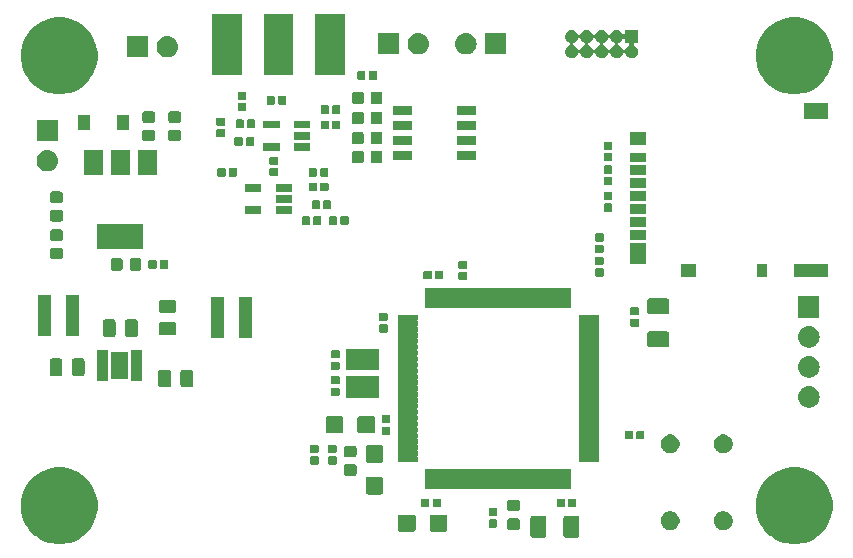
<source format=gbr>
G04 #@! TF.GenerationSoftware,KiCad,Pcbnew,(5.1.4)-1*
G04 #@! TF.CreationDate,2020-07-23T16:09:46+01:00*
G04 #@! TF.ProjectId,F7_100pin,46375f31-3030-4706-996e-2e6b69636164,rev?*
G04 #@! TF.SameCoordinates,Original*
G04 #@! TF.FileFunction,Soldermask,Top*
G04 #@! TF.FilePolarity,Negative*
%FSLAX46Y46*%
G04 Gerber Fmt 4.6, Leading zero omitted, Abs format (unit mm)*
G04 Created by KiCad (PCBNEW (5.1.4)-1) date 2020-07-23 16:09:46*
%MOMM*%
%LPD*%
G04 APERTURE LIST*
%ADD10C,0.100000*%
G04 APERTURE END LIST*
D10*
G36*
X128904239Y-59041467D02*
G01*
X129218282Y-59103934D01*
X129809926Y-59349001D01*
X130207856Y-59614890D01*
X130323133Y-59691915D01*
X130342392Y-59704784D01*
X130795216Y-60157608D01*
X131150999Y-60690074D01*
X131396066Y-61281718D01*
X131396066Y-61281719D01*
X131521000Y-61909803D01*
X131521000Y-62550197D01*
X131493866Y-62686607D01*
X131396066Y-63178282D01*
X131150999Y-63769926D01*
X130938395Y-64088110D01*
X130795217Y-64302391D01*
X130342391Y-64755217D01*
X130267670Y-64805144D01*
X129809926Y-65110999D01*
X129218282Y-65356066D01*
X128904239Y-65418533D01*
X128590197Y-65481000D01*
X127949803Y-65481000D01*
X127635761Y-65418533D01*
X127321718Y-65356066D01*
X126730074Y-65110999D01*
X126272330Y-64805144D01*
X126197609Y-64755217D01*
X125744783Y-64302391D01*
X125601605Y-64088110D01*
X125389001Y-63769926D01*
X125143934Y-63178282D01*
X125046134Y-62686607D01*
X125019000Y-62550197D01*
X125019000Y-61909803D01*
X125143934Y-61281719D01*
X125143934Y-61281718D01*
X125389001Y-60690074D01*
X125744784Y-60157608D01*
X126197608Y-59704784D01*
X126216868Y-59691915D01*
X126332144Y-59614890D01*
X126730074Y-59349001D01*
X127321718Y-59103934D01*
X127635761Y-59041467D01*
X127949803Y-58979000D01*
X128590197Y-58979000D01*
X128904239Y-59041467D01*
X128904239Y-59041467D01*
G37*
G36*
X66674239Y-59041467D02*
G01*
X66988282Y-59103934D01*
X67579926Y-59349001D01*
X67977856Y-59614890D01*
X68093133Y-59691915D01*
X68112392Y-59704784D01*
X68565216Y-60157608D01*
X68920999Y-60690074D01*
X69166066Y-61281718D01*
X69166066Y-61281719D01*
X69291000Y-61909803D01*
X69291000Y-62550197D01*
X69263866Y-62686607D01*
X69166066Y-63178282D01*
X68920999Y-63769926D01*
X68708395Y-64088110D01*
X68565217Y-64302391D01*
X68112391Y-64755217D01*
X68037670Y-64805144D01*
X67579926Y-65110999D01*
X66988282Y-65356066D01*
X66674239Y-65418533D01*
X66360197Y-65481000D01*
X65719803Y-65481000D01*
X65405761Y-65418533D01*
X65091718Y-65356066D01*
X64500074Y-65110999D01*
X64042330Y-64805144D01*
X63967609Y-64755217D01*
X63514783Y-64302391D01*
X63371605Y-64088110D01*
X63159001Y-63769926D01*
X62913934Y-63178282D01*
X62816134Y-62686607D01*
X62789000Y-62550197D01*
X62789000Y-61909803D01*
X62913934Y-61281719D01*
X62913934Y-61281718D01*
X63159001Y-60690074D01*
X63514784Y-60157608D01*
X63967608Y-59704784D01*
X63986868Y-59691915D01*
X64102144Y-59614890D01*
X64500074Y-59349001D01*
X65091718Y-59103934D01*
X65405761Y-59041467D01*
X65719803Y-58979000D01*
X66360197Y-58979000D01*
X66674239Y-59041467D01*
X66674239Y-59041467D01*
G37*
G36*
X109918604Y-63078347D02*
G01*
X109955144Y-63089432D01*
X109988821Y-63107433D01*
X110018341Y-63131659D01*
X110042567Y-63161179D01*
X110060568Y-63194856D01*
X110071653Y-63231396D01*
X110076000Y-63275538D01*
X110076000Y-64724462D01*
X110071653Y-64768604D01*
X110060568Y-64805144D01*
X110042567Y-64838821D01*
X110018341Y-64868341D01*
X109988821Y-64892567D01*
X109955144Y-64910568D01*
X109918604Y-64921653D01*
X109874462Y-64926000D01*
X108925538Y-64926000D01*
X108881396Y-64921653D01*
X108844856Y-64910568D01*
X108811179Y-64892567D01*
X108781659Y-64868341D01*
X108757433Y-64838821D01*
X108739432Y-64805144D01*
X108728347Y-64768604D01*
X108724000Y-64724462D01*
X108724000Y-63275538D01*
X108728347Y-63231396D01*
X108739432Y-63194856D01*
X108757433Y-63161179D01*
X108781659Y-63131659D01*
X108811179Y-63107433D01*
X108844856Y-63089432D01*
X108881396Y-63078347D01*
X108925538Y-63074000D01*
X109874462Y-63074000D01*
X109918604Y-63078347D01*
X109918604Y-63078347D01*
G37*
G36*
X107118604Y-63078347D02*
G01*
X107155144Y-63089432D01*
X107188821Y-63107433D01*
X107218341Y-63131659D01*
X107242567Y-63161179D01*
X107260568Y-63194856D01*
X107271653Y-63231396D01*
X107276000Y-63275538D01*
X107276000Y-64724462D01*
X107271653Y-64768604D01*
X107260568Y-64805144D01*
X107242567Y-64838821D01*
X107218341Y-64868341D01*
X107188821Y-64892567D01*
X107155144Y-64910568D01*
X107118604Y-64921653D01*
X107074462Y-64926000D01*
X106125538Y-64926000D01*
X106081396Y-64921653D01*
X106044856Y-64910568D01*
X106011179Y-64892567D01*
X105981659Y-64868341D01*
X105957433Y-64838821D01*
X105939432Y-64805144D01*
X105928347Y-64768604D01*
X105924000Y-64724462D01*
X105924000Y-63275538D01*
X105928347Y-63231396D01*
X105939432Y-63194856D01*
X105957433Y-63161179D01*
X105981659Y-63131659D01*
X106011179Y-63107433D01*
X106044856Y-63089432D01*
X106081396Y-63078347D01*
X106125538Y-63074000D01*
X107074462Y-63074000D01*
X107118604Y-63078347D01*
X107118604Y-63078347D01*
G37*
G36*
X98747798Y-62978247D02*
G01*
X98783367Y-62989037D01*
X98816139Y-63006554D01*
X98844869Y-63030131D01*
X98868446Y-63058861D01*
X98885963Y-63091633D01*
X98896753Y-63127202D01*
X98901000Y-63170325D01*
X98901000Y-64229675D01*
X98896753Y-64272798D01*
X98885963Y-64308367D01*
X98868446Y-64341139D01*
X98844869Y-64369869D01*
X98816139Y-64393446D01*
X98783367Y-64410963D01*
X98747798Y-64421753D01*
X98704675Y-64426000D01*
X97595325Y-64426000D01*
X97552202Y-64421753D01*
X97516633Y-64410963D01*
X97483861Y-64393446D01*
X97455131Y-64369869D01*
X97431554Y-64341139D01*
X97414037Y-64308367D01*
X97403247Y-64272798D01*
X97399000Y-64229675D01*
X97399000Y-63170325D01*
X97403247Y-63127202D01*
X97414037Y-63091633D01*
X97431554Y-63058861D01*
X97455131Y-63030131D01*
X97483861Y-63006554D01*
X97516633Y-62989037D01*
X97552202Y-62978247D01*
X97595325Y-62974000D01*
X98704675Y-62974000D01*
X98747798Y-62978247D01*
X98747798Y-62978247D01*
G37*
G36*
X96047798Y-62978247D02*
G01*
X96083367Y-62989037D01*
X96116139Y-63006554D01*
X96144869Y-63030131D01*
X96168446Y-63058861D01*
X96185963Y-63091633D01*
X96196753Y-63127202D01*
X96201000Y-63170325D01*
X96201000Y-64229675D01*
X96196753Y-64272798D01*
X96185963Y-64308367D01*
X96168446Y-64341139D01*
X96144869Y-64369869D01*
X96116139Y-64393446D01*
X96083367Y-64410963D01*
X96047798Y-64421753D01*
X96004675Y-64426000D01*
X94895325Y-64426000D01*
X94852202Y-64421753D01*
X94816633Y-64410963D01*
X94783861Y-64393446D01*
X94755131Y-64369869D01*
X94731554Y-64341139D01*
X94714037Y-64308367D01*
X94703247Y-64272798D01*
X94699000Y-64229675D01*
X94699000Y-63170325D01*
X94703247Y-63127202D01*
X94714037Y-63091633D01*
X94731554Y-63058861D01*
X94755131Y-63030131D01*
X94783861Y-63006554D01*
X94816633Y-62989037D01*
X94852202Y-62978247D01*
X94895325Y-62974000D01*
X96004675Y-62974000D01*
X96047798Y-62978247D01*
X96047798Y-62978247D01*
G37*
G36*
X122483642Y-62729781D02*
G01*
X122629414Y-62790162D01*
X122629416Y-62790163D01*
X122760608Y-62877822D01*
X122872178Y-62989392D01*
X122951212Y-63107676D01*
X122959838Y-63120586D01*
X123020219Y-63266358D01*
X123051000Y-63421107D01*
X123051000Y-63578893D01*
X123020219Y-63733642D01*
X122959838Y-63879414D01*
X122959837Y-63879416D01*
X122872178Y-64010608D01*
X122760608Y-64122178D01*
X122629416Y-64209837D01*
X122629415Y-64209838D01*
X122629414Y-64209838D01*
X122483642Y-64270219D01*
X122328893Y-64301000D01*
X122171107Y-64301000D01*
X122016358Y-64270219D01*
X121870586Y-64209838D01*
X121870585Y-64209838D01*
X121870584Y-64209837D01*
X121739392Y-64122178D01*
X121627822Y-64010608D01*
X121540163Y-63879416D01*
X121540162Y-63879414D01*
X121479781Y-63733642D01*
X121449000Y-63578893D01*
X121449000Y-63421107D01*
X121479781Y-63266358D01*
X121540162Y-63120586D01*
X121548788Y-63107676D01*
X121627822Y-62989392D01*
X121739392Y-62877822D01*
X121870584Y-62790163D01*
X121870586Y-62790162D01*
X122016358Y-62729781D01*
X122171107Y-62699000D01*
X122328893Y-62699000D01*
X122483642Y-62729781D01*
X122483642Y-62729781D01*
G37*
G36*
X117983642Y-62729781D02*
G01*
X118129414Y-62790162D01*
X118129416Y-62790163D01*
X118260608Y-62877822D01*
X118372178Y-62989392D01*
X118451212Y-63107676D01*
X118459838Y-63120586D01*
X118520219Y-63266358D01*
X118551000Y-63421107D01*
X118551000Y-63578893D01*
X118520219Y-63733642D01*
X118459838Y-63879414D01*
X118459837Y-63879416D01*
X118372178Y-64010608D01*
X118260608Y-64122178D01*
X118129416Y-64209837D01*
X118129415Y-64209838D01*
X118129414Y-64209838D01*
X117983642Y-64270219D01*
X117828893Y-64301000D01*
X117671107Y-64301000D01*
X117516358Y-64270219D01*
X117370586Y-64209838D01*
X117370585Y-64209838D01*
X117370584Y-64209837D01*
X117239392Y-64122178D01*
X117127822Y-64010608D01*
X117040163Y-63879416D01*
X117040162Y-63879414D01*
X116979781Y-63733642D01*
X116949000Y-63578893D01*
X116949000Y-63421107D01*
X116979781Y-63266358D01*
X117040162Y-63120586D01*
X117048788Y-63107676D01*
X117127822Y-62989392D01*
X117239392Y-62877822D01*
X117370584Y-62790163D01*
X117370586Y-62790162D01*
X117516358Y-62729781D01*
X117671107Y-62699000D01*
X117828893Y-62699000D01*
X117983642Y-62729781D01*
X117983642Y-62729781D01*
G37*
G36*
X104879591Y-63303085D02*
G01*
X104913569Y-63313393D01*
X104944890Y-63330134D01*
X104972339Y-63352661D01*
X104994866Y-63380110D01*
X105011607Y-63411431D01*
X105021915Y-63445409D01*
X105026000Y-63486890D01*
X105026000Y-64088110D01*
X105021915Y-64129591D01*
X105011607Y-64163569D01*
X104994866Y-64194890D01*
X104972339Y-64222339D01*
X104944890Y-64244866D01*
X104913569Y-64261607D01*
X104879591Y-64271915D01*
X104838110Y-64276000D01*
X104161890Y-64276000D01*
X104120409Y-64271915D01*
X104086431Y-64261607D01*
X104055110Y-64244866D01*
X104027661Y-64222339D01*
X104005134Y-64194890D01*
X103988393Y-64163569D01*
X103978085Y-64129591D01*
X103974000Y-64088110D01*
X103974000Y-63486890D01*
X103978085Y-63445409D01*
X103988393Y-63411431D01*
X104005134Y-63380110D01*
X104027661Y-63352661D01*
X104055110Y-63330134D01*
X104086431Y-63313393D01*
X104120409Y-63303085D01*
X104161890Y-63299000D01*
X104838110Y-63299000D01*
X104879591Y-63303085D01*
X104879591Y-63303085D01*
G37*
G36*
X103031938Y-63391716D02*
G01*
X103052557Y-63397971D01*
X103071553Y-63408124D01*
X103088208Y-63421792D01*
X103101876Y-63438447D01*
X103112029Y-63457443D01*
X103118284Y-63478062D01*
X103121000Y-63505640D01*
X103121000Y-63964360D01*
X103118284Y-63991938D01*
X103112029Y-64012557D01*
X103101876Y-64031553D01*
X103088208Y-64048208D01*
X103071553Y-64061876D01*
X103052557Y-64072029D01*
X103031938Y-64078284D01*
X103004360Y-64081000D01*
X102495640Y-64081000D01*
X102468062Y-64078284D01*
X102447443Y-64072029D01*
X102428447Y-64061876D01*
X102411792Y-64048208D01*
X102398124Y-64031553D01*
X102387971Y-64012557D01*
X102381716Y-63991938D01*
X102379000Y-63964360D01*
X102379000Y-63505640D01*
X102381716Y-63478062D01*
X102387971Y-63457443D01*
X102398124Y-63438447D01*
X102411792Y-63421792D01*
X102428447Y-63408124D01*
X102447443Y-63397971D01*
X102468062Y-63391716D01*
X102495640Y-63389000D01*
X103004360Y-63389000D01*
X103031938Y-63391716D01*
X103031938Y-63391716D01*
G37*
G36*
X103031938Y-62421716D02*
G01*
X103052557Y-62427971D01*
X103071553Y-62438124D01*
X103088208Y-62451792D01*
X103101876Y-62468447D01*
X103112029Y-62487443D01*
X103118284Y-62508062D01*
X103121000Y-62535640D01*
X103121000Y-62994360D01*
X103118284Y-63021938D01*
X103112029Y-63042557D01*
X103101876Y-63061553D01*
X103088208Y-63078208D01*
X103071553Y-63091876D01*
X103052557Y-63102029D01*
X103031938Y-63108284D01*
X103004360Y-63111000D01*
X102495640Y-63111000D01*
X102468062Y-63108284D01*
X102447443Y-63102029D01*
X102428447Y-63091876D01*
X102411792Y-63078208D01*
X102398124Y-63061553D01*
X102387971Y-63042557D01*
X102381716Y-63021938D01*
X102379000Y-62994360D01*
X102379000Y-62535640D01*
X102381716Y-62508062D01*
X102387971Y-62487443D01*
X102398124Y-62468447D01*
X102411792Y-62451792D01*
X102428447Y-62438124D01*
X102447443Y-62427971D01*
X102468062Y-62421716D01*
X102495640Y-62419000D01*
X103004360Y-62419000D01*
X103031938Y-62421716D01*
X103031938Y-62421716D01*
G37*
G36*
X104879591Y-61728085D02*
G01*
X104913569Y-61738393D01*
X104944890Y-61755134D01*
X104972339Y-61777661D01*
X104994866Y-61805110D01*
X105011607Y-61836431D01*
X105021915Y-61870409D01*
X105026000Y-61911890D01*
X105026000Y-62513110D01*
X105021915Y-62554591D01*
X105011607Y-62588569D01*
X104994866Y-62619890D01*
X104972339Y-62647339D01*
X104944890Y-62669866D01*
X104913569Y-62686607D01*
X104879591Y-62696915D01*
X104838110Y-62701000D01*
X104161890Y-62701000D01*
X104120409Y-62696915D01*
X104086431Y-62686607D01*
X104055110Y-62669866D01*
X104027661Y-62647339D01*
X104005134Y-62619890D01*
X103988393Y-62588569D01*
X103978085Y-62554591D01*
X103974000Y-62513110D01*
X103974000Y-61911890D01*
X103978085Y-61870409D01*
X103988393Y-61836431D01*
X104005134Y-61805110D01*
X104027661Y-61777661D01*
X104055110Y-61755134D01*
X104086431Y-61738393D01*
X104120409Y-61728085D01*
X104161890Y-61724000D01*
X104838110Y-61724000D01*
X104879591Y-61728085D01*
X104879591Y-61728085D01*
G37*
G36*
X97271938Y-61631716D02*
G01*
X97292557Y-61637971D01*
X97311553Y-61648124D01*
X97328208Y-61661792D01*
X97341876Y-61678447D01*
X97352029Y-61697443D01*
X97358284Y-61718062D01*
X97361000Y-61745640D01*
X97361000Y-62254360D01*
X97358284Y-62281938D01*
X97352029Y-62302557D01*
X97341876Y-62321553D01*
X97328208Y-62338208D01*
X97311553Y-62351876D01*
X97292557Y-62362029D01*
X97271938Y-62368284D01*
X97244360Y-62371000D01*
X96785640Y-62371000D01*
X96758062Y-62368284D01*
X96737443Y-62362029D01*
X96718447Y-62351876D01*
X96701792Y-62338208D01*
X96688124Y-62321553D01*
X96677971Y-62302557D01*
X96671716Y-62281938D01*
X96669000Y-62254360D01*
X96669000Y-61745640D01*
X96671716Y-61718062D01*
X96677971Y-61697443D01*
X96688124Y-61678447D01*
X96701792Y-61661792D01*
X96718447Y-61648124D01*
X96737443Y-61637971D01*
X96758062Y-61631716D01*
X96785640Y-61629000D01*
X97244360Y-61629000D01*
X97271938Y-61631716D01*
X97271938Y-61631716D01*
G37*
G36*
X108756938Y-61631716D02*
G01*
X108777557Y-61637971D01*
X108796553Y-61648124D01*
X108813208Y-61661792D01*
X108826876Y-61678447D01*
X108837029Y-61697443D01*
X108843284Y-61718062D01*
X108846000Y-61745640D01*
X108846000Y-62254360D01*
X108843284Y-62281938D01*
X108837029Y-62302557D01*
X108826876Y-62321553D01*
X108813208Y-62338208D01*
X108796553Y-62351876D01*
X108777557Y-62362029D01*
X108756938Y-62368284D01*
X108729360Y-62371000D01*
X108270640Y-62371000D01*
X108243062Y-62368284D01*
X108222443Y-62362029D01*
X108203447Y-62351876D01*
X108186792Y-62338208D01*
X108173124Y-62321553D01*
X108162971Y-62302557D01*
X108156716Y-62281938D01*
X108154000Y-62254360D01*
X108154000Y-61745640D01*
X108156716Y-61718062D01*
X108162971Y-61697443D01*
X108173124Y-61678447D01*
X108186792Y-61661792D01*
X108203447Y-61648124D01*
X108222443Y-61637971D01*
X108243062Y-61631716D01*
X108270640Y-61629000D01*
X108729360Y-61629000D01*
X108756938Y-61631716D01*
X108756938Y-61631716D01*
G37*
G36*
X98241938Y-61631716D02*
G01*
X98262557Y-61637971D01*
X98281553Y-61648124D01*
X98298208Y-61661792D01*
X98311876Y-61678447D01*
X98322029Y-61697443D01*
X98328284Y-61718062D01*
X98331000Y-61745640D01*
X98331000Y-62254360D01*
X98328284Y-62281938D01*
X98322029Y-62302557D01*
X98311876Y-62321553D01*
X98298208Y-62338208D01*
X98281553Y-62351876D01*
X98262557Y-62362029D01*
X98241938Y-62368284D01*
X98214360Y-62371000D01*
X97755640Y-62371000D01*
X97728062Y-62368284D01*
X97707443Y-62362029D01*
X97688447Y-62351876D01*
X97671792Y-62338208D01*
X97658124Y-62321553D01*
X97647971Y-62302557D01*
X97641716Y-62281938D01*
X97639000Y-62254360D01*
X97639000Y-61745640D01*
X97641716Y-61718062D01*
X97647971Y-61697443D01*
X97658124Y-61678447D01*
X97671792Y-61661792D01*
X97688447Y-61648124D01*
X97707443Y-61637971D01*
X97728062Y-61631716D01*
X97755640Y-61629000D01*
X98214360Y-61629000D01*
X98241938Y-61631716D01*
X98241938Y-61631716D01*
G37*
G36*
X109726938Y-61631716D02*
G01*
X109747557Y-61637971D01*
X109766553Y-61648124D01*
X109783208Y-61661792D01*
X109796876Y-61678447D01*
X109807029Y-61697443D01*
X109813284Y-61718062D01*
X109816000Y-61745640D01*
X109816000Y-62254360D01*
X109813284Y-62281938D01*
X109807029Y-62302557D01*
X109796876Y-62321553D01*
X109783208Y-62338208D01*
X109766553Y-62351876D01*
X109747557Y-62362029D01*
X109726938Y-62368284D01*
X109699360Y-62371000D01*
X109240640Y-62371000D01*
X109213062Y-62368284D01*
X109192443Y-62362029D01*
X109173447Y-62351876D01*
X109156792Y-62338208D01*
X109143124Y-62321553D01*
X109132971Y-62302557D01*
X109126716Y-62281938D01*
X109124000Y-62254360D01*
X109124000Y-61745640D01*
X109126716Y-61718062D01*
X109132971Y-61697443D01*
X109143124Y-61678447D01*
X109156792Y-61661792D01*
X109173447Y-61648124D01*
X109192443Y-61637971D01*
X109213062Y-61631716D01*
X109240640Y-61629000D01*
X109699360Y-61629000D01*
X109726938Y-61631716D01*
X109726938Y-61631716D01*
G37*
G36*
X93282798Y-59785247D02*
G01*
X93318367Y-59796037D01*
X93351139Y-59813554D01*
X93379869Y-59837131D01*
X93403446Y-59865861D01*
X93420963Y-59898633D01*
X93431753Y-59934202D01*
X93436000Y-59977325D01*
X93436000Y-61086675D01*
X93431753Y-61129798D01*
X93420963Y-61165367D01*
X93403446Y-61198139D01*
X93379869Y-61226869D01*
X93351139Y-61250446D01*
X93318367Y-61267963D01*
X93282798Y-61278753D01*
X93239675Y-61283000D01*
X92180325Y-61283000D01*
X92137202Y-61278753D01*
X92101633Y-61267963D01*
X92068861Y-61250446D01*
X92040131Y-61226869D01*
X92016554Y-61198139D01*
X91999037Y-61165367D01*
X91988247Y-61129798D01*
X91984000Y-61086675D01*
X91984000Y-59977325D01*
X91988247Y-59934202D01*
X91999037Y-59898633D01*
X92016554Y-59865861D01*
X92040131Y-59837131D01*
X92068861Y-59813554D01*
X92101633Y-59796037D01*
X92137202Y-59785247D01*
X92180325Y-59781000D01*
X93239675Y-59781000D01*
X93282798Y-59785247D01*
X93282798Y-59785247D01*
G37*
G36*
X97370295Y-59125323D02*
G01*
X97377309Y-59127451D01*
X97391077Y-59134810D01*
X97413716Y-59144187D01*
X97437749Y-59148967D01*
X97462253Y-59148967D01*
X97486286Y-59144186D01*
X97508923Y-59134810D01*
X97522691Y-59127451D01*
X97529705Y-59125323D01*
X97543140Y-59124000D01*
X97856860Y-59124000D01*
X97870295Y-59125323D01*
X97877309Y-59127451D01*
X97891077Y-59134810D01*
X97913716Y-59144187D01*
X97937749Y-59148967D01*
X97962253Y-59148967D01*
X97986286Y-59144186D01*
X98008923Y-59134810D01*
X98022691Y-59127451D01*
X98029705Y-59125323D01*
X98043140Y-59124000D01*
X98356860Y-59124000D01*
X98370295Y-59125323D01*
X98377309Y-59127451D01*
X98391077Y-59134810D01*
X98413716Y-59144187D01*
X98437749Y-59148967D01*
X98462253Y-59148967D01*
X98486286Y-59144186D01*
X98508923Y-59134810D01*
X98522691Y-59127451D01*
X98529705Y-59125323D01*
X98543140Y-59124000D01*
X98856860Y-59124000D01*
X98870295Y-59125323D01*
X98877309Y-59127451D01*
X98891077Y-59134810D01*
X98913716Y-59144187D01*
X98937749Y-59148967D01*
X98962253Y-59148967D01*
X98986286Y-59144186D01*
X99008923Y-59134810D01*
X99022691Y-59127451D01*
X99029705Y-59125323D01*
X99043140Y-59124000D01*
X99356860Y-59124000D01*
X99370295Y-59125323D01*
X99377309Y-59127451D01*
X99391077Y-59134810D01*
X99413716Y-59144187D01*
X99437749Y-59148967D01*
X99462253Y-59148967D01*
X99486286Y-59144186D01*
X99508923Y-59134810D01*
X99522691Y-59127451D01*
X99529705Y-59125323D01*
X99543140Y-59124000D01*
X99856860Y-59124000D01*
X99870295Y-59125323D01*
X99877309Y-59127451D01*
X99891077Y-59134810D01*
X99913716Y-59144187D01*
X99937749Y-59148967D01*
X99962253Y-59148967D01*
X99986286Y-59144186D01*
X100008923Y-59134810D01*
X100022691Y-59127451D01*
X100029705Y-59125323D01*
X100043140Y-59124000D01*
X100356860Y-59124000D01*
X100370295Y-59125323D01*
X100377309Y-59127451D01*
X100391077Y-59134810D01*
X100413716Y-59144187D01*
X100437749Y-59148967D01*
X100462253Y-59148967D01*
X100486286Y-59144186D01*
X100508923Y-59134810D01*
X100522691Y-59127451D01*
X100529705Y-59125323D01*
X100543140Y-59124000D01*
X100856860Y-59124000D01*
X100870295Y-59125323D01*
X100877309Y-59127451D01*
X100891077Y-59134810D01*
X100913716Y-59144187D01*
X100937749Y-59148967D01*
X100962253Y-59148967D01*
X100986286Y-59144186D01*
X101008923Y-59134810D01*
X101022691Y-59127451D01*
X101029705Y-59125323D01*
X101043140Y-59124000D01*
X101356860Y-59124000D01*
X101370295Y-59125323D01*
X101377309Y-59127451D01*
X101391077Y-59134810D01*
X101413716Y-59144187D01*
X101437749Y-59148967D01*
X101462253Y-59148967D01*
X101486286Y-59144186D01*
X101508923Y-59134810D01*
X101522691Y-59127451D01*
X101529705Y-59125323D01*
X101543140Y-59124000D01*
X101856860Y-59124000D01*
X101870295Y-59125323D01*
X101877309Y-59127451D01*
X101891077Y-59134810D01*
X101913716Y-59144187D01*
X101937749Y-59148967D01*
X101962253Y-59148967D01*
X101986286Y-59144186D01*
X102008923Y-59134810D01*
X102022691Y-59127451D01*
X102029705Y-59125323D01*
X102043140Y-59124000D01*
X102356860Y-59124000D01*
X102370295Y-59125323D01*
X102377309Y-59127451D01*
X102391077Y-59134810D01*
X102413716Y-59144187D01*
X102437749Y-59148967D01*
X102462253Y-59148967D01*
X102486286Y-59144186D01*
X102508923Y-59134810D01*
X102522691Y-59127451D01*
X102529705Y-59125323D01*
X102543140Y-59124000D01*
X102856860Y-59124000D01*
X102870295Y-59125323D01*
X102877309Y-59127451D01*
X102891077Y-59134810D01*
X102913716Y-59144187D01*
X102937749Y-59148967D01*
X102962253Y-59148967D01*
X102986286Y-59144186D01*
X103008923Y-59134810D01*
X103022691Y-59127451D01*
X103029705Y-59125323D01*
X103043140Y-59124000D01*
X103356860Y-59124000D01*
X103370295Y-59125323D01*
X103377309Y-59127451D01*
X103391077Y-59134810D01*
X103413716Y-59144187D01*
X103437749Y-59148967D01*
X103462253Y-59148967D01*
X103486286Y-59144186D01*
X103508923Y-59134810D01*
X103522691Y-59127451D01*
X103529705Y-59125323D01*
X103543140Y-59124000D01*
X103856860Y-59124000D01*
X103870295Y-59125323D01*
X103877309Y-59127451D01*
X103891077Y-59134810D01*
X103913716Y-59144187D01*
X103937749Y-59148967D01*
X103962253Y-59148967D01*
X103986286Y-59144186D01*
X104008923Y-59134810D01*
X104022691Y-59127451D01*
X104029705Y-59125323D01*
X104043140Y-59124000D01*
X104356860Y-59124000D01*
X104370295Y-59125323D01*
X104377309Y-59127451D01*
X104391077Y-59134810D01*
X104413716Y-59144187D01*
X104437749Y-59148967D01*
X104462253Y-59148967D01*
X104486286Y-59144186D01*
X104508923Y-59134810D01*
X104522691Y-59127451D01*
X104529705Y-59125323D01*
X104543140Y-59124000D01*
X104856860Y-59124000D01*
X104870295Y-59125323D01*
X104877309Y-59127451D01*
X104891077Y-59134810D01*
X104913716Y-59144187D01*
X104937749Y-59148967D01*
X104962253Y-59148967D01*
X104986286Y-59144186D01*
X105008923Y-59134810D01*
X105022691Y-59127451D01*
X105029705Y-59125323D01*
X105043140Y-59124000D01*
X105356860Y-59124000D01*
X105370295Y-59125323D01*
X105377309Y-59127451D01*
X105391077Y-59134810D01*
X105413716Y-59144187D01*
X105437749Y-59148967D01*
X105462253Y-59148967D01*
X105486286Y-59144186D01*
X105508923Y-59134810D01*
X105522691Y-59127451D01*
X105529705Y-59125323D01*
X105543140Y-59124000D01*
X105856860Y-59124000D01*
X105870295Y-59125323D01*
X105877309Y-59127451D01*
X105891077Y-59134810D01*
X105913716Y-59144187D01*
X105937749Y-59148967D01*
X105962253Y-59148967D01*
X105986286Y-59144186D01*
X106008923Y-59134810D01*
X106022691Y-59127451D01*
X106029705Y-59125323D01*
X106043140Y-59124000D01*
X106356860Y-59124000D01*
X106370295Y-59125323D01*
X106377309Y-59127451D01*
X106391077Y-59134810D01*
X106413716Y-59144187D01*
X106437749Y-59148967D01*
X106462253Y-59148967D01*
X106486286Y-59144186D01*
X106508923Y-59134810D01*
X106522691Y-59127451D01*
X106529705Y-59125323D01*
X106543140Y-59124000D01*
X106856860Y-59124000D01*
X106870295Y-59125323D01*
X106877309Y-59127451D01*
X106891077Y-59134810D01*
X106913716Y-59144187D01*
X106937749Y-59148967D01*
X106962253Y-59148967D01*
X106986286Y-59144186D01*
X107008923Y-59134810D01*
X107022691Y-59127451D01*
X107029705Y-59125323D01*
X107043140Y-59124000D01*
X107356860Y-59124000D01*
X107370295Y-59125323D01*
X107377309Y-59127451D01*
X107391077Y-59134810D01*
X107413716Y-59144187D01*
X107437749Y-59148967D01*
X107462253Y-59148967D01*
X107486286Y-59144186D01*
X107508923Y-59134810D01*
X107522691Y-59127451D01*
X107529705Y-59125323D01*
X107543140Y-59124000D01*
X107856860Y-59124000D01*
X107870295Y-59125323D01*
X107877309Y-59127451D01*
X107891077Y-59134810D01*
X107913716Y-59144187D01*
X107937749Y-59148967D01*
X107962253Y-59148967D01*
X107986286Y-59144186D01*
X108008923Y-59134810D01*
X108022691Y-59127451D01*
X108029705Y-59125323D01*
X108043140Y-59124000D01*
X108356860Y-59124000D01*
X108370295Y-59125323D01*
X108377309Y-59127451D01*
X108391077Y-59134810D01*
X108413716Y-59144187D01*
X108437749Y-59148967D01*
X108462253Y-59148967D01*
X108486286Y-59144186D01*
X108508923Y-59134810D01*
X108522691Y-59127451D01*
X108529705Y-59125323D01*
X108543140Y-59124000D01*
X108856860Y-59124000D01*
X108870295Y-59125323D01*
X108877309Y-59127451D01*
X108891077Y-59134810D01*
X108913716Y-59144187D01*
X108937749Y-59148967D01*
X108962253Y-59148967D01*
X108986286Y-59144186D01*
X109008923Y-59134810D01*
X109022691Y-59127451D01*
X109029705Y-59125323D01*
X109043140Y-59124000D01*
X109356860Y-59124000D01*
X109370295Y-59125323D01*
X109377310Y-59127451D01*
X109383776Y-59130908D01*
X109389442Y-59135558D01*
X109394092Y-59141224D01*
X109397549Y-59147690D01*
X109399677Y-59154705D01*
X109401000Y-59168140D01*
X109401000Y-60781860D01*
X109399677Y-60795295D01*
X109397549Y-60802310D01*
X109394092Y-60808776D01*
X109389442Y-60814442D01*
X109383776Y-60819092D01*
X109377310Y-60822549D01*
X109370295Y-60824677D01*
X109356860Y-60826000D01*
X109043140Y-60826000D01*
X109029705Y-60824677D01*
X109022691Y-60822549D01*
X109008923Y-60815190D01*
X108986284Y-60805813D01*
X108962251Y-60801033D01*
X108937747Y-60801033D01*
X108913714Y-60805814D01*
X108891077Y-60815190D01*
X108877309Y-60822549D01*
X108870295Y-60824677D01*
X108856860Y-60826000D01*
X108543140Y-60826000D01*
X108529705Y-60824677D01*
X108522691Y-60822549D01*
X108508923Y-60815190D01*
X108486284Y-60805813D01*
X108462251Y-60801033D01*
X108437747Y-60801033D01*
X108413714Y-60805814D01*
X108391077Y-60815190D01*
X108377309Y-60822549D01*
X108370295Y-60824677D01*
X108356860Y-60826000D01*
X108043140Y-60826000D01*
X108029705Y-60824677D01*
X108022691Y-60822549D01*
X108008923Y-60815190D01*
X107986284Y-60805813D01*
X107962251Y-60801033D01*
X107937747Y-60801033D01*
X107913714Y-60805814D01*
X107891077Y-60815190D01*
X107877309Y-60822549D01*
X107870295Y-60824677D01*
X107856860Y-60826000D01*
X107543140Y-60826000D01*
X107529705Y-60824677D01*
X107522691Y-60822549D01*
X107508923Y-60815190D01*
X107486284Y-60805813D01*
X107462251Y-60801033D01*
X107437747Y-60801033D01*
X107413714Y-60805814D01*
X107391077Y-60815190D01*
X107377309Y-60822549D01*
X107370295Y-60824677D01*
X107356860Y-60826000D01*
X107043140Y-60826000D01*
X107029705Y-60824677D01*
X107022691Y-60822549D01*
X107008923Y-60815190D01*
X106986284Y-60805813D01*
X106962251Y-60801033D01*
X106937747Y-60801033D01*
X106913714Y-60805814D01*
X106891077Y-60815190D01*
X106877309Y-60822549D01*
X106870295Y-60824677D01*
X106856860Y-60826000D01*
X106543140Y-60826000D01*
X106529705Y-60824677D01*
X106522691Y-60822549D01*
X106508923Y-60815190D01*
X106486284Y-60805813D01*
X106462251Y-60801033D01*
X106437747Y-60801033D01*
X106413714Y-60805814D01*
X106391077Y-60815190D01*
X106377309Y-60822549D01*
X106370295Y-60824677D01*
X106356860Y-60826000D01*
X106043140Y-60826000D01*
X106029705Y-60824677D01*
X106022691Y-60822549D01*
X106008923Y-60815190D01*
X105986284Y-60805813D01*
X105962251Y-60801033D01*
X105937747Y-60801033D01*
X105913714Y-60805814D01*
X105891077Y-60815190D01*
X105877309Y-60822549D01*
X105870295Y-60824677D01*
X105856860Y-60826000D01*
X105543140Y-60826000D01*
X105529705Y-60824677D01*
X105522691Y-60822549D01*
X105508923Y-60815190D01*
X105486284Y-60805813D01*
X105462251Y-60801033D01*
X105437747Y-60801033D01*
X105413714Y-60805814D01*
X105391077Y-60815190D01*
X105377309Y-60822549D01*
X105370295Y-60824677D01*
X105356860Y-60826000D01*
X105043140Y-60826000D01*
X105029705Y-60824677D01*
X105022691Y-60822549D01*
X105008923Y-60815190D01*
X104986284Y-60805813D01*
X104962251Y-60801033D01*
X104937747Y-60801033D01*
X104913714Y-60805814D01*
X104891077Y-60815190D01*
X104877309Y-60822549D01*
X104870295Y-60824677D01*
X104856860Y-60826000D01*
X104543140Y-60826000D01*
X104529705Y-60824677D01*
X104522691Y-60822549D01*
X104508923Y-60815190D01*
X104486284Y-60805813D01*
X104462251Y-60801033D01*
X104437747Y-60801033D01*
X104413714Y-60805814D01*
X104391077Y-60815190D01*
X104377309Y-60822549D01*
X104370295Y-60824677D01*
X104356860Y-60826000D01*
X104043140Y-60826000D01*
X104029705Y-60824677D01*
X104022691Y-60822549D01*
X104008923Y-60815190D01*
X103986284Y-60805813D01*
X103962251Y-60801033D01*
X103937747Y-60801033D01*
X103913714Y-60805814D01*
X103891077Y-60815190D01*
X103877309Y-60822549D01*
X103870295Y-60824677D01*
X103856860Y-60826000D01*
X103543140Y-60826000D01*
X103529705Y-60824677D01*
X103522691Y-60822549D01*
X103508923Y-60815190D01*
X103486284Y-60805813D01*
X103462251Y-60801033D01*
X103437747Y-60801033D01*
X103413714Y-60805814D01*
X103391077Y-60815190D01*
X103377309Y-60822549D01*
X103370295Y-60824677D01*
X103356860Y-60826000D01*
X103043140Y-60826000D01*
X103029705Y-60824677D01*
X103022691Y-60822549D01*
X103008923Y-60815190D01*
X102986284Y-60805813D01*
X102962251Y-60801033D01*
X102937747Y-60801033D01*
X102913714Y-60805814D01*
X102891077Y-60815190D01*
X102877309Y-60822549D01*
X102870295Y-60824677D01*
X102856860Y-60826000D01*
X102543140Y-60826000D01*
X102529705Y-60824677D01*
X102522691Y-60822549D01*
X102508923Y-60815190D01*
X102486284Y-60805813D01*
X102462251Y-60801033D01*
X102437747Y-60801033D01*
X102413714Y-60805814D01*
X102391077Y-60815190D01*
X102377309Y-60822549D01*
X102370295Y-60824677D01*
X102356860Y-60826000D01*
X102043140Y-60826000D01*
X102029705Y-60824677D01*
X102022691Y-60822549D01*
X102008923Y-60815190D01*
X101986284Y-60805813D01*
X101962251Y-60801033D01*
X101937747Y-60801033D01*
X101913714Y-60805814D01*
X101891077Y-60815190D01*
X101877309Y-60822549D01*
X101870295Y-60824677D01*
X101856860Y-60826000D01*
X101543140Y-60826000D01*
X101529705Y-60824677D01*
X101522691Y-60822549D01*
X101508923Y-60815190D01*
X101486284Y-60805813D01*
X101462251Y-60801033D01*
X101437747Y-60801033D01*
X101413714Y-60805814D01*
X101391077Y-60815190D01*
X101377309Y-60822549D01*
X101370295Y-60824677D01*
X101356860Y-60826000D01*
X101043140Y-60826000D01*
X101029705Y-60824677D01*
X101022691Y-60822549D01*
X101008923Y-60815190D01*
X100986284Y-60805813D01*
X100962251Y-60801033D01*
X100937747Y-60801033D01*
X100913714Y-60805814D01*
X100891077Y-60815190D01*
X100877309Y-60822549D01*
X100870295Y-60824677D01*
X100856860Y-60826000D01*
X100543140Y-60826000D01*
X100529705Y-60824677D01*
X100522691Y-60822549D01*
X100508923Y-60815190D01*
X100486284Y-60805813D01*
X100462251Y-60801033D01*
X100437747Y-60801033D01*
X100413714Y-60805814D01*
X100391077Y-60815190D01*
X100377309Y-60822549D01*
X100370295Y-60824677D01*
X100356860Y-60826000D01*
X100043140Y-60826000D01*
X100029705Y-60824677D01*
X100022691Y-60822549D01*
X100008923Y-60815190D01*
X99986284Y-60805813D01*
X99962251Y-60801033D01*
X99937747Y-60801033D01*
X99913714Y-60805814D01*
X99891077Y-60815190D01*
X99877309Y-60822549D01*
X99870295Y-60824677D01*
X99856860Y-60826000D01*
X99543140Y-60826000D01*
X99529705Y-60824677D01*
X99522691Y-60822549D01*
X99508923Y-60815190D01*
X99486284Y-60805813D01*
X99462251Y-60801033D01*
X99437747Y-60801033D01*
X99413714Y-60805814D01*
X99391077Y-60815190D01*
X99377309Y-60822549D01*
X99370295Y-60824677D01*
X99356860Y-60826000D01*
X99043140Y-60826000D01*
X99029705Y-60824677D01*
X99022691Y-60822549D01*
X99008923Y-60815190D01*
X98986284Y-60805813D01*
X98962251Y-60801033D01*
X98937747Y-60801033D01*
X98913714Y-60805814D01*
X98891077Y-60815190D01*
X98877309Y-60822549D01*
X98870295Y-60824677D01*
X98856860Y-60826000D01*
X98543140Y-60826000D01*
X98529705Y-60824677D01*
X98522691Y-60822549D01*
X98508923Y-60815190D01*
X98486284Y-60805813D01*
X98462251Y-60801033D01*
X98437747Y-60801033D01*
X98413714Y-60805814D01*
X98391077Y-60815190D01*
X98377309Y-60822549D01*
X98370295Y-60824677D01*
X98356860Y-60826000D01*
X98043140Y-60826000D01*
X98029705Y-60824677D01*
X98022691Y-60822549D01*
X98008923Y-60815190D01*
X97986284Y-60805813D01*
X97962251Y-60801033D01*
X97937747Y-60801033D01*
X97913714Y-60805814D01*
X97891077Y-60815190D01*
X97877309Y-60822549D01*
X97870295Y-60824677D01*
X97856860Y-60826000D01*
X97543140Y-60826000D01*
X97529705Y-60824677D01*
X97522691Y-60822549D01*
X97508923Y-60815190D01*
X97486284Y-60805813D01*
X97462251Y-60801033D01*
X97437747Y-60801033D01*
X97413714Y-60805814D01*
X97391077Y-60815190D01*
X97377309Y-60822549D01*
X97370295Y-60824677D01*
X97356860Y-60826000D01*
X97043140Y-60826000D01*
X97029705Y-60824677D01*
X97022690Y-60822549D01*
X97016224Y-60819092D01*
X97010558Y-60814442D01*
X97005908Y-60808776D01*
X97002451Y-60802310D01*
X97000323Y-60795295D01*
X96999000Y-60781860D01*
X96999000Y-59168140D01*
X97000323Y-59154705D01*
X97002451Y-59147690D01*
X97005908Y-59141224D01*
X97010558Y-59135558D01*
X97016224Y-59130908D01*
X97022690Y-59127451D01*
X97029705Y-59125323D01*
X97043140Y-59124000D01*
X97356860Y-59124000D01*
X97370295Y-59125323D01*
X97370295Y-59125323D01*
G37*
G36*
X91057591Y-58723085D02*
G01*
X91091569Y-58733393D01*
X91122890Y-58750134D01*
X91150339Y-58772661D01*
X91172866Y-58800110D01*
X91189607Y-58831431D01*
X91199915Y-58865409D01*
X91204000Y-58906890D01*
X91204000Y-59508110D01*
X91199915Y-59549591D01*
X91189607Y-59583569D01*
X91172866Y-59614890D01*
X91150339Y-59642339D01*
X91122890Y-59664866D01*
X91091569Y-59681607D01*
X91057591Y-59691915D01*
X91016110Y-59696000D01*
X90339890Y-59696000D01*
X90298409Y-59691915D01*
X90264431Y-59681607D01*
X90233110Y-59664866D01*
X90205661Y-59642339D01*
X90183134Y-59614890D01*
X90166393Y-59583569D01*
X90156085Y-59549591D01*
X90152000Y-59508110D01*
X90152000Y-58906890D01*
X90156085Y-58865409D01*
X90166393Y-58831431D01*
X90183134Y-58800110D01*
X90205661Y-58772661D01*
X90233110Y-58750134D01*
X90264431Y-58733393D01*
X90298409Y-58723085D01*
X90339890Y-58719000D01*
X91016110Y-58719000D01*
X91057591Y-58723085D01*
X91057591Y-58723085D01*
G37*
G36*
X89435938Y-58053716D02*
G01*
X89456557Y-58059971D01*
X89475553Y-58070124D01*
X89492208Y-58083792D01*
X89505876Y-58100447D01*
X89516029Y-58119443D01*
X89522284Y-58140062D01*
X89525000Y-58167640D01*
X89525000Y-58626360D01*
X89522284Y-58653938D01*
X89516029Y-58674557D01*
X89505876Y-58693553D01*
X89492208Y-58710208D01*
X89475553Y-58723876D01*
X89456557Y-58734029D01*
X89435938Y-58740284D01*
X89408360Y-58743000D01*
X88899640Y-58743000D01*
X88872062Y-58740284D01*
X88851443Y-58734029D01*
X88832447Y-58723876D01*
X88815792Y-58710208D01*
X88802124Y-58693553D01*
X88791971Y-58674557D01*
X88785716Y-58653938D01*
X88783000Y-58626360D01*
X88783000Y-58167640D01*
X88785716Y-58140062D01*
X88791971Y-58119443D01*
X88802124Y-58100447D01*
X88815792Y-58083792D01*
X88832447Y-58070124D01*
X88851443Y-58059971D01*
X88872062Y-58053716D01*
X88899640Y-58051000D01*
X89408360Y-58051000D01*
X89435938Y-58053716D01*
X89435938Y-58053716D01*
G37*
G36*
X87911938Y-58053716D02*
G01*
X87932557Y-58059971D01*
X87951553Y-58070124D01*
X87968208Y-58083792D01*
X87981876Y-58100447D01*
X87992029Y-58119443D01*
X87998284Y-58140062D01*
X88001000Y-58167640D01*
X88001000Y-58626360D01*
X87998284Y-58653938D01*
X87992029Y-58674557D01*
X87981876Y-58693553D01*
X87968208Y-58710208D01*
X87951553Y-58723876D01*
X87932557Y-58734029D01*
X87911938Y-58740284D01*
X87884360Y-58743000D01*
X87375640Y-58743000D01*
X87348062Y-58740284D01*
X87327443Y-58734029D01*
X87308447Y-58723876D01*
X87291792Y-58710208D01*
X87278124Y-58693553D01*
X87267971Y-58674557D01*
X87261716Y-58653938D01*
X87259000Y-58626360D01*
X87259000Y-58167640D01*
X87261716Y-58140062D01*
X87267971Y-58119443D01*
X87278124Y-58100447D01*
X87291792Y-58083792D01*
X87308447Y-58070124D01*
X87327443Y-58059971D01*
X87348062Y-58053716D01*
X87375640Y-58051000D01*
X87884360Y-58051000D01*
X87911938Y-58053716D01*
X87911938Y-58053716D01*
G37*
G36*
X93282798Y-57085247D02*
G01*
X93318367Y-57096037D01*
X93351139Y-57113554D01*
X93379869Y-57137131D01*
X93403446Y-57165861D01*
X93420963Y-57198633D01*
X93431753Y-57234202D01*
X93436000Y-57277325D01*
X93436000Y-58386675D01*
X93431753Y-58429798D01*
X93420963Y-58465367D01*
X93403446Y-58498139D01*
X93379869Y-58526869D01*
X93351139Y-58550446D01*
X93318367Y-58567963D01*
X93282798Y-58578753D01*
X93239675Y-58583000D01*
X92180325Y-58583000D01*
X92137202Y-58578753D01*
X92101633Y-58567963D01*
X92068861Y-58550446D01*
X92040131Y-58526869D01*
X92016554Y-58498139D01*
X91999037Y-58465367D01*
X91988247Y-58429798D01*
X91984000Y-58386675D01*
X91984000Y-57277325D01*
X91988247Y-57234202D01*
X91999037Y-57198633D01*
X92016554Y-57165861D01*
X92040131Y-57137131D01*
X92068861Y-57113554D01*
X92101633Y-57096037D01*
X92137202Y-57085247D01*
X92180325Y-57081000D01*
X93239675Y-57081000D01*
X93282798Y-57085247D01*
X93282798Y-57085247D01*
G37*
G36*
X96345295Y-46100323D02*
G01*
X96352310Y-46102451D01*
X96358776Y-46105908D01*
X96364442Y-46110558D01*
X96369092Y-46116224D01*
X96372549Y-46122690D01*
X96374677Y-46129705D01*
X96376000Y-46143140D01*
X96376000Y-46456860D01*
X96374677Y-46470295D01*
X96372549Y-46477309D01*
X96365190Y-46491077D01*
X96355813Y-46513716D01*
X96351033Y-46537749D01*
X96351033Y-46562253D01*
X96355814Y-46586286D01*
X96365190Y-46608923D01*
X96372549Y-46622691D01*
X96374677Y-46629705D01*
X96376000Y-46643140D01*
X96376000Y-46956860D01*
X96374677Y-46970295D01*
X96372549Y-46977309D01*
X96365190Y-46991077D01*
X96355813Y-47013716D01*
X96351033Y-47037749D01*
X96351033Y-47062253D01*
X96355814Y-47086286D01*
X96365190Y-47108923D01*
X96372549Y-47122691D01*
X96374677Y-47129705D01*
X96376000Y-47143140D01*
X96376000Y-47456860D01*
X96374677Y-47470295D01*
X96372549Y-47477309D01*
X96365190Y-47491077D01*
X96355813Y-47513716D01*
X96351033Y-47537749D01*
X96351033Y-47562253D01*
X96355814Y-47586286D01*
X96365190Y-47608923D01*
X96372549Y-47622691D01*
X96374677Y-47629705D01*
X96376000Y-47643140D01*
X96376000Y-47956860D01*
X96374677Y-47970295D01*
X96372549Y-47977309D01*
X96365190Y-47991077D01*
X96355813Y-48013716D01*
X96351033Y-48037749D01*
X96351033Y-48062253D01*
X96355814Y-48086286D01*
X96365190Y-48108923D01*
X96372549Y-48122691D01*
X96374677Y-48129705D01*
X96376000Y-48143140D01*
X96376000Y-48456860D01*
X96374677Y-48470295D01*
X96372549Y-48477309D01*
X96365190Y-48491077D01*
X96355813Y-48513716D01*
X96351033Y-48537749D01*
X96351033Y-48562253D01*
X96355814Y-48586286D01*
X96365190Y-48608923D01*
X96372549Y-48622691D01*
X96374677Y-48629705D01*
X96376000Y-48643140D01*
X96376000Y-48956860D01*
X96374677Y-48970295D01*
X96372549Y-48977309D01*
X96365190Y-48991077D01*
X96355813Y-49013716D01*
X96351033Y-49037749D01*
X96351033Y-49062253D01*
X96355814Y-49086286D01*
X96365190Y-49108923D01*
X96372549Y-49122691D01*
X96374677Y-49129705D01*
X96376000Y-49143140D01*
X96376000Y-49456860D01*
X96374677Y-49470295D01*
X96372549Y-49477309D01*
X96365190Y-49491077D01*
X96355813Y-49513716D01*
X96351033Y-49537749D01*
X96351033Y-49562253D01*
X96355814Y-49586286D01*
X96365190Y-49608923D01*
X96372549Y-49622691D01*
X96374677Y-49629705D01*
X96376000Y-49643140D01*
X96376000Y-49956860D01*
X96374677Y-49970295D01*
X96372549Y-49977309D01*
X96365190Y-49991077D01*
X96355813Y-50013716D01*
X96351033Y-50037749D01*
X96351033Y-50062253D01*
X96355814Y-50086286D01*
X96365190Y-50108923D01*
X96372549Y-50122691D01*
X96374677Y-50129705D01*
X96376000Y-50143140D01*
X96376000Y-50456860D01*
X96374677Y-50470295D01*
X96372549Y-50477309D01*
X96365190Y-50491077D01*
X96355813Y-50513716D01*
X96351033Y-50537749D01*
X96351033Y-50562253D01*
X96355814Y-50586286D01*
X96365190Y-50608923D01*
X96372549Y-50622691D01*
X96374677Y-50629705D01*
X96376000Y-50643140D01*
X96376000Y-50956860D01*
X96374677Y-50970295D01*
X96372549Y-50977309D01*
X96365190Y-50991077D01*
X96355813Y-51013716D01*
X96351033Y-51037749D01*
X96351033Y-51062253D01*
X96355814Y-51086286D01*
X96365190Y-51108923D01*
X96372549Y-51122691D01*
X96374677Y-51129705D01*
X96376000Y-51143140D01*
X96376000Y-51456860D01*
X96374677Y-51470295D01*
X96372549Y-51477309D01*
X96365190Y-51491077D01*
X96355813Y-51513716D01*
X96351033Y-51537749D01*
X96351033Y-51562253D01*
X96355814Y-51586286D01*
X96365190Y-51608923D01*
X96372549Y-51622691D01*
X96374677Y-51629705D01*
X96376000Y-51643140D01*
X96376000Y-51956860D01*
X96374677Y-51970295D01*
X96372549Y-51977309D01*
X96365190Y-51991077D01*
X96355813Y-52013716D01*
X96351033Y-52037749D01*
X96351033Y-52062253D01*
X96355814Y-52086286D01*
X96365190Y-52108923D01*
X96372549Y-52122691D01*
X96374677Y-52129705D01*
X96376000Y-52143140D01*
X96376000Y-52456860D01*
X96374677Y-52470295D01*
X96372549Y-52477309D01*
X96365190Y-52491077D01*
X96355813Y-52513716D01*
X96351033Y-52537749D01*
X96351033Y-52562253D01*
X96355814Y-52586286D01*
X96365190Y-52608923D01*
X96372549Y-52622691D01*
X96374677Y-52629705D01*
X96376000Y-52643140D01*
X96376000Y-52956860D01*
X96374677Y-52970295D01*
X96372549Y-52977309D01*
X96365190Y-52991077D01*
X96355813Y-53013716D01*
X96351033Y-53037749D01*
X96351033Y-53062253D01*
X96355814Y-53086286D01*
X96365190Y-53108923D01*
X96372549Y-53122691D01*
X96374677Y-53129705D01*
X96376000Y-53143140D01*
X96376000Y-53456860D01*
X96374677Y-53470295D01*
X96372549Y-53477309D01*
X96365190Y-53491077D01*
X96355813Y-53513716D01*
X96351033Y-53537749D01*
X96351033Y-53562253D01*
X96355814Y-53586286D01*
X96365190Y-53608923D01*
X96372549Y-53622691D01*
X96374677Y-53629705D01*
X96376000Y-53643140D01*
X96376000Y-53956860D01*
X96374677Y-53970295D01*
X96372549Y-53977309D01*
X96365190Y-53991077D01*
X96355813Y-54013716D01*
X96351033Y-54037749D01*
X96351033Y-54062253D01*
X96355814Y-54086286D01*
X96365190Y-54108923D01*
X96372549Y-54122691D01*
X96374677Y-54129705D01*
X96376000Y-54143140D01*
X96376000Y-54456860D01*
X96374677Y-54470295D01*
X96372549Y-54477309D01*
X96365190Y-54491077D01*
X96355813Y-54513716D01*
X96351033Y-54537749D01*
X96351033Y-54562253D01*
X96355814Y-54586286D01*
X96365190Y-54608923D01*
X96372549Y-54622691D01*
X96374677Y-54629705D01*
X96376000Y-54643140D01*
X96376000Y-54956860D01*
X96374677Y-54970295D01*
X96372549Y-54977309D01*
X96365190Y-54991077D01*
X96355813Y-55013716D01*
X96351033Y-55037749D01*
X96351033Y-55062253D01*
X96355814Y-55086286D01*
X96365190Y-55108923D01*
X96372549Y-55122691D01*
X96374677Y-55129705D01*
X96376000Y-55143140D01*
X96376000Y-55456860D01*
X96374677Y-55470295D01*
X96372549Y-55477309D01*
X96365190Y-55491077D01*
X96355813Y-55513716D01*
X96351033Y-55537749D01*
X96351033Y-55562253D01*
X96355814Y-55586286D01*
X96365190Y-55608923D01*
X96372549Y-55622691D01*
X96374677Y-55629705D01*
X96376000Y-55643140D01*
X96376000Y-55956860D01*
X96374677Y-55970295D01*
X96372549Y-55977309D01*
X96365190Y-55991077D01*
X96355813Y-56013716D01*
X96351033Y-56037749D01*
X96351033Y-56062253D01*
X96355814Y-56086286D01*
X96365190Y-56108923D01*
X96372549Y-56122691D01*
X96374677Y-56129705D01*
X96376000Y-56143140D01*
X96376000Y-56456860D01*
X96374677Y-56470295D01*
X96372549Y-56477309D01*
X96365190Y-56491077D01*
X96355813Y-56513716D01*
X96351033Y-56537749D01*
X96351033Y-56562253D01*
X96355814Y-56586286D01*
X96365190Y-56608923D01*
X96372549Y-56622691D01*
X96374677Y-56629705D01*
X96376000Y-56643140D01*
X96376000Y-56956860D01*
X96374677Y-56970295D01*
X96372549Y-56977309D01*
X96365190Y-56991077D01*
X96355813Y-57013716D01*
X96351033Y-57037749D01*
X96351033Y-57062253D01*
X96355814Y-57086286D01*
X96365190Y-57108923D01*
X96372549Y-57122691D01*
X96374677Y-57129705D01*
X96376000Y-57143140D01*
X96376000Y-57456860D01*
X96374677Y-57470295D01*
X96372549Y-57477309D01*
X96365190Y-57491077D01*
X96355813Y-57513716D01*
X96351033Y-57537749D01*
X96351033Y-57562253D01*
X96355814Y-57586286D01*
X96365190Y-57608923D01*
X96372549Y-57622691D01*
X96374677Y-57629705D01*
X96376000Y-57643140D01*
X96376000Y-57956860D01*
X96374677Y-57970295D01*
X96372549Y-57977309D01*
X96365190Y-57991077D01*
X96355813Y-58013716D01*
X96351033Y-58037749D01*
X96351033Y-58062253D01*
X96355814Y-58086286D01*
X96365190Y-58108923D01*
X96372549Y-58122691D01*
X96374677Y-58129705D01*
X96376000Y-58143140D01*
X96376000Y-58456860D01*
X96374677Y-58470295D01*
X96372549Y-58477310D01*
X96369092Y-58483776D01*
X96364442Y-58489442D01*
X96358776Y-58494092D01*
X96352310Y-58497549D01*
X96345295Y-58499677D01*
X96331860Y-58501000D01*
X94718140Y-58501000D01*
X94704705Y-58499677D01*
X94697690Y-58497549D01*
X94691224Y-58494092D01*
X94685558Y-58489442D01*
X94680908Y-58483776D01*
X94677451Y-58477310D01*
X94675323Y-58470295D01*
X94674000Y-58456860D01*
X94674000Y-58143140D01*
X94675323Y-58129705D01*
X94677451Y-58122691D01*
X94684810Y-58108923D01*
X94694187Y-58086284D01*
X94698967Y-58062251D01*
X94698967Y-58037747D01*
X94694186Y-58013714D01*
X94684810Y-57991077D01*
X94677451Y-57977309D01*
X94675323Y-57970295D01*
X94674000Y-57956860D01*
X94674000Y-57643140D01*
X94675323Y-57629705D01*
X94677451Y-57622691D01*
X94684810Y-57608923D01*
X94694187Y-57586284D01*
X94698967Y-57562251D01*
X94698967Y-57537747D01*
X94694186Y-57513714D01*
X94684810Y-57491077D01*
X94677451Y-57477309D01*
X94675323Y-57470295D01*
X94674000Y-57456860D01*
X94674000Y-57143140D01*
X94675323Y-57129705D01*
X94677451Y-57122691D01*
X94684810Y-57108923D01*
X94694187Y-57086284D01*
X94698967Y-57062251D01*
X94698967Y-57037747D01*
X94694186Y-57013714D01*
X94684810Y-56991077D01*
X94677451Y-56977309D01*
X94675323Y-56970295D01*
X94674000Y-56956860D01*
X94674000Y-56643140D01*
X94675323Y-56629705D01*
X94677451Y-56622691D01*
X94684810Y-56608923D01*
X94694187Y-56586284D01*
X94698967Y-56562251D01*
X94698967Y-56537747D01*
X94694186Y-56513714D01*
X94684810Y-56491077D01*
X94677451Y-56477309D01*
X94675323Y-56470295D01*
X94674000Y-56456860D01*
X94674000Y-56143140D01*
X94675323Y-56129705D01*
X94677451Y-56122691D01*
X94684810Y-56108923D01*
X94694187Y-56086284D01*
X94698967Y-56062251D01*
X94698967Y-56037747D01*
X94694186Y-56013714D01*
X94684810Y-55991077D01*
X94677451Y-55977309D01*
X94675323Y-55970295D01*
X94674000Y-55956860D01*
X94674000Y-55643140D01*
X94675323Y-55629705D01*
X94677451Y-55622691D01*
X94684810Y-55608923D01*
X94694187Y-55586284D01*
X94698967Y-55562251D01*
X94698967Y-55537747D01*
X94694186Y-55513714D01*
X94684810Y-55491077D01*
X94677451Y-55477309D01*
X94675323Y-55470295D01*
X94674000Y-55456860D01*
X94674000Y-55143140D01*
X94675323Y-55129705D01*
X94677451Y-55122691D01*
X94684810Y-55108923D01*
X94694187Y-55086284D01*
X94698967Y-55062251D01*
X94698967Y-55037747D01*
X94694186Y-55013714D01*
X94684810Y-54991077D01*
X94677451Y-54977309D01*
X94675323Y-54970295D01*
X94674000Y-54956860D01*
X94674000Y-54643140D01*
X94675323Y-54629705D01*
X94677451Y-54622691D01*
X94684810Y-54608923D01*
X94694187Y-54586284D01*
X94698967Y-54562251D01*
X94698967Y-54537747D01*
X94694186Y-54513714D01*
X94684810Y-54491077D01*
X94677451Y-54477309D01*
X94675323Y-54470295D01*
X94674000Y-54456860D01*
X94674000Y-54143140D01*
X94675323Y-54129705D01*
X94677451Y-54122691D01*
X94684810Y-54108923D01*
X94694187Y-54086284D01*
X94698967Y-54062251D01*
X94698967Y-54037747D01*
X94694186Y-54013714D01*
X94684810Y-53991077D01*
X94677451Y-53977309D01*
X94675323Y-53970295D01*
X94674000Y-53956860D01*
X94674000Y-53643140D01*
X94675323Y-53629705D01*
X94677451Y-53622691D01*
X94684810Y-53608923D01*
X94694187Y-53586284D01*
X94698967Y-53562251D01*
X94698967Y-53537747D01*
X94694186Y-53513714D01*
X94684810Y-53491077D01*
X94677451Y-53477309D01*
X94675323Y-53470295D01*
X94674000Y-53456860D01*
X94674000Y-53143140D01*
X94675323Y-53129705D01*
X94677451Y-53122691D01*
X94684810Y-53108923D01*
X94694187Y-53086284D01*
X94698967Y-53062251D01*
X94698967Y-53037747D01*
X94694186Y-53013714D01*
X94684810Y-52991077D01*
X94677451Y-52977309D01*
X94675323Y-52970295D01*
X94674000Y-52956860D01*
X94674000Y-52643140D01*
X94675323Y-52629705D01*
X94677451Y-52622691D01*
X94684810Y-52608923D01*
X94694187Y-52586284D01*
X94698967Y-52562251D01*
X94698967Y-52537747D01*
X94694186Y-52513714D01*
X94684810Y-52491077D01*
X94677451Y-52477309D01*
X94675323Y-52470295D01*
X94674000Y-52456860D01*
X94674000Y-52143140D01*
X94675323Y-52129705D01*
X94677451Y-52122691D01*
X94684810Y-52108923D01*
X94694187Y-52086284D01*
X94698967Y-52062251D01*
X94698967Y-52037747D01*
X94694186Y-52013714D01*
X94684810Y-51991077D01*
X94677451Y-51977309D01*
X94675323Y-51970295D01*
X94674000Y-51956860D01*
X94674000Y-51643140D01*
X94675323Y-51629705D01*
X94677451Y-51622691D01*
X94684810Y-51608923D01*
X94694187Y-51586284D01*
X94698967Y-51562251D01*
X94698967Y-51537747D01*
X94694186Y-51513714D01*
X94684810Y-51491077D01*
X94677451Y-51477309D01*
X94675323Y-51470295D01*
X94674000Y-51456860D01*
X94674000Y-51143140D01*
X94675323Y-51129705D01*
X94677451Y-51122691D01*
X94684810Y-51108923D01*
X94694187Y-51086284D01*
X94698967Y-51062251D01*
X94698967Y-51037747D01*
X94694186Y-51013714D01*
X94684810Y-50991077D01*
X94677451Y-50977309D01*
X94675323Y-50970295D01*
X94674000Y-50956860D01*
X94674000Y-50643140D01*
X94675323Y-50629705D01*
X94677451Y-50622691D01*
X94684810Y-50608923D01*
X94694187Y-50586284D01*
X94698967Y-50562251D01*
X94698967Y-50537747D01*
X94694186Y-50513714D01*
X94684810Y-50491077D01*
X94677451Y-50477309D01*
X94675323Y-50470295D01*
X94674000Y-50456860D01*
X94674000Y-50143140D01*
X94675323Y-50129705D01*
X94677451Y-50122691D01*
X94684810Y-50108923D01*
X94694187Y-50086284D01*
X94698967Y-50062251D01*
X94698967Y-50037747D01*
X94694186Y-50013714D01*
X94684810Y-49991077D01*
X94677451Y-49977309D01*
X94675323Y-49970295D01*
X94674000Y-49956860D01*
X94674000Y-49643140D01*
X94675323Y-49629705D01*
X94677451Y-49622691D01*
X94684810Y-49608923D01*
X94694187Y-49586284D01*
X94698967Y-49562251D01*
X94698967Y-49537747D01*
X94694186Y-49513714D01*
X94684810Y-49491077D01*
X94677451Y-49477309D01*
X94675323Y-49470295D01*
X94674000Y-49456860D01*
X94674000Y-49143140D01*
X94675323Y-49129705D01*
X94677451Y-49122691D01*
X94684810Y-49108923D01*
X94694187Y-49086284D01*
X94698967Y-49062251D01*
X94698967Y-49037747D01*
X94694186Y-49013714D01*
X94684810Y-48991077D01*
X94677451Y-48977309D01*
X94675323Y-48970295D01*
X94674000Y-48956860D01*
X94674000Y-48643140D01*
X94675323Y-48629705D01*
X94677451Y-48622691D01*
X94684810Y-48608923D01*
X94694187Y-48586284D01*
X94698967Y-48562251D01*
X94698967Y-48537747D01*
X94694186Y-48513714D01*
X94684810Y-48491077D01*
X94677451Y-48477309D01*
X94675323Y-48470295D01*
X94674000Y-48456860D01*
X94674000Y-48143140D01*
X94675323Y-48129705D01*
X94677451Y-48122691D01*
X94684810Y-48108923D01*
X94694187Y-48086284D01*
X94698967Y-48062251D01*
X94698967Y-48037747D01*
X94694186Y-48013714D01*
X94684810Y-47991077D01*
X94677451Y-47977309D01*
X94675323Y-47970295D01*
X94674000Y-47956860D01*
X94674000Y-47643140D01*
X94675323Y-47629705D01*
X94677451Y-47622691D01*
X94684810Y-47608923D01*
X94694187Y-47586284D01*
X94698967Y-47562251D01*
X94698967Y-47537747D01*
X94694186Y-47513714D01*
X94684810Y-47491077D01*
X94677451Y-47477309D01*
X94675323Y-47470295D01*
X94674000Y-47456860D01*
X94674000Y-47143140D01*
X94675323Y-47129705D01*
X94677451Y-47122691D01*
X94684810Y-47108923D01*
X94694187Y-47086284D01*
X94698967Y-47062251D01*
X94698967Y-47037747D01*
X94694186Y-47013714D01*
X94684810Y-46991077D01*
X94677451Y-46977309D01*
X94675323Y-46970295D01*
X94674000Y-46956860D01*
X94674000Y-46643140D01*
X94675323Y-46629705D01*
X94677451Y-46622691D01*
X94684810Y-46608923D01*
X94694187Y-46586284D01*
X94698967Y-46562251D01*
X94698967Y-46537747D01*
X94694186Y-46513714D01*
X94684810Y-46491077D01*
X94677451Y-46477309D01*
X94675323Y-46470295D01*
X94674000Y-46456860D01*
X94674000Y-46143140D01*
X94675323Y-46129705D01*
X94677451Y-46122690D01*
X94680908Y-46116224D01*
X94685558Y-46110558D01*
X94691224Y-46105908D01*
X94697690Y-46102451D01*
X94704705Y-46100323D01*
X94718140Y-46099000D01*
X96331860Y-46099000D01*
X96345295Y-46100323D01*
X96345295Y-46100323D01*
G37*
G36*
X111695295Y-46100323D02*
G01*
X111702310Y-46102451D01*
X111708776Y-46105908D01*
X111714442Y-46110558D01*
X111719092Y-46116224D01*
X111722549Y-46122690D01*
X111724677Y-46129705D01*
X111726000Y-46143140D01*
X111726000Y-46456860D01*
X111724677Y-46470295D01*
X111722549Y-46477309D01*
X111715190Y-46491077D01*
X111705813Y-46513716D01*
X111701033Y-46537749D01*
X111701033Y-46562253D01*
X111705814Y-46586286D01*
X111715190Y-46608923D01*
X111722549Y-46622691D01*
X111724677Y-46629705D01*
X111726000Y-46643140D01*
X111726000Y-46956860D01*
X111724677Y-46970295D01*
X111722549Y-46977309D01*
X111715190Y-46991077D01*
X111705813Y-47013716D01*
X111701033Y-47037749D01*
X111701033Y-47062253D01*
X111705814Y-47086286D01*
X111715190Y-47108923D01*
X111722549Y-47122691D01*
X111724677Y-47129705D01*
X111726000Y-47143140D01*
X111726000Y-47456860D01*
X111724677Y-47470295D01*
X111722549Y-47477309D01*
X111715190Y-47491077D01*
X111705813Y-47513716D01*
X111701033Y-47537749D01*
X111701033Y-47562253D01*
X111705814Y-47586286D01*
X111715190Y-47608923D01*
X111722549Y-47622691D01*
X111724677Y-47629705D01*
X111726000Y-47643140D01*
X111726000Y-47956860D01*
X111724677Y-47970295D01*
X111722549Y-47977309D01*
X111715190Y-47991077D01*
X111705813Y-48013716D01*
X111701033Y-48037749D01*
X111701033Y-48062253D01*
X111705814Y-48086286D01*
X111715190Y-48108923D01*
X111722549Y-48122691D01*
X111724677Y-48129705D01*
X111726000Y-48143140D01*
X111726000Y-48456860D01*
X111724677Y-48470295D01*
X111722549Y-48477309D01*
X111715190Y-48491077D01*
X111705813Y-48513716D01*
X111701033Y-48537749D01*
X111701033Y-48562253D01*
X111705814Y-48586286D01*
X111715190Y-48608923D01*
X111722549Y-48622691D01*
X111724677Y-48629705D01*
X111726000Y-48643140D01*
X111726000Y-48956860D01*
X111724677Y-48970295D01*
X111722549Y-48977309D01*
X111715190Y-48991077D01*
X111705813Y-49013716D01*
X111701033Y-49037749D01*
X111701033Y-49062253D01*
X111705814Y-49086286D01*
X111715190Y-49108923D01*
X111722549Y-49122691D01*
X111724677Y-49129705D01*
X111726000Y-49143140D01*
X111726000Y-49456860D01*
X111724677Y-49470295D01*
X111722549Y-49477309D01*
X111715190Y-49491077D01*
X111705813Y-49513716D01*
X111701033Y-49537749D01*
X111701033Y-49562253D01*
X111705814Y-49586286D01*
X111715190Y-49608923D01*
X111722549Y-49622691D01*
X111724677Y-49629705D01*
X111726000Y-49643140D01*
X111726000Y-49956860D01*
X111724677Y-49970295D01*
X111722549Y-49977309D01*
X111715190Y-49991077D01*
X111705813Y-50013716D01*
X111701033Y-50037749D01*
X111701033Y-50062253D01*
X111705814Y-50086286D01*
X111715190Y-50108923D01*
X111722549Y-50122691D01*
X111724677Y-50129705D01*
X111726000Y-50143140D01*
X111726000Y-50456860D01*
X111724677Y-50470295D01*
X111722549Y-50477309D01*
X111715190Y-50491077D01*
X111705813Y-50513716D01*
X111701033Y-50537749D01*
X111701033Y-50562253D01*
X111705814Y-50586286D01*
X111715190Y-50608923D01*
X111722549Y-50622691D01*
X111724677Y-50629705D01*
X111726000Y-50643140D01*
X111726000Y-50956860D01*
X111724677Y-50970295D01*
X111722549Y-50977309D01*
X111715190Y-50991077D01*
X111705813Y-51013716D01*
X111701033Y-51037749D01*
X111701033Y-51062253D01*
X111705814Y-51086286D01*
X111715190Y-51108923D01*
X111722549Y-51122691D01*
X111724677Y-51129705D01*
X111726000Y-51143140D01*
X111726000Y-51456860D01*
X111724677Y-51470295D01*
X111722549Y-51477309D01*
X111715190Y-51491077D01*
X111705813Y-51513716D01*
X111701033Y-51537749D01*
X111701033Y-51562253D01*
X111705814Y-51586286D01*
X111715190Y-51608923D01*
X111722549Y-51622691D01*
X111724677Y-51629705D01*
X111726000Y-51643140D01*
X111726000Y-51956860D01*
X111724677Y-51970295D01*
X111722549Y-51977309D01*
X111715190Y-51991077D01*
X111705813Y-52013716D01*
X111701033Y-52037749D01*
X111701033Y-52062253D01*
X111705814Y-52086286D01*
X111715190Y-52108923D01*
X111722549Y-52122691D01*
X111724677Y-52129705D01*
X111726000Y-52143140D01*
X111726000Y-52456860D01*
X111724677Y-52470295D01*
X111722549Y-52477309D01*
X111715190Y-52491077D01*
X111705813Y-52513716D01*
X111701033Y-52537749D01*
X111701033Y-52562253D01*
X111705814Y-52586286D01*
X111715190Y-52608923D01*
X111722549Y-52622691D01*
X111724677Y-52629705D01*
X111726000Y-52643140D01*
X111726000Y-52956860D01*
X111724677Y-52970295D01*
X111722549Y-52977309D01*
X111715190Y-52991077D01*
X111705813Y-53013716D01*
X111701033Y-53037749D01*
X111701033Y-53062253D01*
X111705814Y-53086286D01*
X111715190Y-53108923D01*
X111722549Y-53122691D01*
X111724677Y-53129705D01*
X111726000Y-53143140D01*
X111726000Y-53456860D01*
X111724677Y-53470295D01*
X111722549Y-53477309D01*
X111715190Y-53491077D01*
X111705813Y-53513716D01*
X111701033Y-53537749D01*
X111701033Y-53562253D01*
X111705814Y-53586286D01*
X111715190Y-53608923D01*
X111722549Y-53622691D01*
X111724677Y-53629705D01*
X111726000Y-53643140D01*
X111726000Y-53956860D01*
X111724677Y-53970295D01*
X111722549Y-53977309D01*
X111715190Y-53991077D01*
X111705813Y-54013716D01*
X111701033Y-54037749D01*
X111701033Y-54062253D01*
X111705814Y-54086286D01*
X111715190Y-54108923D01*
X111722549Y-54122691D01*
X111724677Y-54129705D01*
X111726000Y-54143140D01*
X111726000Y-54456860D01*
X111724677Y-54470295D01*
X111722549Y-54477309D01*
X111715190Y-54491077D01*
X111705813Y-54513716D01*
X111701033Y-54537749D01*
X111701033Y-54562253D01*
X111705814Y-54586286D01*
X111715190Y-54608923D01*
X111722549Y-54622691D01*
X111724677Y-54629705D01*
X111726000Y-54643140D01*
X111726000Y-54956860D01*
X111724677Y-54970295D01*
X111722549Y-54977309D01*
X111715190Y-54991077D01*
X111705813Y-55013716D01*
X111701033Y-55037749D01*
X111701033Y-55062253D01*
X111705814Y-55086286D01*
X111715190Y-55108923D01*
X111722549Y-55122691D01*
X111724677Y-55129705D01*
X111726000Y-55143140D01*
X111726000Y-55456860D01*
X111724677Y-55470295D01*
X111722549Y-55477309D01*
X111715190Y-55491077D01*
X111705813Y-55513716D01*
X111701033Y-55537749D01*
X111701033Y-55562253D01*
X111705814Y-55586286D01*
X111715190Y-55608923D01*
X111722549Y-55622691D01*
X111724677Y-55629705D01*
X111726000Y-55643140D01*
X111726000Y-55956860D01*
X111724677Y-55970295D01*
X111722549Y-55977309D01*
X111715190Y-55991077D01*
X111705813Y-56013716D01*
X111701033Y-56037749D01*
X111701033Y-56062253D01*
X111705814Y-56086286D01*
X111715190Y-56108923D01*
X111722549Y-56122691D01*
X111724677Y-56129705D01*
X111726000Y-56143140D01*
X111726000Y-56456860D01*
X111724677Y-56470295D01*
X111722549Y-56477309D01*
X111715190Y-56491077D01*
X111705813Y-56513716D01*
X111701033Y-56537749D01*
X111701033Y-56562253D01*
X111705814Y-56586286D01*
X111715190Y-56608923D01*
X111722549Y-56622691D01*
X111724677Y-56629705D01*
X111726000Y-56643140D01*
X111726000Y-56956860D01*
X111724677Y-56970295D01*
X111722549Y-56977309D01*
X111715190Y-56991077D01*
X111705813Y-57013716D01*
X111701033Y-57037749D01*
X111701033Y-57062253D01*
X111705814Y-57086286D01*
X111715190Y-57108923D01*
X111722549Y-57122691D01*
X111724677Y-57129705D01*
X111726000Y-57143140D01*
X111726000Y-57456860D01*
X111724677Y-57470295D01*
X111722549Y-57477309D01*
X111715190Y-57491077D01*
X111705813Y-57513716D01*
X111701033Y-57537749D01*
X111701033Y-57562253D01*
X111705814Y-57586286D01*
X111715190Y-57608923D01*
X111722549Y-57622691D01*
X111724677Y-57629705D01*
X111726000Y-57643140D01*
X111726000Y-57956860D01*
X111724677Y-57970295D01*
X111722549Y-57977309D01*
X111715190Y-57991077D01*
X111705813Y-58013716D01*
X111701033Y-58037749D01*
X111701033Y-58062253D01*
X111705814Y-58086286D01*
X111715190Y-58108923D01*
X111722549Y-58122691D01*
X111724677Y-58129705D01*
X111726000Y-58143140D01*
X111726000Y-58456860D01*
X111724677Y-58470295D01*
X111722549Y-58477310D01*
X111719092Y-58483776D01*
X111714442Y-58489442D01*
X111708776Y-58494092D01*
X111702310Y-58497549D01*
X111695295Y-58499677D01*
X111681860Y-58501000D01*
X110068140Y-58501000D01*
X110054705Y-58499677D01*
X110047690Y-58497549D01*
X110041224Y-58494092D01*
X110035558Y-58489442D01*
X110030908Y-58483776D01*
X110027451Y-58477310D01*
X110025323Y-58470295D01*
X110024000Y-58456860D01*
X110024000Y-58143140D01*
X110025323Y-58129705D01*
X110027451Y-58122691D01*
X110034810Y-58108923D01*
X110044187Y-58086284D01*
X110048967Y-58062251D01*
X110048967Y-58037747D01*
X110044186Y-58013714D01*
X110034810Y-57991077D01*
X110027451Y-57977309D01*
X110025323Y-57970295D01*
X110024000Y-57956860D01*
X110024000Y-57643140D01*
X110025323Y-57629705D01*
X110027451Y-57622691D01*
X110034810Y-57608923D01*
X110044187Y-57586284D01*
X110048967Y-57562251D01*
X110048967Y-57537747D01*
X110044186Y-57513714D01*
X110034810Y-57491077D01*
X110027451Y-57477309D01*
X110025323Y-57470295D01*
X110024000Y-57456860D01*
X110024000Y-57143140D01*
X110025323Y-57129705D01*
X110027451Y-57122691D01*
X110034810Y-57108923D01*
X110044187Y-57086284D01*
X110048967Y-57062251D01*
X110048967Y-57037747D01*
X110044186Y-57013714D01*
X110034810Y-56991077D01*
X110027451Y-56977309D01*
X110025323Y-56970295D01*
X110024000Y-56956860D01*
X110024000Y-56643140D01*
X110025323Y-56629705D01*
X110027451Y-56622691D01*
X110034810Y-56608923D01*
X110044187Y-56586284D01*
X110048967Y-56562251D01*
X110048967Y-56537747D01*
X110044186Y-56513714D01*
X110034810Y-56491077D01*
X110027451Y-56477309D01*
X110025323Y-56470295D01*
X110024000Y-56456860D01*
X110024000Y-56143140D01*
X110025323Y-56129705D01*
X110027451Y-56122691D01*
X110034810Y-56108923D01*
X110044187Y-56086284D01*
X110048967Y-56062251D01*
X110048967Y-56037747D01*
X110044186Y-56013714D01*
X110034810Y-55991077D01*
X110027451Y-55977309D01*
X110025323Y-55970295D01*
X110024000Y-55956860D01*
X110024000Y-55643140D01*
X110025323Y-55629705D01*
X110027451Y-55622691D01*
X110034810Y-55608923D01*
X110044187Y-55586284D01*
X110048967Y-55562251D01*
X110048967Y-55537747D01*
X110044186Y-55513714D01*
X110034810Y-55491077D01*
X110027451Y-55477309D01*
X110025323Y-55470295D01*
X110024000Y-55456860D01*
X110024000Y-55143140D01*
X110025323Y-55129705D01*
X110027451Y-55122691D01*
X110034810Y-55108923D01*
X110044187Y-55086284D01*
X110048967Y-55062251D01*
X110048967Y-55037747D01*
X110044186Y-55013714D01*
X110034810Y-54991077D01*
X110027451Y-54977309D01*
X110025323Y-54970295D01*
X110024000Y-54956860D01*
X110024000Y-54643140D01*
X110025323Y-54629705D01*
X110027451Y-54622691D01*
X110034810Y-54608923D01*
X110044187Y-54586284D01*
X110048967Y-54562251D01*
X110048967Y-54537747D01*
X110044186Y-54513714D01*
X110034810Y-54491077D01*
X110027451Y-54477309D01*
X110025323Y-54470295D01*
X110024000Y-54456860D01*
X110024000Y-54143140D01*
X110025323Y-54129705D01*
X110027451Y-54122691D01*
X110034810Y-54108923D01*
X110044187Y-54086284D01*
X110048967Y-54062251D01*
X110048967Y-54037747D01*
X110044186Y-54013714D01*
X110034810Y-53991077D01*
X110027451Y-53977309D01*
X110025323Y-53970295D01*
X110024000Y-53956860D01*
X110024000Y-53643140D01*
X110025323Y-53629705D01*
X110027451Y-53622691D01*
X110034810Y-53608923D01*
X110044187Y-53586284D01*
X110048967Y-53562251D01*
X110048967Y-53537747D01*
X110044186Y-53513714D01*
X110034810Y-53491077D01*
X110027451Y-53477309D01*
X110025323Y-53470295D01*
X110024000Y-53456860D01*
X110024000Y-53143140D01*
X110025323Y-53129705D01*
X110027451Y-53122691D01*
X110034810Y-53108923D01*
X110044187Y-53086284D01*
X110048967Y-53062251D01*
X110048967Y-53037747D01*
X110044186Y-53013714D01*
X110034810Y-52991077D01*
X110027451Y-52977309D01*
X110025323Y-52970295D01*
X110024000Y-52956860D01*
X110024000Y-52643140D01*
X110025323Y-52629705D01*
X110027451Y-52622691D01*
X110034810Y-52608923D01*
X110044187Y-52586284D01*
X110048967Y-52562251D01*
X110048967Y-52537747D01*
X110044186Y-52513714D01*
X110034810Y-52491077D01*
X110027451Y-52477309D01*
X110025323Y-52470295D01*
X110024000Y-52456860D01*
X110024000Y-52143140D01*
X110025323Y-52129705D01*
X110027451Y-52122691D01*
X110034810Y-52108923D01*
X110044187Y-52086284D01*
X110048967Y-52062251D01*
X110048967Y-52037747D01*
X110044186Y-52013714D01*
X110034810Y-51991077D01*
X110027451Y-51977309D01*
X110025323Y-51970295D01*
X110024000Y-51956860D01*
X110024000Y-51643140D01*
X110025323Y-51629705D01*
X110027451Y-51622691D01*
X110034810Y-51608923D01*
X110044187Y-51586284D01*
X110048967Y-51562251D01*
X110048967Y-51537747D01*
X110044186Y-51513714D01*
X110034810Y-51491077D01*
X110027451Y-51477309D01*
X110025323Y-51470295D01*
X110024000Y-51456860D01*
X110024000Y-51143140D01*
X110025323Y-51129705D01*
X110027451Y-51122691D01*
X110034810Y-51108923D01*
X110044187Y-51086284D01*
X110048967Y-51062251D01*
X110048967Y-51037747D01*
X110044186Y-51013714D01*
X110034810Y-50991077D01*
X110027451Y-50977309D01*
X110025323Y-50970295D01*
X110024000Y-50956860D01*
X110024000Y-50643140D01*
X110025323Y-50629705D01*
X110027451Y-50622691D01*
X110034810Y-50608923D01*
X110044187Y-50586284D01*
X110048967Y-50562251D01*
X110048967Y-50537747D01*
X110044186Y-50513714D01*
X110034810Y-50491077D01*
X110027451Y-50477309D01*
X110025323Y-50470295D01*
X110024000Y-50456860D01*
X110024000Y-50143140D01*
X110025323Y-50129705D01*
X110027451Y-50122691D01*
X110034810Y-50108923D01*
X110044187Y-50086284D01*
X110048967Y-50062251D01*
X110048967Y-50037747D01*
X110044186Y-50013714D01*
X110034810Y-49991077D01*
X110027451Y-49977309D01*
X110025323Y-49970295D01*
X110024000Y-49956860D01*
X110024000Y-49643140D01*
X110025323Y-49629705D01*
X110027451Y-49622691D01*
X110034810Y-49608923D01*
X110044187Y-49586284D01*
X110048967Y-49562251D01*
X110048967Y-49537747D01*
X110044186Y-49513714D01*
X110034810Y-49491077D01*
X110027451Y-49477309D01*
X110025323Y-49470295D01*
X110024000Y-49456860D01*
X110024000Y-49143140D01*
X110025323Y-49129705D01*
X110027451Y-49122691D01*
X110034810Y-49108923D01*
X110044187Y-49086284D01*
X110048967Y-49062251D01*
X110048967Y-49037747D01*
X110044186Y-49013714D01*
X110034810Y-48991077D01*
X110027451Y-48977309D01*
X110025323Y-48970295D01*
X110024000Y-48956860D01*
X110024000Y-48643140D01*
X110025323Y-48629705D01*
X110027451Y-48622691D01*
X110034810Y-48608923D01*
X110044187Y-48586284D01*
X110048967Y-48562251D01*
X110048967Y-48537747D01*
X110044186Y-48513714D01*
X110034810Y-48491077D01*
X110027451Y-48477309D01*
X110025323Y-48470295D01*
X110024000Y-48456860D01*
X110024000Y-48143140D01*
X110025323Y-48129705D01*
X110027451Y-48122691D01*
X110034810Y-48108923D01*
X110044187Y-48086284D01*
X110048967Y-48062251D01*
X110048967Y-48037747D01*
X110044186Y-48013714D01*
X110034810Y-47991077D01*
X110027451Y-47977309D01*
X110025323Y-47970295D01*
X110024000Y-47956860D01*
X110024000Y-47643140D01*
X110025323Y-47629705D01*
X110027451Y-47622691D01*
X110034810Y-47608923D01*
X110044187Y-47586284D01*
X110048967Y-47562251D01*
X110048967Y-47537747D01*
X110044186Y-47513714D01*
X110034810Y-47491077D01*
X110027451Y-47477309D01*
X110025323Y-47470295D01*
X110024000Y-47456860D01*
X110024000Y-47143140D01*
X110025323Y-47129705D01*
X110027451Y-47122691D01*
X110034810Y-47108923D01*
X110044187Y-47086284D01*
X110048967Y-47062251D01*
X110048967Y-47037747D01*
X110044186Y-47013714D01*
X110034810Y-46991077D01*
X110027451Y-46977309D01*
X110025323Y-46970295D01*
X110024000Y-46956860D01*
X110024000Y-46643140D01*
X110025323Y-46629705D01*
X110027451Y-46622691D01*
X110034810Y-46608923D01*
X110044187Y-46586284D01*
X110048967Y-46562251D01*
X110048967Y-46537747D01*
X110044186Y-46513714D01*
X110034810Y-46491077D01*
X110027451Y-46477309D01*
X110025323Y-46470295D01*
X110024000Y-46456860D01*
X110024000Y-46143140D01*
X110025323Y-46129705D01*
X110027451Y-46122690D01*
X110030908Y-46116224D01*
X110035558Y-46110558D01*
X110041224Y-46105908D01*
X110047690Y-46102451D01*
X110054705Y-46100323D01*
X110068140Y-46099000D01*
X111681860Y-46099000D01*
X111695295Y-46100323D01*
X111695295Y-46100323D01*
G37*
G36*
X91057591Y-57148085D02*
G01*
X91091569Y-57158393D01*
X91122890Y-57175134D01*
X91150339Y-57197661D01*
X91172866Y-57225110D01*
X91189607Y-57256431D01*
X91199915Y-57290409D01*
X91204000Y-57331890D01*
X91204000Y-57933110D01*
X91199915Y-57974591D01*
X91189607Y-58008569D01*
X91172866Y-58039890D01*
X91150339Y-58067339D01*
X91122890Y-58089866D01*
X91091569Y-58106607D01*
X91057591Y-58116915D01*
X91016110Y-58121000D01*
X90339890Y-58121000D01*
X90298409Y-58116915D01*
X90264431Y-58106607D01*
X90233110Y-58089866D01*
X90205661Y-58067339D01*
X90183134Y-58039890D01*
X90166393Y-58008569D01*
X90156085Y-57974591D01*
X90152000Y-57933110D01*
X90152000Y-57331890D01*
X90156085Y-57290409D01*
X90166393Y-57256431D01*
X90183134Y-57225110D01*
X90205661Y-57197661D01*
X90233110Y-57175134D01*
X90264431Y-57158393D01*
X90298409Y-57148085D01*
X90339890Y-57144000D01*
X91016110Y-57144000D01*
X91057591Y-57148085D01*
X91057591Y-57148085D01*
G37*
G36*
X122483642Y-56229781D02*
G01*
X122629414Y-56290162D01*
X122629416Y-56290163D01*
X122760608Y-56377822D01*
X122872178Y-56489392D01*
X122956732Y-56615937D01*
X122959838Y-56620586D01*
X123020219Y-56766358D01*
X123051000Y-56921107D01*
X123051000Y-57078893D01*
X123020219Y-57233642D01*
X122972068Y-57349888D01*
X122959837Y-57379416D01*
X122872178Y-57510608D01*
X122760608Y-57622178D01*
X122629416Y-57709837D01*
X122629415Y-57709838D01*
X122629414Y-57709838D01*
X122483642Y-57770219D01*
X122328893Y-57801000D01*
X122171107Y-57801000D01*
X122016358Y-57770219D01*
X121870586Y-57709838D01*
X121870585Y-57709838D01*
X121870584Y-57709837D01*
X121739392Y-57622178D01*
X121627822Y-57510608D01*
X121540163Y-57379416D01*
X121527932Y-57349888D01*
X121479781Y-57233642D01*
X121449000Y-57078893D01*
X121449000Y-56921107D01*
X121479781Y-56766358D01*
X121540162Y-56620586D01*
X121543268Y-56615937D01*
X121627822Y-56489392D01*
X121739392Y-56377822D01*
X121870584Y-56290163D01*
X121870586Y-56290162D01*
X122016358Y-56229781D01*
X122171107Y-56199000D01*
X122328893Y-56199000D01*
X122483642Y-56229781D01*
X122483642Y-56229781D01*
G37*
G36*
X117983642Y-56229781D02*
G01*
X118129414Y-56290162D01*
X118129416Y-56290163D01*
X118260608Y-56377822D01*
X118372178Y-56489392D01*
X118456732Y-56615937D01*
X118459838Y-56620586D01*
X118520219Y-56766358D01*
X118551000Y-56921107D01*
X118551000Y-57078893D01*
X118520219Y-57233642D01*
X118472068Y-57349888D01*
X118459837Y-57379416D01*
X118372178Y-57510608D01*
X118260608Y-57622178D01*
X118129416Y-57709837D01*
X118129415Y-57709838D01*
X118129414Y-57709838D01*
X117983642Y-57770219D01*
X117828893Y-57801000D01*
X117671107Y-57801000D01*
X117516358Y-57770219D01*
X117370586Y-57709838D01*
X117370585Y-57709838D01*
X117370584Y-57709837D01*
X117239392Y-57622178D01*
X117127822Y-57510608D01*
X117040163Y-57379416D01*
X117027932Y-57349888D01*
X116979781Y-57233642D01*
X116949000Y-57078893D01*
X116949000Y-56921107D01*
X116979781Y-56766358D01*
X117040162Y-56620586D01*
X117043268Y-56615937D01*
X117127822Y-56489392D01*
X117239392Y-56377822D01*
X117370584Y-56290163D01*
X117370586Y-56290162D01*
X117516358Y-56229781D01*
X117671107Y-56199000D01*
X117828893Y-56199000D01*
X117983642Y-56229781D01*
X117983642Y-56229781D01*
G37*
G36*
X87911938Y-57083716D02*
G01*
X87932557Y-57089971D01*
X87951553Y-57100124D01*
X87968208Y-57113792D01*
X87981876Y-57130447D01*
X87992029Y-57149443D01*
X87998284Y-57170062D01*
X88001000Y-57197640D01*
X88001000Y-57656360D01*
X87998284Y-57683938D01*
X87992029Y-57704557D01*
X87981876Y-57723553D01*
X87968208Y-57740208D01*
X87951553Y-57753876D01*
X87932557Y-57764029D01*
X87911938Y-57770284D01*
X87884360Y-57773000D01*
X87375640Y-57773000D01*
X87348062Y-57770284D01*
X87327443Y-57764029D01*
X87308447Y-57753876D01*
X87291792Y-57740208D01*
X87278124Y-57723553D01*
X87267971Y-57704557D01*
X87261716Y-57683938D01*
X87259000Y-57656360D01*
X87259000Y-57197640D01*
X87261716Y-57170062D01*
X87267971Y-57149443D01*
X87278124Y-57130447D01*
X87291792Y-57113792D01*
X87308447Y-57100124D01*
X87327443Y-57089971D01*
X87348062Y-57083716D01*
X87375640Y-57081000D01*
X87884360Y-57081000D01*
X87911938Y-57083716D01*
X87911938Y-57083716D01*
G37*
G36*
X89435938Y-57083716D02*
G01*
X89456557Y-57089971D01*
X89475553Y-57100124D01*
X89492208Y-57113792D01*
X89505876Y-57130447D01*
X89516029Y-57149443D01*
X89522284Y-57170062D01*
X89525000Y-57197640D01*
X89525000Y-57656360D01*
X89522284Y-57683938D01*
X89516029Y-57704557D01*
X89505876Y-57723553D01*
X89492208Y-57740208D01*
X89475553Y-57753876D01*
X89456557Y-57764029D01*
X89435938Y-57770284D01*
X89408360Y-57773000D01*
X88899640Y-57773000D01*
X88872062Y-57770284D01*
X88851443Y-57764029D01*
X88832447Y-57753876D01*
X88815792Y-57740208D01*
X88802124Y-57723553D01*
X88791971Y-57704557D01*
X88785716Y-57683938D01*
X88783000Y-57656360D01*
X88783000Y-57197640D01*
X88785716Y-57170062D01*
X88791971Y-57149443D01*
X88802124Y-57130447D01*
X88815792Y-57113792D01*
X88832447Y-57100124D01*
X88851443Y-57089971D01*
X88872062Y-57083716D01*
X88899640Y-57081000D01*
X89408360Y-57081000D01*
X89435938Y-57083716D01*
X89435938Y-57083716D01*
G37*
G36*
X114521938Y-55881716D02*
G01*
X114542557Y-55887971D01*
X114561553Y-55898124D01*
X114578208Y-55911792D01*
X114591876Y-55928447D01*
X114602029Y-55947443D01*
X114608284Y-55968062D01*
X114611000Y-55995640D01*
X114611000Y-56504360D01*
X114608284Y-56531938D01*
X114602029Y-56552557D01*
X114591876Y-56571553D01*
X114578208Y-56588208D01*
X114561553Y-56601876D01*
X114542557Y-56612029D01*
X114521938Y-56618284D01*
X114494360Y-56621000D01*
X114035640Y-56621000D01*
X114008062Y-56618284D01*
X113987443Y-56612029D01*
X113968447Y-56601876D01*
X113951792Y-56588208D01*
X113938124Y-56571553D01*
X113927971Y-56552557D01*
X113921716Y-56531938D01*
X113919000Y-56504360D01*
X113919000Y-55995640D01*
X113921716Y-55968062D01*
X113927971Y-55947443D01*
X113938124Y-55928447D01*
X113951792Y-55911792D01*
X113968447Y-55898124D01*
X113987443Y-55887971D01*
X114008062Y-55881716D01*
X114035640Y-55879000D01*
X114494360Y-55879000D01*
X114521938Y-55881716D01*
X114521938Y-55881716D01*
G37*
G36*
X115491938Y-55881716D02*
G01*
X115512557Y-55887971D01*
X115531553Y-55898124D01*
X115548208Y-55911792D01*
X115561876Y-55928447D01*
X115572029Y-55947443D01*
X115578284Y-55968062D01*
X115581000Y-55995640D01*
X115581000Y-56504360D01*
X115578284Y-56531938D01*
X115572029Y-56552557D01*
X115561876Y-56571553D01*
X115548208Y-56588208D01*
X115531553Y-56601876D01*
X115512557Y-56612029D01*
X115491938Y-56618284D01*
X115464360Y-56621000D01*
X115005640Y-56621000D01*
X114978062Y-56618284D01*
X114957443Y-56612029D01*
X114938447Y-56601876D01*
X114921792Y-56588208D01*
X114908124Y-56571553D01*
X114897971Y-56552557D01*
X114891716Y-56531938D01*
X114889000Y-56504360D01*
X114889000Y-55995640D01*
X114891716Y-55968062D01*
X114897971Y-55947443D01*
X114908124Y-55928447D01*
X114921792Y-55911792D01*
X114938447Y-55898124D01*
X114957443Y-55887971D01*
X114978062Y-55881716D01*
X115005640Y-55879000D01*
X115464360Y-55879000D01*
X115491938Y-55881716D01*
X115491938Y-55881716D01*
G37*
G36*
X93981938Y-55541716D02*
G01*
X94002557Y-55547971D01*
X94021553Y-55558124D01*
X94038208Y-55571792D01*
X94051876Y-55588447D01*
X94062029Y-55607443D01*
X94068284Y-55628062D01*
X94071000Y-55655640D01*
X94071000Y-56114360D01*
X94068284Y-56141938D01*
X94062029Y-56162557D01*
X94051876Y-56181553D01*
X94038208Y-56198208D01*
X94021553Y-56211876D01*
X94002557Y-56222029D01*
X93981938Y-56228284D01*
X93954360Y-56231000D01*
X93445640Y-56231000D01*
X93418062Y-56228284D01*
X93397443Y-56222029D01*
X93378447Y-56211876D01*
X93361792Y-56198208D01*
X93348124Y-56181553D01*
X93337971Y-56162557D01*
X93331716Y-56141938D01*
X93329000Y-56114360D01*
X93329000Y-55655640D01*
X93331716Y-55628062D01*
X93337971Y-55607443D01*
X93348124Y-55588447D01*
X93361792Y-55571792D01*
X93378447Y-55558124D01*
X93397443Y-55547971D01*
X93418062Y-55541716D01*
X93445640Y-55539000D01*
X93954360Y-55539000D01*
X93981938Y-55541716D01*
X93981938Y-55541716D01*
G37*
G36*
X89925798Y-54650247D02*
G01*
X89961367Y-54661037D01*
X89994139Y-54678554D01*
X90022869Y-54702131D01*
X90046446Y-54730861D01*
X90063963Y-54763633D01*
X90074753Y-54799202D01*
X90079000Y-54842325D01*
X90079000Y-55901675D01*
X90074753Y-55944798D01*
X90063963Y-55980367D01*
X90046446Y-56013139D01*
X90022869Y-56041869D01*
X89994139Y-56065446D01*
X89961367Y-56082963D01*
X89925798Y-56093753D01*
X89882675Y-56098000D01*
X88773325Y-56098000D01*
X88730202Y-56093753D01*
X88694633Y-56082963D01*
X88661861Y-56065446D01*
X88633131Y-56041869D01*
X88609554Y-56013139D01*
X88592037Y-55980367D01*
X88581247Y-55944798D01*
X88577000Y-55901675D01*
X88577000Y-54842325D01*
X88581247Y-54799202D01*
X88592037Y-54763633D01*
X88609554Y-54730861D01*
X88633131Y-54702131D01*
X88661861Y-54678554D01*
X88694633Y-54661037D01*
X88730202Y-54650247D01*
X88773325Y-54646000D01*
X89882675Y-54646000D01*
X89925798Y-54650247D01*
X89925798Y-54650247D01*
G37*
G36*
X92625798Y-54650247D02*
G01*
X92661367Y-54661037D01*
X92694139Y-54678554D01*
X92722869Y-54702131D01*
X92746446Y-54730861D01*
X92763963Y-54763633D01*
X92774753Y-54799202D01*
X92779000Y-54842325D01*
X92779000Y-55901675D01*
X92774753Y-55944798D01*
X92763963Y-55980367D01*
X92746446Y-56013139D01*
X92722869Y-56041869D01*
X92694139Y-56065446D01*
X92661367Y-56082963D01*
X92625798Y-56093753D01*
X92582675Y-56098000D01*
X91473325Y-56098000D01*
X91430202Y-56093753D01*
X91394633Y-56082963D01*
X91361861Y-56065446D01*
X91333131Y-56041869D01*
X91309554Y-56013139D01*
X91292037Y-55980367D01*
X91281247Y-55944798D01*
X91277000Y-55901675D01*
X91277000Y-54842325D01*
X91281247Y-54799202D01*
X91292037Y-54763633D01*
X91309554Y-54730861D01*
X91333131Y-54702131D01*
X91361861Y-54678554D01*
X91394633Y-54661037D01*
X91430202Y-54650247D01*
X91473325Y-54646000D01*
X92582675Y-54646000D01*
X92625798Y-54650247D01*
X92625798Y-54650247D01*
G37*
G36*
X93981938Y-54571716D02*
G01*
X94002557Y-54577971D01*
X94021553Y-54588124D01*
X94038208Y-54601792D01*
X94051876Y-54618447D01*
X94062029Y-54637443D01*
X94068284Y-54658062D01*
X94071000Y-54685640D01*
X94071000Y-55144360D01*
X94068284Y-55171938D01*
X94062029Y-55192557D01*
X94051876Y-55211553D01*
X94038208Y-55228208D01*
X94021553Y-55241876D01*
X94002557Y-55252029D01*
X93981938Y-55258284D01*
X93954360Y-55261000D01*
X93445640Y-55261000D01*
X93418062Y-55258284D01*
X93397443Y-55252029D01*
X93378447Y-55241876D01*
X93361792Y-55228208D01*
X93348124Y-55211553D01*
X93337971Y-55192557D01*
X93331716Y-55171938D01*
X93329000Y-55144360D01*
X93329000Y-54685640D01*
X93331716Y-54658062D01*
X93337971Y-54637443D01*
X93348124Y-54618447D01*
X93361792Y-54601792D01*
X93378447Y-54588124D01*
X93397443Y-54577971D01*
X93418062Y-54571716D01*
X93445640Y-54569000D01*
X93954360Y-54569000D01*
X93981938Y-54571716D01*
X93981938Y-54571716D01*
G37*
G36*
X129610442Y-52125518D02*
G01*
X129676627Y-52132037D01*
X129846466Y-52183557D01*
X130002991Y-52267222D01*
X130030345Y-52289671D01*
X130140186Y-52379814D01*
X130202984Y-52456335D01*
X130252778Y-52517009D01*
X130336443Y-52673534D01*
X130387963Y-52843373D01*
X130405359Y-53020000D01*
X130387963Y-53196627D01*
X130336443Y-53366466D01*
X130252778Y-53522991D01*
X130240668Y-53537747D01*
X130140186Y-53660186D01*
X130038729Y-53743448D01*
X130002991Y-53772778D01*
X129846466Y-53856443D01*
X129676627Y-53907963D01*
X129610443Y-53914481D01*
X129544260Y-53921000D01*
X129455740Y-53921000D01*
X129389557Y-53914481D01*
X129323373Y-53907963D01*
X129153534Y-53856443D01*
X128997009Y-53772778D01*
X128961271Y-53743448D01*
X128859814Y-53660186D01*
X128759332Y-53537747D01*
X128747222Y-53522991D01*
X128663557Y-53366466D01*
X128612037Y-53196627D01*
X128594641Y-53020000D01*
X128612037Y-52843373D01*
X128663557Y-52673534D01*
X128747222Y-52517009D01*
X128797016Y-52456335D01*
X128859814Y-52379814D01*
X128969655Y-52289671D01*
X128997009Y-52267222D01*
X129153534Y-52183557D01*
X129323373Y-52132037D01*
X129389558Y-52125518D01*
X129455740Y-52119000D01*
X129544260Y-52119000D01*
X129610442Y-52125518D01*
X129610442Y-52125518D01*
G37*
G36*
X93076000Y-53076000D02*
G01*
X90324000Y-53076000D01*
X90324000Y-51224000D01*
X93076000Y-51224000D01*
X93076000Y-53076000D01*
X93076000Y-53076000D01*
G37*
G36*
X89681938Y-52241716D02*
G01*
X89702557Y-52247971D01*
X89721553Y-52258124D01*
X89738208Y-52271792D01*
X89751876Y-52288447D01*
X89762029Y-52307443D01*
X89768284Y-52328062D01*
X89771000Y-52355640D01*
X89771000Y-52814360D01*
X89768284Y-52841938D01*
X89762029Y-52862557D01*
X89751876Y-52881553D01*
X89738208Y-52898208D01*
X89721553Y-52911876D01*
X89702557Y-52922029D01*
X89681938Y-52928284D01*
X89654360Y-52931000D01*
X89145640Y-52931000D01*
X89118062Y-52928284D01*
X89097443Y-52922029D01*
X89078447Y-52911876D01*
X89061792Y-52898208D01*
X89048124Y-52881553D01*
X89037971Y-52862557D01*
X89031716Y-52841938D01*
X89029000Y-52814360D01*
X89029000Y-52355640D01*
X89031716Y-52328062D01*
X89037971Y-52307443D01*
X89048124Y-52288447D01*
X89061792Y-52271792D01*
X89078447Y-52258124D01*
X89097443Y-52247971D01*
X89118062Y-52241716D01*
X89145640Y-52239000D01*
X89654360Y-52239000D01*
X89681938Y-52241716D01*
X89681938Y-52241716D01*
G37*
G36*
X77209468Y-50703565D02*
G01*
X77248138Y-50715296D01*
X77283777Y-50734346D01*
X77315017Y-50759983D01*
X77340654Y-50791223D01*
X77359704Y-50826862D01*
X77371435Y-50865532D01*
X77376000Y-50911888D01*
X77376000Y-51988112D01*
X77371435Y-52034468D01*
X77359704Y-52073138D01*
X77340654Y-52108777D01*
X77315017Y-52140017D01*
X77283777Y-52165654D01*
X77248138Y-52184704D01*
X77209468Y-52196435D01*
X77163112Y-52201000D01*
X76511888Y-52201000D01*
X76465532Y-52196435D01*
X76426862Y-52184704D01*
X76391223Y-52165654D01*
X76359983Y-52140017D01*
X76334346Y-52108777D01*
X76315296Y-52073138D01*
X76303565Y-52034468D01*
X76299000Y-51988112D01*
X76299000Y-50911888D01*
X76303565Y-50865532D01*
X76315296Y-50826862D01*
X76334346Y-50791223D01*
X76359983Y-50759983D01*
X76391223Y-50734346D01*
X76426862Y-50715296D01*
X76465532Y-50703565D01*
X76511888Y-50699000D01*
X77163112Y-50699000D01*
X77209468Y-50703565D01*
X77209468Y-50703565D01*
G37*
G36*
X75334468Y-50703565D02*
G01*
X75373138Y-50715296D01*
X75408777Y-50734346D01*
X75440017Y-50759983D01*
X75465654Y-50791223D01*
X75484704Y-50826862D01*
X75496435Y-50865532D01*
X75501000Y-50911888D01*
X75501000Y-51988112D01*
X75496435Y-52034468D01*
X75484704Y-52073138D01*
X75465654Y-52108777D01*
X75440017Y-52140017D01*
X75408777Y-52165654D01*
X75373138Y-52184704D01*
X75334468Y-52196435D01*
X75288112Y-52201000D01*
X74636888Y-52201000D01*
X74590532Y-52196435D01*
X74551862Y-52184704D01*
X74516223Y-52165654D01*
X74484983Y-52140017D01*
X74459346Y-52108777D01*
X74440296Y-52073138D01*
X74428565Y-52034468D01*
X74424000Y-51988112D01*
X74424000Y-50911888D01*
X74428565Y-50865532D01*
X74440296Y-50826862D01*
X74459346Y-50791223D01*
X74484983Y-50759983D01*
X74516223Y-50734346D01*
X74551862Y-50715296D01*
X74590532Y-50703565D01*
X74636888Y-50699000D01*
X75288112Y-50699000D01*
X75334468Y-50703565D01*
X75334468Y-50703565D01*
G37*
G36*
X89681938Y-51271716D02*
G01*
X89702557Y-51277971D01*
X89721553Y-51288124D01*
X89738208Y-51301792D01*
X89751876Y-51318447D01*
X89762029Y-51337443D01*
X89768284Y-51358062D01*
X89771000Y-51385640D01*
X89771000Y-51844360D01*
X89768284Y-51871938D01*
X89762029Y-51892557D01*
X89751876Y-51911553D01*
X89738208Y-51928208D01*
X89721553Y-51941876D01*
X89702557Y-51952029D01*
X89681938Y-51958284D01*
X89654360Y-51961000D01*
X89145640Y-51961000D01*
X89118062Y-51958284D01*
X89097443Y-51952029D01*
X89078447Y-51941876D01*
X89061792Y-51928208D01*
X89048124Y-51911553D01*
X89037971Y-51892557D01*
X89031716Y-51871938D01*
X89029000Y-51844360D01*
X89029000Y-51385640D01*
X89031716Y-51358062D01*
X89037971Y-51337443D01*
X89048124Y-51318447D01*
X89061792Y-51301792D01*
X89078447Y-51288124D01*
X89097443Y-51277971D01*
X89118062Y-51271716D01*
X89145640Y-51269000D01*
X89654360Y-51269000D01*
X89681938Y-51271716D01*
X89681938Y-51271716D01*
G37*
G36*
X73066000Y-51661000D02*
G01*
X72114000Y-51661000D01*
X72114000Y-49059000D01*
X73066000Y-49059000D01*
X73066000Y-51661000D01*
X73066000Y-51661000D01*
G37*
G36*
X70166000Y-51661000D02*
G01*
X69214000Y-51661000D01*
X69214000Y-49059000D01*
X70166000Y-49059000D01*
X70166000Y-51661000D01*
X70166000Y-51661000D01*
G37*
G36*
X71846000Y-51471000D02*
G01*
X70434000Y-51471000D01*
X70434000Y-49249000D01*
X71846000Y-49249000D01*
X71846000Y-51471000D01*
X71846000Y-51471000D01*
G37*
G36*
X129610443Y-49585519D02*
G01*
X129676627Y-49592037D01*
X129846466Y-49643557D01*
X130002991Y-49727222D01*
X130028103Y-49747831D01*
X130140186Y-49839814D01*
X130221552Y-49938960D01*
X130252778Y-49977009D01*
X130336443Y-50133534D01*
X130387963Y-50303373D01*
X130405359Y-50480000D01*
X130387963Y-50656627D01*
X130336443Y-50826466D01*
X130252778Y-50982991D01*
X130239583Y-50999069D01*
X130140186Y-51120186D01*
X130055095Y-51190017D01*
X130002991Y-51232778D01*
X130002989Y-51232779D01*
X129918442Y-51277971D01*
X129846466Y-51316443D01*
X129676627Y-51367963D01*
X129610443Y-51374481D01*
X129544260Y-51381000D01*
X129455740Y-51381000D01*
X129389558Y-51374482D01*
X129323373Y-51367963D01*
X129153534Y-51316443D01*
X129081559Y-51277971D01*
X128997011Y-51232779D01*
X128997009Y-51232778D01*
X128944905Y-51190017D01*
X128859814Y-51120186D01*
X128760417Y-50999069D01*
X128747222Y-50982991D01*
X128663557Y-50826466D01*
X128612037Y-50656627D01*
X128594641Y-50480000D01*
X128612037Y-50303373D01*
X128663557Y-50133534D01*
X128747222Y-49977009D01*
X128778448Y-49938960D01*
X128859814Y-49839814D01*
X128971897Y-49747831D01*
X128997009Y-49727222D01*
X129153534Y-49643557D01*
X129323373Y-49592037D01*
X129389557Y-49585519D01*
X129455740Y-49579000D01*
X129544260Y-49579000D01*
X129610443Y-49585519D01*
X129610443Y-49585519D01*
G37*
G36*
X66134468Y-49753565D02*
G01*
X66173138Y-49765296D01*
X66208777Y-49784346D01*
X66240017Y-49809983D01*
X66265654Y-49841223D01*
X66284704Y-49876862D01*
X66296435Y-49915532D01*
X66301000Y-49961888D01*
X66301000Y-51038112D01*
X66296435Y-51084468D01*
X66284704Y-51123138D01*
X66265654Y-51158777D01*
X66240017Y-51190017D01*
X66208777Y-51215654D01*
X66173138Y-51234704D01*
X66134468Y-51246435D01*
X66088112Y-51251000D01*
X65436888Y-51251000D01*
X65390532Y-51246435D01*
X65351862Y-51234704D01*
X65316223Y-51215654D01*
X65284983Y-51190017D01*
X65259346Y-51158777D01*
X65240296Y-51123138D01*
X65228565Y-51084468D01*
X65224000Y-51038112D01*
X65224000Y-49961888D01*
X65228565Y-49915532D01*
X65240296Y-49876862D01*
X65259346Y-49841223D01*
X65284983Y-49809983D01*
X65316223Y-49784346D01*
X65351862Y-49765296D01*
X65390532Y-49753565D01*
X65436888Y-49749000D01*
X66088112Y-49749000D01*
X66134468Y-49753565D01*
X66134468Y-49753565D01*
G37*
G36*
X68009468Y-49753565D02*
G01*
X68048138Y-49765296D01*
X68083777Y-49784346D01*
X68115017Y-49809983D01*
X68140654Y-49841223D01*
X68159704Y-49876862D01*
X68171435Y-49915532D01*
X68176000Y-49961888D01*
X68176000Y-51038112D01*
X68171435Y-51084468D01*
X68159704Y-51123138D01*
X68140654Y-51158777D01*
X68115017Y-51190017D01*
X68083777Y-51215654D01*
X68048138Y-51234704D01*
X68009468Y-51246435D01*
X67963112Y-51251000D01*
X67311888Y-51251000D01*
X67265532Y-51246435D01*
X67226862Y-51234704D01*
X67191223Y-51215654D01*
X67159983Y-51190017D01*
X67134346Y-51158777D01*
X67115296Y-51123138D01*
X67103565Y-51084468D01*
X67099000Y-51038112D01*
X67099000Y-49961888D01*
X67103565Y-49915532D01*
X67115296Y-49876862D01*
X67134346Y-49841223D01*
X67159983Y-49809983D01*
X67191223Y-49784346D01*
X67226862Y-49765296D01*
X67265532Y-49753565D01*
X67311888Y-49749000D01*
X67963112Y-49749000D01*
X68009468Y-49753565D01*
X68009468Y-49753565D01*
G37*
G36*
X93076000Y-50776000D02*
G01*
X90324000Y-50776000D01*
X90324000Y-48924000D01*
X93076000Y-48924000D01*
X93076000Y-50776000D01*
X93076000Y-50776000D01*
G37*
G36*
X89681938Y-50041716D02*
G01*
X89702557Y-50047971D01*
X89721553Y-50058124D01*
X89738208Y-50071792D01*
X89751876Y-50088447D01*
X89762029Y-50107443D01*
X89768284Y-50128062D01*
X89771000Y-50155640D01*
X89771000Y-50614360D01*
X89768284Y-50641938D01*
X89762029Y-50662557D01*
X89751876Y-50681553D01*
X89738208Y-50698208D01*
X89721553Y-50711876D01*
X89702557Y-50722029D01*
X89681938Y-50728284D01*
X89654360Y-50731000D01*
X89145640Y-50731000D01*
X89118062Y-50728284D01*
X89097443Y-50722029D01*
X89078447Y-50711876D01*
X89061792Y-50698208D01*
X89048124Y-50681553D01*
X89037971Y-50662557D01*
X89031716Y-50641938D01*
X89029000Y-50614360D01*
X89029000Y-50155640D01*
X89031716Y-50128062D01*
X89037971Y-50107443D01*
X89048124Y-50088447D01*
X89061792Y-50071792D01*
X89078447Y-50058124D01*
X89097443Y-50047971D01*
X89118062Y-50041716D01*
X89145640Y-50039000D01*
X89654360Y-50039000D01*
X89681938Y-50041716D01*
X89681938Y-50041716D01*
G37*
G36*
X89681938Y-49071716D02*
G01*
X89702557Y-49077971D01*
X89721553Y-49088124D01*
X89738208Y-49101792D01*
X89751876Y-49118447D01*
X89762029Y-49137443D01*
X89768284Y-49158062D01*
X89771000Y-49185640D01*
X89771000Y-49644360D01*
X89768284Y-49671938D01*
X89762029Y-49692557D01*
X89751876Y-49711553D01*
X89738208Y-49728208D01*
X89721553Y-49741876D01*
X89702557Y-49752029D01*
X89681938Y-49758284D01*
X89654360Y-49761000D01*
X89145640Y-49761000D01*
X89118062Y-49758284D01*
X89097443Y-49752029D01*
X89078447Y-49741876D01*
X89061792Y-49728208D01*
X89048124Y-49711553D01*
X89037971Y-49692557D01*
X89031716Y-49671938D01*
X89029000Y-49644360D01*
X89029000Y-49185640D01*
X89031716Y-49158062D01*
X89037971Y-49137443D01*
X89048124Y-49118447D01*
X89061792Y-49101792D01*
X89078447Y-49088124D01*
X89097443Y-49077971D01*
X89118062Y-49071716D01*
X89145640Y-49069000D01*
X89654360Y-49069000D01*
X89681938Y-49071716D01*
X89681938Y-49071716D01*
G37*
G36*
X129610442Y-47045518D02*
G01*
X129676627Y-47052037D01*
X129846466Y-47103557D01*
X130002991Y-47187222D01*
X130038729Y-47216552D01*
X130140186Y-47299814D01*
X130217481Y-47394000D01*
X130252778Y-47437009D01*
X130336443Y-47593534D01*
X130387963Y-47763373D01*
X130405359Y-47940000D01*
X130387963Y-48116627D01*
X130336443Y-48286466D01*
X130252778Y-48442991D01*
X130224614Y-48477309D01*
X130140186Y-48580186D01*
X130063475Y-48643140D01*
X130002991Y-48692778D01*
X129846466Y-48776443D01*
X129676627Y-48827963D01*
X129610443Y-48834481D01*
X129544260Y-48841000D01*
X129455740Y-48841000D01*
X129389557Y-48834481D01*
X129323373Y-48827963D01*
X129153534Y-48776443D01*
X128997009Y-48692778D01*
X128936525Y-48643140D01*
X128859814Y-48580186D01*
X128775386Y-48477309D01*
X128747222Y-48442991D01*
X128663557Y-48286466D01*
X128612037Y-48116627D01*
X128594641Y-47940000D01*
X128612037Y-47763373D01*
X128663557Y-47593534D01*
X128747222Y-47437009D01*
X128782519Y-47394000D01*
X128859814Y-47299814D01*
X128961271Y-47216552D01*
X128997009Y-47187222D01*
X129153534Y-47103557D01*
X129323373Y-47052037D01*
X129389558Y-47045518D01*
X129455740Y-47039000D01*
X129544260Y-47039000D01*
X129610442Y-47045518D01*
X129610442Y-47045518D01*
G37*
G36*
X117518604Y-47478347D02*
G01*
X117555144Y-47489432D01*
X117588821Y-47507433D01*
X117618341Y-47531659D01*
X117642567Y-47561179D01*
X117660568Y-47594856D01*
X117671653Y-47631396D01*
X117676000Y-47675538D01*
X117676000Y-48624462D01*
X117671653Y-48668604D01*
X117660568Y-48705144D01*
X117642567Y-48738821D01*
X117618341Y-48768341D01*
X117588821Y-48792567D01*
X117555144Y-48810568D01*
X117518604Y-48821653D01*
X117474462Y-48826000D01*
X116025538Y-48826000D01*
X115981396Y-48821653D01*
X115944856Y-48810568D01*
X115911179Y-48792567D01*
X115881659Y-48768341D01*
X115857433Y-48738821D01*
X115839432Y-48705144D01*
X115828347Y-48668604D01*
X115824000Y-48624462D01*
X115824000Y-47675538D01*
X115828347Y-47631396D01*
X115839432Y-47594856D01*
X115857433Y-47561179D01*
X115881659Y-47531659D01*
X115911179Y-47507433D01*
X115944856Y-47489432D01*
X115981396Y-47478347D01*
X116025538Y-47474000D01*
X117474462Y-47474000D01*
X117518604Y-47478347D01*
X117518604Y-47478347D01*
G37*
G36*
X79956000Y-48051000D02*
G01*
X78874000Y-48051000D01*
X78874000Y-44549000D01*
X79956000Y-44549000D01*
X79956000Y-48051000D01*
X79956000Y-48051000D01*
G37*
G36*
X82326000Y-48051000D02*
G01*
X81244000Y-48051000D01*
X81244000Y-44549000D01*
X82326000Y-44549000D01*
X82326000Y-48051000D01*
X82326000Y-48051000D01*
G37*
G36*
X72509468Y-46453565D02*
G01*
X72548138Y-46465296D01*
X72583777Y-46484346D01*
X72615017Y-46509983D01*
X72640654Y-46541223D01*
X72659704Y-46576862D01*
X72671435Y-46615532D01*
X72676000Y-46661888D01*
X72676000Y-47738112D01*
X72671435Y-47784468D01*
X72659704Y-47823138D01*
X72640654Y-47858777D01*
X72615017Y-47890017D01*
X72583777Y-47915654D01*
X72548138Y-47934704D01*
X72509468Y-47946435D01*
X72463112Y-47951000D01*
X71811888Y-47951000D01*
X71765532Y-47946435D01*
X71726862Y-47934704D01*
X71691223Y-47915654D01*
X71659983Y-47890017D01*
X71634346Y-47858777D01*
X71615296Y-47823138D01*
X71603565Y-47784468D01*
X71599000Y-47738112D01*
X71599000Y-46661888D01*
X71603565Y-46615532D01*
X71615296Y-46576862D01*
X71634346Y-46541223D01*
X71659983Y-46509983D01*
X71691223Y-46484346D01*
X71726862Y-46465296D01*
X71765532Y-46453565D01*
X71811888Y-46449000D01*
X72463112Y-46449000D01*
X72509468Y-46453565D01*
X72509468Y-46453565D01*
G37*
G36*
X70634468Y-46453565D02*
G01*
X70673138Y-46465296D01*
X70708777Y-46484346D01*
X70740017Y-46509983D01*
X70765654Y-46541223D01*
X70784704Y-46576862D01*
X70796435Y-46615532D01*
X70801000Y-46661888D01*
X70801000Y-47738112D01*
X70796435Y-47784468D01*
X70784704Y-47823138D01*
X70765654Y-47858777D01*
X70740017Y-47890017D01*
X70708777Y-47915654D01*
X70673138Y-47934704D01*
X70634468Y-47946435D01*
X70588112Y-47951000D01*
X69936888Y-47951000D01*
X69890532Y-47946435D01*
X69851862Y-47934704D01*
X69816223Y-47915654D01*
X69784983Y-47890017D01*
X69759346Y-47858777D01*
X69740296Y-47823138D01*
X69728565Y-47784468D01*
X69724000Y-47738112D01*
X69724000Y-46661888D01*
X69728565Y-46615532D01*
X69740296Y-46576862D01*
X69759346Y-46541223D01*
X69784983Y-46509983D01*
X69816223Y-46484346D01*
X69851862Y-46465296D01*
X69890532Y-46453565D01*
X69936888Y-46449000D01*
X70588112Y-46449000D01*
X70634468Y-46453565D01*
X70634468Y-46453565D01*
G37*
G36*
X67726000Y-47851000D02*
G01*
X66644000Y-47851000D01*
X66644000Y-44349000D01*
X67726000Y-44349000D01*
X67726000Y-47851000D01*
X67726000Y-47851000D01*
G37*
G36*
X65356000Y-47851000D02*
G01*
X64274000Y-47851000D01*
X64274000Y-44349000D01*
X65356000Y-44349000D01*
X65356000Y-47851000D01*
X65356000Y-47851000D01*
G37*
G36*
X75784468Y-46703565D02*
G01*
X75823138Y-46715296D01*
X75858777Y-46734346D01*
X75890017Y-46759983D01*
X75915654Y-46791223D01*
X75934704Y-46826862D01*
X75946435Y-46865532D01*
X75951000Y-46911888D01*
X75951000Y-47563112D01*
X75946435Y-47609468D01*
X75934704Y-47648138D01*
X75915654Y-47683777D01*
X75890017Y-47715017D01*
X75858777Y-47740654D01*
X75823138Y-47759704D01*
X75784468Y-47771435D01*
X75738112Y-47776000D01*
X74661888Y-47776000D01*
X74615532Y-47771435D01*
X74576862Y-47759704D01*
X74541223Y-47740654D01*
X74509983Y-47715017D01*
X74484346Y-47683777D01*
X74465296Y-47648138D01*
X74453565Y-47609468D01*
X74449000Y-47563112D01*
X74449000Y-46911888D01*
X74453565Y-46865532D01*
X74465296Y-46826862D01*
X74484346Y-46791223D01*
X74509983Y-46759983D01*
X74541223Y-46734346D01*
X74576862Y-46715296D01*
X74615532Y-46703565D01*
X74661888Y-46699000D01*
X75738112Y-46699000D01*
X75784468Y-46703565D01*
X75784468Y-46703565D01*
G37*
G36*
X93753938Y-46877716D02*
G01*
X93774557Y-46883971D01*
X93793553Y-46894124D01*
X93810208Y-46907792D01*
X93823876Y-46924447D01*
X93834029Y-46943443D01*
X93840284Y-46964062D01*
X93843000Y-46991640D01*
X93843000Y-47450360D01*
X93840284Y-47477938D01*
X93834029Y-47498557D01*
X93823876Y-47517553D01*
X93810208Y-47534208D01*
X93793553Y-47547876D01*
X93774557Y-47558029D01*
X93753938Y-47564284D01*
X93726360Y-47567000D01*
X93217640Y-47567000D01*
X93190062Y-47564284D01*
X93169443Y-47558029D01*
X93150447Y-47547876D01*
X93133792Y-47534208D01*
X93120124Y-47517553D01*
X93109971Y-47498557D01*
X93103716Y-47477938D01*
X93101000Y-47450360D01*
X93101000Y-46991640D01*
X93103716Y-46964062D01*
X93109971Y-46943443D01*
X93120124Y-46924447D01*
X93133792Y-46907792D01*
X93150447Y-46894124D01*
X93169443Y-46883971D01*
X93190062Y-46877716D01*
X93217640Y-46875000D01*
X93726360Y-46875000D01*
X93753938Y-46877716D01*
X93753938Y-46877716D01*
G37*
G36*
X115031938Y-46391716D02*
G01*
X115052557Y-46397971D01*
X115071553Y-46408124D01*
X115088208Y-46421792D01*
X115101876Y-46438447D01*
X115112029Y-46457443D01*
X115118284Y-46478062D01*
X115121000Y-46505640D01*
X115121000Y-46964360D01*
X115118284Y-46991938D01*
X115112029Y-47012557D01*
X115101876Y-47031553D01*
X115088208Y-47048208D01*
X115071553Y-47061876D01*
X115052557Y-47072029D01*
X115031938Y-47078284D01*
X115004360Y-47081000D01*
X114495640Y-47081000D01*
X114468062Y-47078284D01*
X114447443Y-47072029D01*
X114428447Y-47061876D01*
X114411792Y-47048208D01*
X114398124Y-47031553D01*
X114387971Y-47012557D01*
X114381716Y-46991938D01*
X114379000Y-46964360D01*
X114379000Y-46505640D01*
X114381716Y-46478062D01*
X114387971Y-46457443D01*
X114398124Y-46438447D01*
X114411792Y-46421792D01*
X114428447Y-46408124D01*
X114447443Y-46397971D01*
X114468062Y-46391716D01*
X114495640Y-46389000D01*
X115004360Y-46389000D01*
X115031938Y-46391716D01*
X115031938Y-46391716D01*
G37*
G36*
X93753938Y-45907716D02*
G01*
X93774557Y-45913971D01*
X93793553Y-45924124D01*
X93810208Y-45937792D01*
X93823876Y-45954447D01*
X93834029Y-45973443D01*
X93840284Y-45994062D01*
X93843000Y-46021640D01*
X93843000Y-46480360D01*
X93840284Y-46507938D01*
X93834029Y-46528557D01*
X93823876Y-46547553D01*
X93810208Y-46564208D01*
X93793553Y-46577876D01*
X93774557Y-46588029D01*
X93753938Y-46594284D01*
X93726360Y-46597000D01*
X93217640Y-46597000D01*
X93190062Y-46594284D01*
X93169443Y-46588029D01*
X93150447Y-46577876D01*
X93133792Y-46564208D01*
X93120124Y-46547553D01*
X93109971Y-46528557D01*
X93103716Y-46507938D01*
X93101000Y-46480360D01*
X93101000Y-46021640D01*
X93103716Y-45994062D01*
X93109971Y-45973443D01*
X93120124Y-45954447D01*
X93133792Y-45937792D01*
X93150447Y-45924124D01*
X93169443Y-45913971D01*
X93190062Y-45907716D01*
X93217640Y-45905000D01*
X93726360Y-45905000D01*
X93753938Y-45907716D01*
X93753938Y-45907716D01*
G37*
G36*
X130401000Y-46301000D02*
G01*
X128599000Y-46301000D01*
X128599000Y-44499000D01*
X130401000Y-44499000D01*
X130401000Y-46301000D01*
X130401000Y-46301000D01*
G37*
G36*
X115031938Y-45421716D02*
G01*
X115052557Y-45427971D01*
X115071553Y-45438124D01*
X115088208Y-45451792D01*
X115101876Y-45468447D01*
X115112029Y-45487443D01*
X115118284Y-45508062D01*
X115121000Y-45535640D01*
X115121000Y-45994360D01*
X115118284Y-46021938D01*
X115112029Y-46042557D01*
X115101876Y-46061553D01*
X115088208Y-46078208D01*
X115071553Y-46091876D01*
X115052557Y-46102029D01*
X115031938Y-46108284D01*
X115004360Y-46111000D01*
X114495640Y-46111000D01*
X114468062Y-46108284D01*
X114447443Y-46102029D01*
X114428447Y-46091876D01*
X114411792Y-46078208D01*
X114398124Y-46061553D01*
X114387971Y-46042557D01*
X114381716Y-46021938D01*
X114379000Y-45994360D01*
X114379000Y-45535640D01*
X114381716Y-45508062D01*
X114387971Y-45487443D01*
X114398124Y-45468447D01*
X114411792Y-45451792D01*
X114428447Y-45438124D01*
X114447443Y-45427971D01*
X114468062Y-45421716D01*
X114495640Y-45419000D01*
X115004360Y-45419000D01*
X115031938Y-45421716D01*
X115031938Y-45421716D01*
G37*
G36*
X117518604Y-44678347D02*
G01*
X117555144Y-44689432D01*
X117588821Y-44707433D01*
X117618341Y-44731659D01*
X117642567Y-44761179D01*
X117660568Y-44794856D01*
X117671653Y-44831396D01*
X117676000Y-44875538D01*
X117676000Y-45824462D01*
X117671653Y-45868604D01*
X117660568Y-45905144D01*
X117642567Y-45938821D01*
X117618341Y-45968341D01*
X117588821Y-45992567D01*
X117555144Y-46010568D01*
X117518604Y-46021653D01*
X117474462Y-46026000D01*
X116025538Y-46026000D01*
X115981396Y-46021653D01*
X115944856Y-46010568D01*
X115911179Y-45992567D01*
X115881659Y-45968341D01*
X115857433Y-45938821D01*
X115839432Y-45905144D01*
X115828347Y-45868604D01*
X115824000Y-45824462D01*
X115824000Y-44875538D01*
X115828347Y-44831396D01*
X115839432Y-44794856D01*
X115857433Y-44761179D01*
X115881659Y-44731659D01*
X115911179Y-44707433D01*
X115944856Y-44689432D01*
X115981396Y-44678347D01*
X116025538Y-44674000D01*
X117474462Y-44674000D01*
X117518604Y-44678347D01*
X117518604Y-44678347D01*
G37*
G36*
X75784468Y-44828565D02*
G01*
X75823138Y-44840296D01*
X75858777Y-44859346D01*
X75890017Y-44884983D01*
X75915654Y-44916223D01*
X75934704Y-44951862D01*
X75946435Y-44990532D01*
X75951000Y-45036888D01*
X75951000Y-45688112D01*
X75946435Y-45734468D01*
X75934704Y-45773138D01*
X75915654Y-45808777D01*
X75890017Y-45840017D01*
X75858777Y-45865654D01*
X75823138Y-45884704D01*
X75784468Y-45896435D01*
X75738112Y-45901000D01*
X74661888Y-45901000D01*
X74615532Y-45896435D01*
X74576862Y-45884704D01*
X74541223Y-45865654D01*
X74509983Y-45840017D01*
X74484346Y-45808777D01*
X74465296Y-45773138D01*
X74453565Y-45734468D01*
X74449000Y-45688112D01*
X74449000Y-45036888D01*
X74453565Y-44990532D01*
X74465296Y-44951862D01*
X74484346Y-44916223D01*
X74509983Y-44884983D01*
X74541223Y-44859346D01*
X74576862Y-44840296D01*
X74615532Y-44828565D01*
X74661888Y-44824000D01*
X75738112Y-44824000D01*
X75784468Y-44828565D01*
X75784468Y-44828565D01*
G37*
G36*
X97370295Y-43775323D02*
G01*
X97377309Y-43777451D01*
X97391077Y-43784810D01*
X97413716Y-43794187D01*
X97437749Y-43798967D01*
X97462253Y-43798967D01*
X97486286Y-43794186D01*
X97508923Y-43784810D01*
X97522691Y-43777451D01*
X97529705Y-43775323D01*
X97543140Y-43774000D01*
X97856860Y-43774000D01*
X97870295Y-43775323D01*
X97877309Y-43777451D01*
X97891077Y-43784810D01*
X97913716Y-43794187D01*
X97937749Y-43798967D01*
X97962253Y-43798967D01*
X97986286Y-43794186D01*
X98008923Y-43784810D01*
X98022691Y-43777451D01*
X98029705Y-43775323D01*
X98043140Y-43774000D01*
X98356860Y-43774000D01*
X98370295Y-43775323D01*
X98377309Y-43777451D01*
X98391077Y-43784810D01*
X98413716Y-43794187D01*
X98437749Y-43798967D01*
X98462253Y-43798967D01*
X98486286Y-43794186D01*
X98508923Y-43784810D01*
X98522691Y-43777451D01*
X98529705Y-43775323D01*
X98543140Y-43774000D01*
X98856860Y-43774000D01*
X98870295Y-43775323D01*
X98877309Y-43777451D01*
X98891077Y-43784810D01*
X98913716Y-43794187D01*
X98937749Y-43798967D01*
X98962253Y-43798967D01*
X98986286Y-43794186D01*
X99008923Y-43784810D01*
X99022691Y-43777451D01*
X99029705Y-43775323D01*
X99043140Y-43774000D01*
X99356860Y-43774000D01*
X99370295Y-43775323D01*
X99377309Y-43777451D01*
X99391077Y-43784810D01*
X99413716Y-43794187D01*
X99437749Y-43798967D01*
X99462253Y-43798967D01*
X99486286Y-43794186D01*
X99508923Y-43784810D01*
X99522691Y-43777451D01*
X99529705Y-43775323D01*
X99543140Y-43774000D01*
X99856860Y-43774000D01*
X99870295Y-43775323D01*
X99877309Y-43777451D01*
X99891077Y-43784810D01*
X99913716Y-43794187D01*
X99937749Y-43798967D01*
X99962253Y-43798967D01*
X99986286Y-43794186D01*
X100008923Y-43784810D01*
X100022691Y-43777451D01*
X100029705Y-43775323D01*
X100043140Y-43774000D01*
X100356860Y-43774000D01*
X100370295Y-43775323D01*
X100377309Y-43777451D01*
X100391077Y-43784810D01*
X100413716Y-43794187D01*
X100437749Y-43798967D01*
X100462253Y-43798967D01*
X100486286Y-43794186D01*
X100508923Y-43784810D01*
X100522691Y-43777451D01*
X100529705Y-43775323D01*
X100543140Y-43774000D01*
X100856860Y-43774000D01*
X100870295Y-43775323D01*
X100877309Y-43777451D01*
X100891077Y-43784810D01*
X100913716Y-43794187D01*
X100937749Y-43798967D01*
X100962253Y-43798967D01*
X100986286Y-43794186D01*
X101008923Y-43784810D01*
X101022691Y-43777451D01*
X101029705Y-43775323D01*
X101043140Y-43774000D01*
X101356860Y-43774000D01*
X101370295Y-43775323D01*
X101377309Y-43777451D01*
X101391077Y-43784810D01*
X101413716Y-43794187D01*
X101437749Y-43798967D01*
X101462253Y-43798967D01*
X101486286Y-43794186D01*
X101508923Y-43784810D01*
X101522691Y-43777451D01*
X101529705Y-43775323D01*
X101543140Y-43774000D01*
X101856860Y-43774000D01*
X101870295Y-43775323D01*
X101877309Y-43777451D01*
X101891077Y-43784810D01*
X101913716Y-43794187D01*
X101937749Y-43798967D01*
X101962253Y-43798967D01*
X101986286Y-43794186D01*
X102008923Y-43784810D01*
X102022691Y-43777451D01*
X102029705Y-43775323D01*
X102043140Y-43774000D01*
X102356860Y-43774000D01*
X102370295Y-43775323D01*
X102377309Y-43777451D01*
X102391077Y-43784810D01*
X102413716Y-43794187D01*
X102437749Y-43798967D01*
X102462253Y-43798967D01*
X102486286Y-43794186D01*
X102508923Y-43784810D01*
X102522691Y-43777451D01*
X102529705Y-43775323D01*
X102543140Y-43774000D01*
X102856860Y-43774000D01*
X102870295Y-43775323D01*
X102877309Y-43777451D01*
X102891077Y-43784810D01*
X102913716Y-43794187D01*
X102937749Y-43798967D01*
X102962253Y-43798967D01*
X102986286Y-43794186D01*
X103008923Y-43784810D01*
X103022691Y-43777451D01*
X103029705Y-43775323D01*
X103043140Y-43774000D01*
X103356860Y-43774000D01*
X103370295Y-43775323D01*
X103377309Y-43777451D01*
X103391077Y-43784810D01*
X103413716Y-43794187D01*
X103437749Y-43798967D01*
X103462253Y-43798967D01*
X103486286Y-43794186D01*
X103508923Y-43784810D01*
X103522691Y-43777451D01*
X103529705Y-43775323D01*
X103543140Y-43774000D01*
X103856860Y-43774000D01*
X103870295Y-43775323D01*
X103877309Y-43777451D01*
X103891077Y-43784810D01*
X103913716Y-43794187D01*
X103937749Y-43798967D01*
X103962253Y-43798967D01*
X103986286Y-43794186D01*
X104008923Y-43784810D01*
X104022691Y-43777451D01*
X104029705Y-43775323D01*
X104043140Y-43774000D01*
X104356860Y-43774000D01*
X104370295Y-43775323D01*
X104377309Y-43777451D01*
X104391077Y-43784810D01*
X104413716Y-43794187D01*
X104437749Y-43798967D01*
X104462253Y-43798967D01*
X104486286Y-43794186D01*
X104508923Y-43784810D01*
X104522691Y-43777451D01*
X104529705Y-43775323D01*
X104543140Y-43774000D01*
X104856860Y-43774000D01*
X104870295Y-43775323D01*
X104877309Y-43777451D01*
X104891077Y-43784810D01*
X104913716Y-43794187D01*
X104937749Y-43798967D01*
X104962253Y-43798967D01*
X104986286Y-43794186D01*
X105008923Y-43784810D01*
X105022691Y-43777451D01*
X105029705Y-43775323D01*
X105043140Y-43774000D01*
X105356860Y-43774000D01*
X105370295Y-43775323D01*
X105377309Y-43777451D01*
X105391077Y-43784810D01*
X105413716Y-43794187D01*
X105437749Y-43798967D01*
X105462253Y-43798967D01*
X105486286Y-43794186D01*
X105508923Y-43784810D01*
X105522691Y-43777451D01*
X105529705Y-43775323D01*
X105543140Y-43774000D01*
X105856860Y-43774000D01*
X105870295Y-43775323D01*
X105877309Y-43777451D01*
X105891077Y-43784810D01*
X105913716Y-43794187D01*
X105937749Y-43798967D01*
X105962253Y-43798967D01*
X105986286Y-43794186D01*
X106008923Y-43784810D01*
X106022691Y-43777451D01*
X106029705Y-43775323D01*
X106043140Y-43774000D01*
X106356860Y-43774000D01*
X106370295Y-43775323D01*
X106377309Y-43777451D01*
X106391077Y-43784810D01*
X106413716Y-43794187D01*
X106437749Y-43798967D01*
X106462253Y-43798967D01*
X106486286Y-43794186D01*
X106508923Y-43784810D01*
X106522691Y-43777451D01*
X106529705Y-43775323D01*
X106543140Y-43774000D01*
X106856860Y-43774000D01*
X106870295Y-43775323D01*
X106877309Y-43777451D01*
X106891077Y-43784810D01*
X106913716Y-43794187D01*
X106937749Y-43798967D01*
X106962253Y-43798967D01*
X106986286Y-43794186D01*
X107008923Y-43784810D01*
X107022691Y-43777451D01*
X107029705Y-43775323D01*
X107043140Y-43774000D01*
X107356860Y-43774000D01*
X107370295Y-43775323D01*
X107377309Y-43777451D01*
X107391077Y-43784810D01*
X107413716Y-43794187D01*
X107437749Y-43798967D01*
X107462253Y-43798967D01*
X107486286Y-43794186D01*
X107508923Y-43784810D01*
X107522691Y-43777451D01*
X107529705Y-43775323D01*
X107543140Y-43774000D01*
X107856860Y-43774000D01*
X107870295Y-43775323D01*
X107877309Y-43777451D01*
X107891077Y-43784810D01*
X107913716Y-43794187D01*
X107937749Y-43798967D01*
X107962253Y-43798967D01*
X107986286Y-43794186D01*
X108008923Y-43784810D01*
X108022691Y-43777451D01*
X108029705Y-43775323D01*
X108043140Y-43774000D01*
X108356860Y-43774000D01*
X108370295Y-43775323D01*
X108377309Y-43777451D01*
X108391077Y-43784810D01*
X108413716Y-43794187D01*
X108437749Y-43798967D01*
X108462253Y-43798967D01*
X108486286Y-43794186D01*
X108508923Y-43784810D01*
X108522691Y-43777451D01*
X108529705Y-43775323D01*
X108543140Y-43774000D01*
X108856860Y-43774000D01*
X108870295Y-43775323D01*
X108877309Y-43777451D01*
X108891077Y-43784810D01*
X108913716Y-43794187D01*
X108937749Y-43798967D01*
X108962253Y-43798967D01*
X108986286Y-43794186D01*
X109008923Y-43784810D01*
X109022691Y-43777451D01*
X109029705Y-43775323D01*
X109043140Y-43774000D01*
X109356860Y-43774000D01*
X109370295Y-43775323D01*
X109377310Y-43777451D01*
X109383776Y-43780908D01*
X109389442Y-43785558D01*
X109394092Y-43791224D01*
X109397549Y-43797690D01*
X109399677Y-43804705D01*
X109401000Y-43818140D01*
X109401000Y-45431860D01*
X109399677Y-45445295D01*
X109397549Y-45452310D01*
X109394092Y-45458776D01*
X109389442Y-45464442D01*
X109383776Y-45469092D01*
X109377310Y-45472549D01*
X109370295Y-45474677D01*
X109356860Y-45476000D01*
X109043140Y-45476000D01*
X109029705Y-45474677D01*
X109022691Y-45472549D01*
X109008923Y-45465190D01*
X108986284Y-45455813D01*
X108962251Y-45451033D01*
X108937747Y-45451033D01*
X108913714Y-45455814D01*
X108891077Y-45465190D01*
X108877309Y-45472549D01*
X108870295Y-45474677D01*
X108856860Y-45476000D01*
X108543140Y-45476000D01*
X108529705Y-45474677D01*
X108522691Y-45472549D01*
X108508923Y-45465190D01*
X108486284Y-45455813D01*
X108462251Y-45451033D01*
X108437747Y-45451033D01*
X108413714Y-45455814D01*
X108391077Y-45465190D01*
X108377309Y-45472549D01*
X108370295Y-45474677D01*
X108356860Y-45476000D01*
X108043140Y-45476000D01*
X108029705Y-45474677D01*
X108022691Y-45472549D01*
X108008923Y-45465190D01*
X107986284Y-45455813D01*
X107962251Y-45451033D01*
X107937747Y-45451033D01*
X107913714Y-45455814D01*
X107891077Y-45465190D01*
X107877309Y-45472549D01*
X107870295Y-45474677D01*
X107856860Y-45476000D01*
X107543140Y-45476000D01*
X107529705Y-45474677D01*
X107522691Y-45472549D01*
X107508923Y-45465190D01*
X107486284Y-45455813D01*
X107462251Y-45451033D01*
X107437747Y-45451033D01*
X107413714Y-45455814D01*
X107391077Y-45465190D01*
X107377309Y-45472549D01*
X107370295Y-45474677D01*
X107356860Y-45476000D01*
X107043140Y-45476000D01*
X107029705Y-45474677D01*
X107022691Y-45472549D01*
X107008923Y-45465190D01*
X106986284Y-45455813D01*
X106962251Y-45451033D01*
X106937747Y-45451033D01*
X106913714Y-45455814D01*
X106891077Y-45465190D01*
X106877309Y-45472549D01*
X106870295Y-45474677D01*
X106856860Y-45476000D01*
X106543140Y-45476000D01*
X106529705Y-45474677D01*
X106522691Y-45472549D01*
X106508923Y-45465190D01*
X106486284Y-45455813D01*
X106462251Y-45451033D01*
X106437747Y-45451033D01*
X106413714Y-45455814D01*
X106391077Y-45465190D01*
X106377309Y-45472549D01*
X106370295Y-45474677D01*
X106356860Y-45476000D01*
X106043140Y-45476000D01*
X106029705Y-45474677D01*
X106022691Y-45472549D01*
X106008923Y-45465190D01*
X105986284Y-45455813D01*
X105962251Y-45451033D01*
X105937747Y-45451033D01*
X105913714Y-45455814D01*
X105891077Y-45465190D01*
X105877309Y-45472549D01*
X105870295Y-45474677D01*
X105856860Y-45476000D01*
X105543140Y-45476000D01*
X105529705Y-45474677D01*
X105522691Y-45472549D01*
X105508923Y-45465190D01*
X105486284Y-45455813D01*
X105462251Y-45451033D01*
X105437747Y-45451033D01*
X105413714Y-45455814D01*
X105391077Y-45465190D01*
X105377309Y-45472549D01*
X105370295Y-45474677D01*
X105356860Y-45476000D01*
X105043140Y-45476000D01*
X105029705Y-45474677D01*
X105022691Y-45472549D01*
X105008923Y-45465190D01*
X104986284Y-45455813D01*
X104962251Y-45451033D01*
X104937747Y-45451033D01*
X104913714Y-45455814D01*
X104891077Y-45465190D01*
X104877309Y-45472549D01*
X104870295Y-45474677D01*
X104856860Y-45476000D01*
X104543140Y-45476000D01*
X104529705Y-45474677D01*
X104522691Y-45472549D01*
X104508923Y-45465190D01*
X104486284Y-45455813D01*
X104462251Y-45451033D01*
X104437747Y-45451033D01*
X104413714Y-45455814D01*
X104391077Y-45465190D01*
X104377309Y-45472549D01*
X104370295Y-45474677D01*
X104356860Y-45476000D01*
X104043140Y-45476000D01*
X104029705Y-45474677D01*
X104022691Y-45472549D01*
X104008923Y-45465190D01*
X103986284Y-45455813D01*
X103962251Y-45451033D01*
X103937747Y-45451033D01*
X103913714Y-45455814D01*
X103891077Y-45465190D01*
X103877309Y-45472549D01*
X103870295Y-45474677D01*
X103856860Y-45476000D01*
X103543140Y-45476000D01*
X103529705Y-45474677D01*
X103522691Y-45472549D01*
X103508923Y-45465190D01*
X103486284Y-45455813D01*
X103462251Y-45451033D01*
X103437747Y-45451033D01*
X103413714Y-45455814D01*
X103391077Y-45465190D01*
X103377309Y-45472549D01*
X103370295Y-45474677D01*
X103356860Y-45476000D01*
X103043140Y-45476000D01*
X103029705Y-45474677D01*
X103022691Y-45472549D01*
X103008923Y-45465190D01*
X102986284Y-45455813D01*
X102962251Y-45451033D01*
X102937747Y-45451033D01*
X102913714Y-45455814D01*
X102891077Y-45465190D01*
X102877309Y-45472549D01*
X102870295Y-45474677D01*
X102856860Y-45476000D01*
X102543140Y-45476000D01*
X102529705Y-45474677D01*
X102522691Y-45472549D01*
X102508923Y-45465190D01*
X102486284Y-45455813D01*
X102462251Y-45451033D01*
X102437747Y-45451033D01*
X102413714Y-45455814D01*
X102391077Y-45465190D01*
X102377309Y-45472549D01*
X102370295Y-45474677D01*
X102356860Y-45476000D01*
X102043140Y-45476000D01*
X102029705Y-45474677D01*
X102022691Y-45472549D01*
X102008923Y-45465190D01*
X101986284Y-45455813D01*
X101962251Y-45451033D01*
X101937747Y-45451033D01*
X101913714Y-45455814D01*
X101891077Y-45465190D01*
X101877309Y-45472549D01*
X101870295Y-45474677D01*
X101856860Y-45476000D01*
X101543140Y-45476000D01*
X101529705Y-45474677D01*
X101522691Y-45472549D01*
X101508923Y-45465190D01*
X101486284Y-45455813D01*
X101462251Y-45451033D01*
X101437747Y-45451033D01*
X101413714Y-45455814D01*
X101391077Y-45465190D01*
X101377309Y-45472549D01*
X101370295Y-45474677D01*
X101356860Y-45476000D01*
X101043140Y-45476000D01*
X101029705Y-45474677D01*
X101022691Y-45472549D01*
X101008923Y-45465190D01*
X100986284Y-45455813D01*
X100962251Y-45451033D01*
X100937747Y-45451033D01*
X100913714Y-45455814D01*
X100891077Y-45465190D01*
X100877309Y-45472549D01*
X100870295Y-45474677D01*
X100856860Y-45476000D01*
X100543140Y-45476000D01*
X100529705Y-45474677D01*
X100522691Y-45472549D01*
X100508923Y-45465190D01*
X100486284Y-45455813D01*
X100462251Y-45451033D01*
X100437747Y-45451033D01*
X100413714Y-45455814D01*
X100391077Y-45465190D01*
X100377309Y-45472549D01*
X100370295Y-45474677D01*
X100356860Y-45476000D01*
X100043140Y-45476000D01*
X100029705Y-45474677D01*
X100022691Y-45472549D01*
X100008923Y-45465190D01*
X99986284Y-45455813D01*
X99962251Y-45451033D01*
X99937747Y-45451033D01*
X99913714Y-45455814D01*
X99891077Y-45465190D01*
X99877309Y-45472549D01*
X99870295Y-45474677D01*
X99856860Y-45476000D01*
X99543140Y-45476000D01*
X99529705Y-45474677D01*
X99522691Y-45472549D01*
X99508923Y-45465190D01*
X99486284Y-45455813D01*
X99462251Y-45451033D01*
X99437747Y-45451033D01*
X99413714Y-45455814D01*
X99391077Y-45465190D01*
X99377309Y-45472549D01*
X99370295Y-45474677D01*
X99356860Y-45476000D01*
X99043140Y-45476000D01*
X99029705Y-45474677D01*
X99022691Y-45472549D01*
X99008923Y-45465190D01*
X98986284Y-45455813D01*
X98962251Y-45451033D01*
X98937747Y-45451033D01*
X98913714Y-45455814D01*
X98891077Y-45465190D01*
X98877309Y-45472549D01*
X98870295Y-45474677D01*
X98856860Y-45476000D01*
X98543140Y-45476000D01*
X98529705Y-45474677D01*
X98522691Y-45472549D01*
X98508923Y-45465190D01*
X98486284Y-45455813D01*
X98462251Y-45451033D01*
X98437747Y-45451033D01*
X98413714Y-45455814D01*
X98391077Y-45465190D01*
X98377309Y-45472549D01*
X98370295Y-45474677D01*
X98356860Y-45476000D01*
X98043140Y-45476000D01*
X98029705Y-45474677D01*
X98022691Y-45472549D01*
X98008923Y-45465190D01*
X97986284Y-45455813D01*
X97962251Y-45451033D01*
X97937747Y-45451033D01*
X97913714Y-45455814D01*
X97891077Y-45465190D01*
X97877309Y-45472549D01*
X97870295Y-45474677D01*
X97856860Y-45476000D01*
X97543140Y-45476000D01*
X97529705Y-45474677D01*
X97522691Y-45472549D01*
X97508923Y-45465190D01*
X97486284Y-45455813D01*
X97462251Y-45451033D01*
X97437747Y-45451033D01*
X97413714Y-45455814D01*
X97391077Y-45465190D01*
X97377309Y-45472549D01*
X97370295Y-45474677D01*
X97356860Y-45476000D01*
X97043140Y-45476000D01*
X97029705Y-45474677D01*
X97022690Y-45472549D01*
X97016224Y-45469092D01*
X97010558Y-45464442D01*
X97005908Y-45458776D01*
X97002451Y-45452310D01*
X97000323Y-45445295D01*
X96999000Y-45431860D01*
X96999000Y-43818140D01*
X97000323Y-43804705D01*
X97002451Y-43797690D01*
X97005908Y-43791224D01*
X97010558Y-43785558D01*
X97016224Y-43780908D01*
X97022690Y-43777451D01*
X97029705Y-43775323D01*
X97043140Y-43774000D01*
X97356860Y-43774000D01*
X97370295Y-43775323D01*
X97370295Y-43775323D01*
G37*
G36*
X100481938Y-42441716D02*
G01*
X100502557Y-42447971D01*
X100521553Y-42458124D01*
X100538208Y-42471792D01*
X100551876Y-42488447D01*
X100562029Y-42507443D01*
X100568284Y-42528062D01*
X100571000Y-42555640D01*
X100571000Y-43014360D01*
X100568284Y-43041938D01*
X100562029Y-43062557D01*
X100551876Y-43081553D01*
X100538208Y-43098208D01*
X100521553Y-43111876D01*
X100502557Y-43122029D01*
X100481938Y-43128284D01*
X100454360Y-43131000D01*
X99945640Y-43131000D01*
X99918062Y-43128284D01*
X99897443Y-43122029D01*
X99878447Y-43111876D01*
X99861792Y-43098208D01*
X99848124Y-43081553D01*
X99837971Y-43062557D01*
X99831716Y-43041938D01*
X99829000Y-43014360D01*
X99829000Y-42555640D01*
X99831716Y-42528062D01*
X99837971Y-42507443D01*
X99848124Y-42488447D01*
X99861792Y-42471792D01*
X99878447Y-42458124D01*
X99897443Y-42447971D01*
X99918062Y-42441716D01*
X99945640Y-42439000D01*
X100454360Y-42439000D01*
X100481938Y-42441716D01*
X100481938Y-42441716D01*
G37*
G36*
X97471938Y-42331716D02*
G01*
X97492557Y-42337971D01*
X97511553Y-42348124D01*
X97528208Y-42361792D01*
X97541876Y-42378447D01*
X97552029Y-42397443D01*
X97558284Y-42418062D01*
X97561000Y-42445640D01*
X97561000Y-42954360D01*
X97558284Y-42981938D01*
X97552029Y-43002557D01*
X97541876Y-43021553D01*
X97528208Y-43038208D01*
X97511553Y-43051876D01*
X97492557Y-43062029D01*
X97471938Y-43068284D01*
X97444360Y-43071000D01*
X96985640Y-43071000D01*
X96958062Y-43068284D01*
X96937443Y-43062029D01*
X96918447Y-43051876D01*
X96901792Y-43038208D01*
X96888124Y-43021553D01*
X96877971Y-43002557D01*
X96871716Y-42981938D01*
X96869000Y-42954360D01*
X96869000Y-42445640D01*
X96871716Y-42418062D01*
X96877971Y-42397443D01*
X96888124Y-42378447D01*
X96901792Y-42361792D01*
X96918447Y-42348124D01*
X96937443Y-42337971D01*
X96958062Y-42331716D01*
X96985640Y-42329000D01*
X97444360Y-42329000D01*
X97471938Y-42331716D01*
X97471938Y-42331716D01*
G37*
G36*
X98441938Y-42331716D02*
G01*
X98462557Y-42337971D01*
X98481553Y-42348124D01*
X98498208Y-42361792D01*
X98511876Y-42378447D01*
X98522029Y-42397443D01*
X98528284Y-42418062D01*
X98531000Y-42445640D01*
X98531000Y-42954360D01*
X98528284Y-42981938D01*
X98522029Y-43002557D01*
X98511876Y-43021553D01*
X98498208Y-43038208D01*
X98481553Y-43051876D01*
X98462557Y-43062029D01*
X98441938Y-43068284D01*
X98414360Y-43071000D01*
X97955640Y-43071000D01*
X97928062Y-43068284D01*
X97907443Y-43062029D01*
X97888447Y-43051876D01*
X97871792Y-43038208D01*
X97858124Y-43021553D01*
X97847971Y-43002557D01*
X97841716Y-42981938D01*
X97839000Y-42954360D01*
X97839000Y-42445640D01*
X97841716Y-42418062D01*
X97847971Y-42397443D01*
X97858124Y-42378447D01*
X97871792Y-42361792D01*
X97888447Y-42348124D01*
X97907443Y-42337971D01*
X97928062Y-42331716D01*
X97955640Y-42329000D01*
X98414360Y-42329000D01*
X98441938Y-42331716D01*
X98441938Y-42331716D01*
G37*
G36*
X119976000Y-42876000D02*
G01*
X118674000Y-42876000D01*
X118674000Y-41774000D01*
X119976000Y-41774000D01*
X119976000Y-42876000D01*
X119976000Y-42876000D01*
G37*
G36*
X125976000Y-42876000D02*
G01*
X125074000Y-42876000D01*
X125074000Y-41774000D01*
X125976000Y-41774000D01*
X125976000Y-42876000D01*
X125976000Y-42876000D01*
G37*
G36*
X131126000Y-42876000D02*
G01*
X128224000Y-42876000D01*
X128224000Y-41774000D01*
X131126000Y-41774000D01*
X131126000Y-42876000D01*
X131126000Y-42876000D01*
G37*
G36*
X112031938Y-42141716D02*
G01*
X112052557Y-42147971D01*
X112071553Y-42158124D01*
X112088208Y-42171792D01*
X112101876Y-42188447D01*
X112112029Y-42207443D01*
X112118284Y-42228062D01*
X112121000Y-42255640D01*
X112121000Y-42714360D01*
X112118284Y-42741938D01*
X112112029Y-42762557D01*
X112101876Y-42781553D01*
X112088208Y-42798208D01*
X112071553Y-42811876D01*
X112052557Y-42822029D01*
X112031938Y-42828284D01*
X112004360Y-42831000D01*
X111495640Y-42831000D01*
X111468062Y-42828284D01*
X111447443Y-42822029D01*
X111428447Y-42811876D01*
X111411792Y-42798208D01*
X111398124Y-42781553D01*
X111387971Y-42762557D01*
X111381716Y-42741938D01*
X111379000Y-42714360D01*
X111379000Y-42255640D01*
X111381716Y-42228062D01*
X111387971Y-42207443D01*
X111398124Y-42188447D01*
X111411792Y-42171792D01*
X111428447Y-42158124D01*
X111447443Y-42147971D01*
X111468062Y-42141716D01*
X111495640Y-42139000D01*
X112004360Y-42139000D01*
X112031938Y-42141716D01*
X112031938Y-42141716D01*
G37*
G36*
X71254591Y-41278085D02*
G01*
X71288569Y-41288393D01*
X71319890Y-41305134D01*
X71347339Y-41327661D01*
X71369866Y-41355110D01*
X71386607Y-41386431D01*
X71396915Y-41420409D01*
X71401000Y-41461890D01*
X71401000Y-42138110D01*
X71396915Y-42179591D01*
X71386607Y-42213569D01*
X71369866Y-42244890D01*
X71347339Y-42272339D01*
X71319890Y-42294866D01*
X71288569Y-42311607D01*
X71254591Y-42321915D01*
X71213110Y-42326000D01*
X70611890Y-42326000D01*
X70570409Y-42321915D01*
X70536431Y-42311607D01*
X70505110Y-42294866D01*
X70477661Y-42272339D01*
X70455134Y-42244890D01*
X70438393Y-42213569D01*
X70428085Y-42179591D01*
X70424000Y-42138110D01*
X70424000Y-41461890D01*
X70428085Y-41420409D01*
X70438393Y-41386431D01*
X70455134Y-41355110D01*
X70477661Y-41327661D01*
X70505110Y-41305134D01*
X70536431Y-41288393D01*
X70570409Y-41278085D01*
X70611890Y-41274000D01*
X71213110Y-41274000D01*
X71254591Y-41278085D01*
X71254591Y-41278085D01*
G37*
G36*
X72829591Y-41278085D02*
G01*
X72863569Y-41288393D01*
X72894890Y-41305134D01*
X72922339Y-41327661D01*
X72944866Y-41355110D01*
X72961607Y-41386431D01*
X72971915Y-41420409D01*
X72976000Y-41461890D01*
X72976000Y-42138110D01*
X72971915Y-42179591D01*
X72961607Y-42213569D01*
X72944866Y-42244890D01*
X72922339Y-42272339D01*
X72894890Y-42294866D01*
X72863569Y-42311607D01*
X72829591Y-42321915D01*
X72788110Y-42326000D01*
X72186890Y-42326000D01*
X72145409Y-42321915D01*
X72111431Y-42311607D01*
X72080110Y-42294866D01*
X72052661Y-42272339D01*
X72030134Y-42244890D01*
X72013393Y-42213569D01*
X72003085Y-42179591D01*
X71999000Y-42138110D01*
X71999000Y-41461890D01*
X72003085Y-41420409D01*
X72013393Y-41386431D01*
X72030134Y-41355110D01*
X72052661Y-41327661D01*
X72080110Y-41305134D01*
X72111431Y-41288393D01*
X72145409Y-41278085D01*
X72186890Y-41274000D01*
X72788110Y-41274000D01*
X72829591Y-41278085D01*
X72829591Y-41278085D01*
G37*
G36*
X75156938Y-41431716D02*
G01*
X75177557Y-41437971D01*
X75196553Y-41448124D01*
X75213208Y-41461792D01*
X75226876Y-41478447D01*
X75237029Y-41497443D01*
X75243284Y-41518062D01*
X75246000Y-41545640D01*
X75246000Y-42054360D01*
X75243284Y-42081938D01*
X75237029Y-42102557D01*
X75226876Y-42121553D01*
X75213208Y-42138208D01*
X75196553Y-42151876D01*
X75177557Y-42162029D01*
X75156938Y-42168284D01*
X75129360Y-42171000D01*
X74670640Y-42171000D01*
X74643062Y-42168284D01*
X74622443Y-42162029D01*
X74603447Y-42151876D01*
X74586792Y-42138208D01*
X74573124Y-42121553D01*
X74562971Y-42102557D01*
X74556716Y-42081938D01*
X74554000Y-42054360D01*
X74554000Y-41545640D01*
X74556716Y-41518062D01*
X74562971Y-41497443D01*
X74573124Y-41478447D01*
X74586792Y-41461792D01*
X74603447Y-41448124D01*
X74622443Y-41437971D01*
X74643062Y-41431716D01*
X74670640Y-41429000D01*
X75129360Y-41429000D01*
X75156938Y-41431716D01*
X75156938Y-41431716D01*
G37*
G36*
X74186938Y-41431716D02*
G01*
X74207557Y-41437971D01*
X74226553Y-41448124D01*
X74243208Y-41461792D01*
X74256876Y-41478447D01*
X74267029Y-41497443D01*
X74273284Y-41518062D01*
X74276000Y-41545640D01*
X74276000Y-42054360D01*
X74273284Y-42081938D01*
X74267029Y-42102557D01*
X74256876Y-42121553D01*
X74243208Y-42138208D01*
X74226553Y-42151876D01*
X74207557Y-42162029D01*
X74186938Y-42168284D01*
X74159360Y-42171000D01*
X73700640Y-42171000D01*
X73673062Y-42168284D01*
X73652443Y-42162029D01*
X73633447Y-42151876D01*
X73616792Y-42138208D01*
X73603124Y-42121553D01*
X73592971Y-42102557D01*
X73586716Y-42081938D01*
X73584000Y-42054360D01*
X73584000Y-41545640D01*
X73586716Y-41518062D01*
X73592971Y-41497443D01*
X73603124Y-41478447D01*
X73616792Y-41461792D01*
X73633447Y-41448124D01*
X73652443Y-41437971D01*
X73673062Y-41431716D01*
X73700640Y-41429000D01*
X74159360Y-41429000D01*
X74186938Y-41431716D01*
X74186938Y-41431716D01*
G37*
G36*
X100481938Y-41471716D02*
G01*
X100502557Y-41477971D01*
X100521553Y-41488124D01*
X100538208Y-41501792D01*
X100551876Y-41518447D01*
X100562029Y-41537443D01*
X100568284Y-41558062D01*
X100571000Y-41585640D01*
X100571000Y-42044360D01*
X100568284Y-42071938D01*
X100562029Y-42092557D01*
X100551876Y-42111553D01*
X100538208Y-42128208D01*
X100521553Y-42141876D01*
X100502557Y-42152029D01*
X100481938Y-42158284D01*
X100454360Y-42161000D01*
X99945640Y-42161000D01*
X99918062Y-42158284D01*
X99897443Y-42152029D01*
X99878447Y-42141876D01*
X99861792Y-42128208D01*
X99848124Y-42111553D01*
X99837971Y-42092557D01*
X99831716Y-42071938D01*
X99829000Y-42044360D01*
X99829000Y-41585640D01*
X99831716Y-41558062D01*
X99837971Y-41537443D01*
X99848124Y-41518447D01*
X99861792Y-41501792D01*
X99878447Y-41488124D01*
X99897443Y-41477971D01*
X99918062Y-41471716D01*
X99945640Y-41469000D01*
X100454360Y-41469000D01*
X100481938Y-41471716D01*
X100481938Y-41471716D01*
G37*
G36*
X112031938Y-41171716D02*
G01*
X112052557Y-41177971D01*
X112071553Y-41188124D01*
X112088208Y-41201792D01*
X112101876Y-41218447D01*
X112112029Y-41237443D01*
X112118284Y-41258062D01*
X112121000Y-41285640D01*
X112121000Y-41744360D01*
X112118284Y-41771938D01*
X112112029Y-41792557D01*
X112101876Y-41811553D01*
X112088208Y-41828208D01*
X112071553Y-41841876D01*
X112052557Y-41852029D01*
X112031938Y-41858284D01*
X112004360Y-41861000D01*
X111495640Y-41861000D01*
X111468062Y-41858284D01*
X111447443Y-41852029D01*
X111428447Y-41841876D01*
X111411792Y-41828208D01*
X111398124Y-41811553D01*
X111387971Y-41792557D01*
X111381716Y-41771938D01*
X111379000Y-41744360D01*
X111379000Y-41285640D01*
X111381716Y-41258062D01*
X111387971Y-41237443D01*
X111398124Y-41218447D01*
X111411792Y-41201792D01*
X111428447Y-41188124D01*
X111447443Y-41177971D01*
X111468062Y-41171716D01*
X111495640Y-41169000D01*
X112004360Y-41169000D01*
X112031938Y-41171716D01*
X112031938Y-41171716D01*
G37*
G36*
X115676000Y-41776000D02*
G01*
X114374000Y-41776000D01*
X114374000Y-40024000D01*
X115676000Y-40024000D01*
X115676000Y-41776000D01*
X115676000Y-41776000D01*
G37*
G36*
X66179591Y-40403085D02*
G01*
X66213569Y-40413393D01*
X66244890Y-40430134D01*
X66272339Y-40452661D01*
X66294866Y-40480110D01*
X66311607Y-40511431D01*
X66321915Y-40545409D01*
X66326000Y-40586890D01*
X66326000Y-41188110D01*
X66321915Y-41229591D01*
X66311607Y-41263569D01*
X66294866Y-41294890D01*
X66272339Y-41322339D01*
X66244890Y-41344866D01*
X66213569Y-41361607D01*
X66179591Y-41371915D01*
X66138110Y-41376000D01*
X65461890Y-41376000D01*
X65420409Y-41371915D01*
X65386431Y-41361607D01*
X65355110Y-41344866D01*
X65327661Y-41322339D01*
X65305134Y-41294890D01*
X65288393Y-41263569D01*
X65278085Y-41229591D01*
X65274000Y-41188110D01*
X65274000Y-40586890D01*
X65278085Y-40545409D01*
X65288393Y-40511431D01*
X65305134Y-40480110D01*
X65327661Y-40452661D01*
X65355110Y-40430134D01*
X65386431Y-40413393D01*
X65420409Y-40403085D01*
X65461890Y-40399000D01*
X66138110Y-40399000D01*
X66179591Y-40403085D01*
X66179591Y-40403085D01*
G37*
G36*
X112031938Y-40141716D02*
G01*
X112052557Y-40147971D01*
X112071553Y-40158124D01*
X112088208Y-40171792D01*
X112101876Y-40188447D01*
X112112029Y-40207443D01*
X112118284Y-40228062D01*
X112121000Y-40255640D01*
X112121000Y-40714360D01*
X112118284Y-40741938D01*
X112112029Y-40762557D01*
X112101876Y-40781553D01*
X112088208Y-40798208D01*
X112071553Y-40811876D01*
X112052557Y-40822029D01*
X112031938Y-40828284D01*
X112004360Y-40831000D01*
X111495640Y-40831000D01*
X111468062Y-40828284D01*
X111447443Y-40822029D01*
X111428447Y-40811876D01*
X111411792Y-40798208D01*
X111398124Y-40781553D01*
X111387971Y-40762557D01*
X111381716Y-40741938D01*
X111379000Y-40714360D01*
X111379000Y-40255640D01*
X111381716Y-40228062D01*
X111387971Y-40207443D01*
X111398124Y-40188447D01*
X111411792Y-40171792D01*
X111428447Y-40158124D01*
X111447443Y-40147971D01*
X111468062Y-40141716D01*
X111495640Y-40139000D01*
X112004360Y-40139000D01*
X112031938Y-40141716D01*
X112031938Y-40141716D01*
G37*
G36*
X73151000Y-40501000D02*
G01*
X69249000Y-40501000D01*
X69249000Y-38399000D01*
X73151000Y-38399000D01*
X73151000Y-40501000D01*
X73151000Y-40501000D01*
G37*
G36*
X112031938Y-39171716D02*
G01*
X112052557Y-39177971D01*
X112071553Y-39188124D01*
X112088208Y-39201792D01*
X112101876Y-39218447D01*
X112112029Y-39237443D01*
X112118284Y-39258062D01*
X112121000Y-39285640D01*
X112121000Y-39744360D01*
X112118284Y-39771938D01*
X112112029Y-39792557D01*
X112101876Y-39811553D01*
X112088208Y-39828208D01*
X112071553Y-39841876D01*
X112052557Y-39852029D01*
X112031938Y-39858284D01*
X112004360Y-39861000D01*
X111495640Y-39861000D01*
X111468062Y-39858284D01*
X111447443Y-39852029D01*
X111428447Y-39841876D01*
X111411792Y-39828208D01*
X111398124Y-39811553D01*
X111387971Y-39792557D01*
X111381716Y-39771938D01*
X111379000Y-39744360D01*
X111379000Y-39285640D01*
X111381716Y-39258062D01*
X111387971Y-39237443D01*
X111398124Y-39218447D01*
X111411792Y-39201792D01*
X111428447Y-39188124D01*
X111447443Y-39177971D01*
X111468062Y-39171716D01*
X111495640Y-39169000D01*
X112004360Y-39169000D01*
X112031938Y-39171716D01*
X112031938Y-39171716D01*
G37*
G36*
X66179591Y-38828085D02*
G01*
X66213569Y-38838393D01*
X66244890Y-38855134D01*
X66272339Y-38877661D01*
X66294866Y-38905110D01*
X66311607Y-38936431D01*
X66321915Y-38970409D01*
X66326000Y-39011890D01*
X66326000Y-39613110D01*
X66321915Y-39654591D01*
X66311607Y-39688569D01*
X66294866Y-39719890D01*
X66272339Y-39747339D01*
X66244890Y-39769866D01*
X66213569Y-39786607D01*
X66179591Y-39796915D01*
X66138110Y-39801000D01*
X65461890Y-39801000D01*
X65420409Y-39796915D01*
X65386431Y-39786607D01*
X65355110Y-39769866D01*
X65327661Y-39747339D01*
X65305134Y-39719890D01*
X65288393Y-39688569D01*
X65278085Y-39654591D01*
X65274000Y-39613110D01*
X65274000Y-39011890D01*
X65278085Y-38970409D01*
X65288393Y-38936431D01*
X65305134Y-38905110D01*
X65327661Y-38877661D01*
X65355110Y-38855134D01*
X65386431Y-38838393D01*
X65420409Y-38828085D01*
X65461890Y-38824000D01*
X66138110Y-38824000D01*
X66179591Y-38828085D01*
X66179591Y-38828085D01*
G37*
G36*
X115676000Y-39726000D02*
G01*
X114374000Y-39726000D01*
X114374000Y-38924000D01*
X115676000Y-38924000D01*
X115676000Y-39726000D01*
X115676000Y-39726000D01*
G37*
G36*
X115676000Y-38626000D02*
G01*
X114374000Y-38626000D01*
X114374000Y-37824000D01*
X115676000Y-37824000D01*
X115676000Y-38626000D01*
X115676000Y-38626000D01*
G37*
G36*
X90441938Y-37731716D02*
G01*
X90462557Y-37737971D01*
X90481553Y-37748124D01*
X90498208Y-37761792D01*
X90511876Y-37778447D01*
X90522029Y-37797443D01*
X90528284Y-37818062D01*
X90531000Y-37845640D01*
X90531000Y-38354360D01*
X90528284Y-38381938D01*
X90522029Y-38402557D01*
X90511876Y-38421553D01*
X90498208Y-38438208D01*
X90481553Y-38451876D01*
X90462557Y-38462029D01*
X90441938Y-38468284D01*
X90414360Y-38471000D01*
X89955640Y-38471000D01*
X89928062Y-38468284D01*
X89907443Y-38462029D01*
X89888447Y-38451876D01*
X89871792Y-38438208D01*
X89858124Y-38421553D01*
X89847971Y-38402557D01*
X89841716Y-38381938D01*
X89839000Y-38354360D01*
X89839000Y-37845640D01*
X89841716Y-37818062D01*
X89847971Y-37797443D01*
X89858124Y-37778447D01*
X89871792Y-37761792D01*
X89888447Y-37748124D01*
X89907443Y-37737971D01*
X89928062Y-37731716D01*
X89955640Y-37729000D01*
X90414360Y-37729000D01*
X90441938Y-37731716D01*
X90441938Y-37731716D01*
G37*
G36*
X89471938Y-37731716D02*
G01*
X89492557Y-37737971D01*
X89511553Y-37748124D01*
X89528208Y-37761792D01*
X89541876Y-37778447D01*
X89552029Y-37797443D01*
X89558284Y-37818062D01*
X89561000Y-37845640D01*
X89561000Y-38354360D01*
X89558284Y-38381938D01*
X89552029Y-38402557D01*
X89541876Y-38421553D01*
X89528208Y-38438208D01*
X89511553Y-38451876D01*
X89492557Y-38462029D01*
X89471938Y-38468284D01*
X89444360Y-38471000D01*
X88985640Y-38471000D01*
X88958062Y-38468284D01*
X88937443Y-38462029D01*
X88918447Y-38451876D01*
X88901792Y-38438208D01*
X88888124Y-38421553D01*
X88877971Y-38402557D01*
X88871716Y-38381938D01*
X88869000Y-38354360D01*
X88869000Y-37845640D01*
X88871716Y-37818062D01*
X88877971Y-37797443D01*
X88888124Y-37778447D01*
X88901792Y-37761792D01*
X88918447Y-37748124D01*
X88937443Y-37737971D01*
X88958062Y-37731716D01*
X88985640Y-37729000D01*
X89444360Y-37729000D01*
X89471938Y-37731716D01*
X89471938Y-37731716D01*
G37*
G36*
X87171938Y-37731716D02*
G01*
X87192557Y-37737971D01*
X87211553Y-37748124D01*
X87228208Y-37761792D01*
X87241876Y-37778447D01*
X87252029Y-37797443D01*
X87258284Y-37818062D01*
X87261000Y-37845640D01*
X87261000Y-38354360D01*
X87258284Y-38381938D01*
X87252029Y-38402557D01*
X87241876Y-38421553D01*
X87228208Y-38438208D01*
X87211553Y-38451876D01*
X87192557Y-38462029D01*
X87171938Y-38468284D01*
X87144360Y-38471000D01*
X86685640Y-38471000D01*
X86658062Y-38468284D01*
X86637443Y-38462029D01*
X86618447Y-38451876D01*
X86601792Y-38438208D01*
X86588124Y-38421553D01*
X86577971Y-38402557D01*
X86571716Y-38381938D01*
X86569000Y-38354360D01*
X86569000Y-37845640D01*
X86571716Y-37818062D01*
X86577971Y-37797443D01*
X86588124Y-37778447D01*
X86601792Y-37761792D01*
X86618447Y-37748124D01*
X86637443Y-37737971D01*
X86658062Y-37731716D01*
X86685640Y-37729000D01*
X87144360Y-37729000D01*
X87171938Y-37731716D01*
X87171938Y-37731716D01*
G37*
G36*
X88141938Y-37731716D02*
G01*
X88162557Y-37737971D01*
X88181553Y-37748124D01*
X88198208Y-37761792D01*
X88211876Y-37778447D01*
X88222029Y-37797443D01*
X88228284Y-37818062D01*
X88231000Y-37845640D01*
X88231000Y-38354360D01*
X88228284Y-38381938D01*
X88222029Y-38402557D01*
X88211876Y-38421553D01*
X88198208Y-38438208D01*
X88181553Y-38451876D01*
X88162557Y-38462029D01*
X88141938Y-38468284D01*
X88114360Y-38471000D01*
X87655640Y-38471000D01*
X87628062Y-38468284D01*
X87607443Y-38462029D01*
X87588447Y-38451876D01*
X87571792Y-38438208D01*
X87558124Y-38421553D01*
X87547971Y-38402557D01*
X87541716Y-38381938D01*
X87539000Y-38354360D01*
X87539000Y-37845640D01*
X87541716Y-37818062D01*
X87547971Y-37797443D01*
X87558124Y-37778447D01*
X87571792Y-37761792D01*
X87588447Y-37748124D01*
X87607443Y-37737971D01*
X87628062Y-37731716D01*
X87655640Y-37729000D01*
X88114360Y-37729000D01*
X88141938Y-37731716D01*
X88141938Y-37731716D01*
G37*
G36*
X66179591Y-37203085D02*
G01*
X66213569Y-37213393D01*
X66244890Y-37230134D01*
X66272339Y-37252661D01*
X66294866Y-37280110D01*
X66311607Y-37311431D01*
X66321915Y-37345409D01*
X66326000Y-37386890D01*
X66326000Y-37988110D01*
X66321915Y-38029591D01*
X66311607Y-38063569D01*
X66294866Y-38094890D01*
X66272339Y-38122339D01*
X66244890Y-38144866D01*
X66213569Y-38161607D01*
X66179591Y-38171915D01*
X66138110Y-38176000D01*
X65461890Y-38176000D01*
X65420409Y-38171915D01*
X65386431Y-38161607D01*
X65355110Y-38144866D01*
X65327661Y-38122339D01*
X65305134Y-38094890D01*
X65288393Y-38063569D01*
X65278085Y-38029591D01*
X65274000Y-37988110D01*
X65274000Y-37386890D01*
X65278085Y-37345409D01*
X65288393Y-37311431D01*
X65305134Y-37280110D01*
X65327661Y-37252661D01*
X65355110Y-37230134D01*
X65386431Y-37213393D01*
X65420409Y-37203085D01*
X65461890Y-37199000D01*
X66138110Y-37199000D01*
X66179591Y-37203085D01*
X66179591Y-37203085D01*
G37*
G36*
X115676000Y-37526000D02*
G01*
X114374000Y-37526000D01*
X114374000Y-36724000D01*
X115676000Y-36724000D01*
X115676000Y-37526000D01*
X115676000Y-37526000D01*
G37*
G36*
X83140600Y-37520200D02*
G01*
X81768600Y-37520200D01*
X81768600Y-36859400D01*
X83140600Y-36859400D01*
X83140600Y-37520200D01*
X83140600Y-37520200D01*
G37*
G36*
X85731400Y-37520200D02*
G01*
X84359400Y-37520200D01*
X84359400Y-36859400D01*
X85731400Y-36859400D01*
X85731400Y-37520200D01*
X85731400Y-37520200D01*
G37*
G36*
X112781938Y-36641716D02*
G01*
X112802557Y-36647971D01*
X112821553Y-36658124D01*
X112838208Y-36671792D01*
X112851876Y-36688447D01*
X112862029Y-36707443D01*
X112868284Y-36728062D01*
X112871000Y-36755640D01*
X112871000Y-37214360D01*
X112868284Y-37241938D01*
X112862029Y-37262557D01*
X112851876Y-37281553D01*
X112838208Y-37298208D01*
X112821553Y-37311876D01*
X112802557Y-37322029D01*
X112781938Y-37328284D01*
X112754360Y-37331000D01*
X112245640Y-37331000D01*
X112218062Y-37328284D01*
X112197443Y-37322029D01*
X112178447Y-37311876D01*
X112161792Y-37298208D01*
X112148124Y-37281553D01*
X112137971Y-37262557D01*
X112131716Y-37241938D01*
X112129000Y-37214360D01*
X112129000Y-36755640D01*
X112131716Y-36728062D01*
X112137971Y-36707443D01*
X112148124Y-36688447D01*
X112161792Y-36671792D01*
X112178447Y-36658124D01*
X112197443Y-36647971D01*
X112218062Y-36641716D01*
X112245640Y-36639000D01*
X112754360Y-36639000D01*
X112781938Y-36641716D01*
X112781938Y-36641716D01*
G37*
G36*
X88991938Y-36381716D02*
G01*
X89012557Y-36387971D01*
X89031553Y-36398124D01*
X89048208Y-36411792D01*
X89061876Y-36428447D01*
X89072029Y-36447443D01*
X89078284Y-36468062D01*
X89081000Y-36495640D01*
X89081000Y-37004360D01*
X89078284Y-37031938D01*
X89072029Y-37052557D01*
X89061876Y-37071553D01*
X89048208Y-37088208D01*
X89031553Y-37101876D01*
X89012557Y-37112029D01*
X88991938Y-37118284D01*
X88964360Y-37121000D01*
X88505640Y-37121000D01*
X88478062Y-37118284D01*
X88457443Y-37112029D01*
X88438447Y-37101876D01*
X88421792Y-37088208D01*
X88408124Y-37071553D01*
X88397971Y-37052557D01*
X88391716Y-37031938D01*
X88389000Y-37004360D01*
X88389000Y-36495640D01*
X88391716Y-36468062D01*
X88397971Y-36447443D01*
X88408124Y-36428447D01*
X88421792Y-36411792D01*
X88438447Y-36398124D01*
X88457443Y-36387971D01*
X88478062Y-36381716D01*
X88505640Y-36379000D01*
X88964360Y-36379000D01*
X88991938Y-36381716D01*
X88991938Y-36381716D01*
G37*
G36*
X88021938Y-36381716D02*
G01*
X88042557Y-36387971D01*
X88061553Y-36398124D01*
X88078208Y-36411792D01*
X88091876Y-36428447D01*
X88102029Y-36447443D01*
X88108284Y-36468062D01*
X88111000Y-36495640D01*
X88111000Y-37004360D01*
X88108284Y-37031938D01*
X88102029Y-37052557D01*
X88091876Y-37071553D01*
X88078208Y-37088208D01*
X88061553Y-37101876D01*
X88042557Y-37112029D01*
X88021938Y-37118284D01*
X87994360Y-37121000D01*
X87535640Y-37121000D01*
X87508062Y-37118284D01*
X87487443Y-37112029D01*
X87468447Y-37101876D01*
X87451792Y-37088208D01*
X87438124Y-37071553D01*
X87427971Y-37052557D01*
X87421716Y-37031938D01*
X87419000Y-37004360D01*
X87419000Y-36495640D01*
X87421716Y-36468062D01*
X87427971Y-36447443D01*
X87438124Y-36428447D01*
X87451792Y-36411792D01*
X87468447Y-36398124D01*
X87487443Y-36387971D01*
X87508062Y-36381716D01*
X87535640Y-36379000D01*
X87994360Y-36379000D01*
X88021938Y-36381716D01*
X88021938Y-36381716D01*
G37*
G36*
X66179591Y-35628085D02*
G01*
X66213569Y-35638393D01*
X66244890Y-35655134D01*
X66272339Y-35677661D01*
X66294866Y-35705110D01*
X66311607Y-35736431D01*
X66321915Y-35770409D01*
X66326000Y-35811890D01*
X66326000Y-36413110D01*
X66321915Y-36454591D01*
X66311607Y-36488569D01*
X66294866Y-36519890D01*
X66272339Y-36547339D01*
X66244890Y-36569866D01*
X66213569Y-36586607D01*
X66179591Y-36596915D01*
X66138110Y-36601000D01*
X65461890Y-36601000D01*
X65420409Y-36596915D01*
X65386431Y-36586607D01*
X65355110Y-36569866D01*
X65327661Y-36547339D01*
X65305134Y-36519890D01*
X65288393Y-36488569D01*
X65278085Y-36454591D01*
X65274000Y-36413110D01*
X65274000Y-35811890D01*
X65278085Y-35770409D01*
X65288393Y-35736431D01*
X65305134Y-35705110D01*
X65327661Y-35677661D01*
X65355110Y-35655134D01*
X65386431Y-35638393D01*
X65420409Y-35628085D01*
X65461890Y-35624000D01*
X66138110Y-35624000D01*
X66179591Y-35628085D01*
X66179591Y-35628085D01*
G37*
G36*
X85731400Y-36580400D02*
G01*
X84359400Y-36580400D01*
X84359400Y-35919600D01*
X85731400Y-35919600D01*
X85731400Y-36580400D01*
X85731400Y-36580400D01*
G37*
G36*
X115676000Y-36426000D02*
G01*
X114374000Y-36426000D01*
X114374000Y-35624000D01*
X115676000Y-35624000D01*
X115676000Y-36426000D01*
X115676000Y-36426000D01*
G37*
G36*
X112781938Y-35671716D02*
G01*
X112802557Y-35677971D01*
X112821553Y-35688124D01*
X112838208Y-35701792D01*
X112851876Y-35718447D01*
X112862029Y-35737443D01*
X112868284Y-35758062D01*
X112871000Y-35785640D01*
X112871000Y-36244360D01*
X112868284Y-36271938D01*
X112862029Y-36292557D01*
X112851876Y-36311553D01*
X112838208Y-36328208D01*
X112821553Y-36341876D01*
X112802557Y-36352029D01*
X112781938Y-36358284D01*
X112754360Y-36361000D01*
X112245640Y-36361000D01*
X112218062Y-36358284D01*
X112197443Y-36352029D01*
X112178447Y-36341876D01*
X112161792Y-36328208D01*
X112148124Y-36311553D01*
X112137971Y-36292557D01*
X112131716Y-36271938D01*
X112129000Y-36244360D01*
X112129000Y-35785640D01*
X112131716Y-35758062D01*
X112137971Y-35737443D01*
X112148124Y-35718447D01*
X112161792Y-35701792D01*
X112178447Y-35688124D01*
X112197443Y-35677971D01*
X112218062Y-35671716D01*
X112245640Y-35669000D01*
X112754360Y-35669000D01*
X112781938Y-35671716D01*
X112781938Y-35671716D01*
G37*
G36*
X83140600Y-35640600D02*
G01*
X81768600Y-35640600D01*
X81768600Y-34979800D01*
X83140600Y-34979800D01*
X83140600Y-35640600D01*
X83140600Y-35640600D01*
G37*
G36*
X85731400Y-35640600D02*
G01*
X84359400Y-35640600D01*
X84359400Y-34979800D01*
X85731400Y-34979800D01*
X85731400Y-35640600D01*
X85731400Y-35640600D01*
G37*
G36*
X88741938Y-34881716D02*
G01*
X88762557Y-34887971D01*
X88781553Y-34898124D01*
X88798208Y-34911792D01*
X88811876Y-34928447D01*
X88822029Y-34947443D01*
X88828284Y-34968062D01*
X88831000Y-34995640D01*
X88831000Y-35504360D01*
X88828284Y-35531938D01*
X88822029Y-35552557D01*
X88811876Y-35571553D01*
X88798208Y-35588208D01*
X88781553Y-35601876D01*
X88762557Y-35612029D01*
X88741938Y-35618284D01*
X88714360Y-35621000D01*
X88255640Y-35621000D01*
X88228062Y-35618284D01*
X88207443Y-35612029D01*
X88188447Y-35601876D01*
X88171792Y-35588208D01*
X88158124Y-35571553D01*
X88147971Y-35552557D01*
X88141716Y-35531938D01*
X88139000Y-35504360D01*
X88139000Y-34995640D01*
X88141716Y-34968062D01*
X88147971Y-34947443D01*
X88158124Y-34928447D01*
X88171792Y-34911792D01*
X88188447Y-34898124D01*
X88207443Y-34887971D01*
X88228062Y-34881716D01*
X88255640Y-34879000D01*
X88714360Y-34879000D01*
X88741938Y-34881716D01*
X88741938Y-34881716D01*
G37*
G36*
X87771938Y-34881716D02*
G01*
X87792557Y-34887971D01*
X87811553Y-34898124D01*
X87828208Y-34911792D01*
X87841876Y-34928447D01*
X87852029Y-34947443D01*
X87858284Y-34968062D01*
X87861000Y-34995640D01*
X87861000Y-35504360D01*
X87858284Y-35531938D01*
X87852029Y-35552557D01*
X87841876Y-35571553D01*
X87828208Y-35588208D01*
X87811553Y-35601876D01*
X87792557Y-35612029D01*
X87771938Y-35618284D01*
X87744360Y-35621000D01*
X87285640Y-35621000D01*
X87258062Y-35618284D01*
X87237443Y-35612029D01*
X87218447Y-35601876D01*
X87201792Y-35588208D01*
X87188124Y-35571553D01*
X87177971Y-35552557D01*
X87171716Y-35531938D01*
X87169000Y-35504360D01*
X87169000Y-34995640D01*
X87171716Y-34968062D01*
X87177971Y-34947443D01*
X87188124Y-34928447D01*
X87201792Y-34911792D01*
X87218447Y-34898124D01*
X87237443Y-34887971D01*
X87258062Y-34881716D01*
X87285640Y-34879000D01*
X87744360Y-34879000D01*
X87771938Y-34881716D01*
X87771938Y-34881716D01*
G37*
G36*
X115676000Y-35326000D02*
G01*
X114374000Y-35326000D01*
X114374000Y-34524000D01*
X115676000Y-34524000D01*
X115676000Y-35326000D01*
X115676000Y-35326000D01*
G37*
G36*
X112781938Y-34391716D02*
G01*
X112802557Y-34397971D01*
X112821553Y-34408124D01*
X112838208Y-34421792D01*
X112851876Y-34438447D01*
X112862029Y-34457443D01*
X112868284Y-34478062D01*
X112871000Y-34505640D01*
X112871000Y-34964360D01*
X112868284Y-34991938D01*
X112862029Y-35012557D01*
X112851876Y-35031553D01*
X112838208Y-35048208D01*
X112821553Y-35061876D01*
X112802557Y-35072029D01*
X112781938Y-35078284D01*
X112754360Y-35081000D01*
X112245640Y-35081000D01*
X112218062Y-35078284D01*
X112197443Y-35072029D01*
X112178447Y-35061876D01*
X112161792Y-35048208D01*
X112148124Y-35031553D01*
X112137971Y-35012557D01*
X112131716Y-34991938D01*
X112129000Y-34964360D01*
X112129000Y-34505640D01*
X112131716Y-34478062D01*
X112137971Y-34457443D01*
X112148124Y-34438447D01*
X112161792Y-34421792D01*
X112178447Y-34408124D01*
X112197443Y-34397971D01*
X112218062Y-34391716D01*
X112245640Y-34389000D01*
X112754360Y-34389000D01*
X112781938Y-34391716D01*
X112781938Y-34391716D01*
G37*
G36*
X80021938Y-33631716D02*
G01*
X80042557Y-33637971D01*
X80061553Y-33648124D01*
X80078208Y-33661792D01*
X80091876Y-33678447D01*
X80102029Y-33697443D01*
X80108284Y-33718062D01*
X80111000Y-33745640D01*
X80111000Y-34254360D01*
X80108284Y-34281938D01*
X80102029Y-34302557D01*
X80091876Y-34321553D01*
X80078208Y-34338208D01*
X80061553Y-34351876D01*
X80042557Y-34362029D01*
X80021938Y-34368284D01*
X79994360Y-34371000D01*
X79535640Y-34371000D01*
X79508062Y-34368284D01*
X79487443Y-34362029D01*
X79468447Y-34351876D01*
X79451792Y-34338208D01*
X79438124Y-34321553D01*
X79427971Y-34302557D01*
X79421716Y-34281938D01*
X79419000Y-34254360D01*
X79419000Y-33745640D01*
X79421716Y-33718062D01*
X79427971Y-33697443D01*
X79438124Y-33678447D01*
X79451792Y-33661792D01*
X79468447Y-33648124D01*
X79487443Y-33637971D01*
X79508062Y-33631716D01*
X79535640Y-33629000D01*
X79994360Y-33629000D01*
X80021938Y-33631716D01*
X80021938Y-33631716D01*
G37*
G36*
X80991938Y-33631716D02*
G01*
X81012557Y-33637971D01*
X81031553Y-33648124D01*
X81048208Y-33661792D01*
X81061876Y-33678447D01*
X81072029Y-33697443D01*
X81078284Y-33718062D01*
X81081000Y-33745640D01*
X81081000Y-34254360D01*
X81078284Y-34281938D01*
X81072029Y-34302557D01*
X81061876Y-34321553D01*
X81048208Y-34338208D01*
X81031553Y-34351876D01*
X81012557Y-34362029D01*
X80991938Y-34368284D01*
X80964360Y-34371000D01*
X80505640Y-34371000D01*
X80478062Y-34368284D01*
X80457443Y-34362029D01*
X80438447Y-34351876D01*
X80421792Y-34338208D01*
X80408124Y-34321553D01*
X80397971Y-34302557D01*
X80391716Y-34281938D01*
X80389000Y-34254360D01*
X80389000Y-33745640D01*
X80391716Y-33718062D01*
X80397971Y-33697443D01*
X80408124Y-33678447D01*
X80421792Y-33661792D01*
X80438447Y-33648124D01*
X80457443Y-33637971D01*
X80478062Y-33631716D01*
X80505640Y-33629000D01*
X80964360Y-33629000D01*
X80991938Y-33631716D01*
X80991938Y-33631716D01*
G37*
G36*
X87756938Y-33631716D02*
G01*
X87777557Y-33637971D01*
X87796553Y-33648124D01*
X87813208Y-33661792D01*
X87826876Y-33678447D01*
X87837029Y-33697443D01*
X87843284Y-33718062D01*
X87846000Y-33745640D01*
X87846000Y-34254360D01*
X87843284Y-34281938D01*
X87837029Y-34302557D01*
X87826876Y-34321553D01*
X87813208Y-34338208D01*
X87796553Y-34351876D01*
X87777557Y-34362029D01*
X87756938Y-34368284D01*
X87729360Y-34371000D01*
X87270640Y-34371000D01*
X87243062Y-34368284D01*
X87222443Y-34362029D01*
X87203447Y-34351876D01*
X87186792Y-34338208D01*
X87173124Y-34321553D01*
X87162971Y-34302557D01*
X87156716Y-34281938D01*
X87154000Y-34254360D01*
X87154000Y-33745640D01*
X87156716Y-33718062D01*
X87162971Y-33697443D01*
X87173124Y-33678447D01*
X87186792Y-33661792D01*
X87203447Y-33648124D01*
X87222443Y-33637971D01*
X87243062Y-33631716D01*
X87270640Y-33629000D01*
X87729360Y-33629000D01*
X87756938Y-33631716D01*
X87756938Y-33631716D01*
G37*
G36*
X88726938Y-33631716D02*
G01*
X88747557Y-33637971D01*
X88766553Y-33648124D01*
X88783208Y-33661792D01*
X88796876Y-33678447D01*
X88807029Y-33697443D01*
X88813284Y-33718062D01*
X88816000Y-33745640D01*
X88816000Y-34254360D01*
X88813284Y-34281938D01*
X88807029Y-34302557D01*
X88796876Y-34321553D01*
X88783208Y-34338208D01*
X88766553Y-34351876D01*
X88747557Y-34362029D01*
X88726938Y-34368284D01*
X88699360Y-34371000D01*
X88240640Y-34371000D01*
X88213062Y-34368284D01*
X88192443Y-34362029D01*
X88173447Y-34351876D01*
X88156792Y-34338208D01*
X88143124Y-34321553D01*
X88132971Y-34302557D01*
X88126716Y-34281938D01*
X88124000Y-34254360D01*
X88124000Y-33745640D01*
X88126716Y-33718062D01*
X88132971Y-33697443D01*
X88143124Y-33678447D01*
X88156792Y-33661792D01*
X88173447Y-33648124D01*
X88192443Y-33637971D01*
X88213062Y-33631716D01*
X88240640Y-33629000D01*
X88699360Y-33629000D01*
X88726938Y-33631716D01*
X88726938Y-33631716D01*
G37*
G36*
X84481938Y-33641716D02*
G01*
X84502557Y-33647971D01*
X84521553Y-33658124D01*
X84538208Y-33671792D01*
X84551876Y-33688447D01*
X84562029Y-33707443D01*
X84568284Y-33728062D01*
X84571000Y-33755640D01*
X84571000Y-34214360D01*
X84568284Y-34241938D01*
X84562029Y-34262557D01*
X84551876Y-34281553D01*
X84538208Y-34298208D01*
X84521553Y-34311876D01*
X84502557Y-34322029D01*
X84481938Y-34328284D01*
X84454360Y-34331000D01*
X83945640Y-34331000D01*
X83918062Y-34328284D01*
X83897443Y-34322029D01*
X83878447Y-34311876D01*
X83861792Y-34298208D01*
X83848124Y-34281553D01*
X83837971Y-34262557D01*
X83831716Y-34241938D01*
X83829000Y-34214360D01*
X83829000Y-33755640D01*
X83831716Y-33728062D01*
X83837971Y-33707443D01*
X83848124Y-33688447D01*
X83861792Y-33671792D01*
X83878447Y-33658124D01*
X83897443Y-33647971D01*
X83918062Y-33641716D01*
X83945640Y-33639000D01*
X84454360Y-33639000D01*
X84481938Y-33641716D01*
X84481938Y-33641716D01*
G37*
G36*
X115676000Y-34226000D02*
G01*
X114374000Y-34226000D01*
X114374000Y-33424000D01*
X115676000Y-33424000D01*
X115676000Y-34226000D01*
X115676000Y-34226000D01*
G37*
G36*
X72001000Y-34201000D02*
G01*
X70399000Y-34201000D01*
X70399000Y-32099000D01*
X72001000Y-32099000D01*
X72001000Y-34201000D01*
X72001000Y-34201000D01*
G37*
G36*
X69701000Y-34201000D02*
G01*
X68099000Y-34201000D01*
X68099000Y-32099000D01*
X69701000Y-32099000D01*
X69701000Y-34201000D01*
X69701000Y-34201000D01*
G37*
G36*
X74301000Y-34201000D02*
G01*
X72699000Y-34201000D01*
X72699000Y-32099000D01*
X74301000Y-32099000D01*
X74301000Y-34201000D01*
X74301000Y-34201000D01*
G37*
G36*
X112781938Y-33421716D02*
G01*
X112802557Y-33427971D01*
X112821553Y-33438124D01*
X112838208Y-33451792D01*
X112851876Y-33468447D01*
X112862029Y-33487443D01*
X112868284Y-33508062D01*
X112871000Y-33535640D01*
X112871000Y-33994360D01*
X112868284Y-34021938D01*
X112862029Y-34042557D01*
X112851876Y-34061553D01*
X112838208Y-34078208D01*
X112821553Y-34091876D01*
X112802557Y-34102029D01*
X112781938Y-34108284D01*
X112754360Y-34111000D01*
X112245640Y-34111000D01*
X112218062Y-34108284D01*
X112197443Y-34102029D01*
X112178447Y-34091876D01*
X112161792Y-34078208D01*
X112148124Y-34061553D01*
X112137971Y-34042557D01*
X112131716Y-34021938D01*
X112129000Y-33994360D01*
X112129000Y-33535640D01*
X112131716Y-33508062D01*
X112137971Y-33487443D01*
X112148124Y-33468447D01*
X112161792Y-33451792D01*
X112178447Y-33438124D01*
X112197443Y-33427971D01*
X112218062Y-33421716D01*
X112245640Y-33419000D01*
X112754360Y-33419000D01*
X112781938Y-33421716D01*
X112781938Y-33421716D01*
G37*
G36*
X65134443Y-32125519D02*
G01*
X65200627Y-32132037D01*
X65370466Y-32183557D01*
X65370468Y-32183558D01*
X65387369Y-32192592D01*
X65526991Y-32267222D01*
X65550397Y-32286431D01*
X65664186Y-32379814D01*
X65734822Y-32465886D01*
X65776778Y-32517009D01*
X65860443Y-32673534D01*
X65911963Y-32843373D01*
X65929359Y-33020000D01*
X65911963Y-33196627D01*
X65860443Y-33366466D01*
X65776778Y-33522991D01*
X65766397Y-33535640D01*
X65664186Y-33660186D01*
X65562729Y-33743448D01*
X65526991Y-33772778D01*
X65370466Y-33856443D01*
X65200627Y-33907963D01*
X65134443Y-33914481D01*
X65068260Y-33921000D01*
X64979740Y-33921000D01*
X64913557Y-33914481D01*
X64847373Y-33907963D01*
X64677534Y-33856443D01*
X64521009Y-33772778D01*
X64485271Y-33743448D01*
X64383814Y-33660186D01*
X64281603Y-33535640D01*
X64271222Y-33522991D01*
X64187557Y-33366466D01*
X64136037Y-33196627D01*
X64118641Y-33020000D01*
X64136037Y-32843373D01*
X64187557Y-32673534D01*
X64271222Y-32517009D01*
X64313178Y-32465886D01*
X64383814Y-32379814D01*
X64497603Y-32286431D01*
X64521009Y-32267222D01*
X64660631Y-32192592D01*
X64677532Y-32183558D01*
X64677534Y-32183557D01*
X64847373Y-32132037D01*
X64913557Y-32125519D01*
X64979740Y-32119000D01*
X65068260Y-32119000D01*
X65134443Y-32125519D01*
X65134443Y-32125519D01*
G37*
G36*
X84481938Y-32671716D02*
G01*
X84502557Y-32677971D01*
X84521553Y-32688124D01*
X84538208Y-32701792D01*
X84551876Y-32718447D01*
X84562029Y-32737443D01*
X84568284Y-32758062D01*
X84571000Y-32785640D01*
X84571000Y-33244360D01*
X84568284Y-33271938D01*
X84562029Y-33292557D01*
X84551876Y-33311553D01*
X84538208Y-33328208D01*
X84521553Y-33341876D01*
X84502557Y-33352029D01*
X84481938Y-33358284D01*
X84454360Y-33361000D01*
X83945640Y-33361000D01*
X83918062Y-33358284D01*
X83897443Y-33352029D01*
X83878447Y-33341876D01*
X83861792Y-33328208D01*
X83848124Y-33311553D01*
X83837971Y-33292557D01*
X83831716Y-33271938D01*
X83829000Y-33244360D01*
X83829000Y-32785640D01*
X83831716Y-32758062D01*
X83837971Y-32737443D01*
X83848124Y-32718447D01*
X83861792Y-32701792D01*
X83878447Y-32688124D01*
X83897443Y-32677971D01*
X83918062Y-32671716D01*
X83945640Y-32669000D01*
X84454360Y-32669000D01*
X84481938Y-32671716D01*
X84481938Y-32671716D01*
G37*
G36*
X91654591Y-32178085D02*
G01*
X91688569Y-32188393D01*
X91719890Y-32205134D01*
X91747339Y-32227661D01*
X91769866Y-32255110D01*
X91786607Y-32286431D01*
X91796915Y-32320409D01*
X91801000Y-32361890D01*
X91801000Y-33038110D01*
X91796915Y-33079591D01*
X91786607Y-33113569D01*
X91769866Y-33144890D01*
X91747339Y-33172339D01*
X91719890Y-33194866D01*
X91688569Y-33211607D01*
X91654591Y-33221915D01*
X91613110Y-33226000D01*
X91011890Y-33226000D01*
X90970409Y-33221915D01*
X90936431Y-33211607D01*
X90905110Y-33194866D01*
X90877661Y-33172339D01*
X90855134Y-33144890D01*
X90838393Y-33113569D01*
X90828085Y-33079591D01*
X90824000Y-33038110D01*
X90824000Y-32361890D01*
X90828085Y-32320409D01*
X90838393Y-32286431D01*
X90855134Y-32255110D01*
X90877661Y-32227661D01*
X90905110Y-32205134D01*
X90936431Y-32188393D01*
X90970409Y-32178085D01*
X91011890Y-32174000D01*
X91613110Y-32174000D01*
X91654591Y-32178085D01*
X91654591Y-32178085D01*
G37*
G36*
X93229591Y-32178085D02*
G01*
X93263569Y-32188393D01*
X93294890Y-32205134D01*
X93322339Y-32227661D01*
X93344866Y-32255110D01*
X93361607Y-32286431D01*
X93371915Y-32320409D01*
X93376000Y-32361890D01*
X93376000Y-33038110D01*
X93371915Y-33079591D01*
X93361607Y-33113569D01*
X93344866Y-33144890D01*
X93322339Y-33172339D01*
X93294890Y-33194866D01*
X93263569Y-33211607D01*
X93229591Y-33221915D01*
X93188110Y-33226000D01*
X92586890Y-33226000D01*
X92545409Y-33221915D01*
X92511431Y-33211607D01*
X92480110Y-33194866D01*
X92452661Y-33172339D01*
X92430134Y-33144890D01*
X92413393Y-33113569D01*
X92403085Y-33079591D01*
X92399000Y-33038110D01*
X92399000Y-32361890D01*
X92403085Y-32320409D01*
X92413393Y-32286431D01*
X92430134Y-32255110D01*
X92452661Y-32227661D01*
X92480110Y-32205134D01*
X92511431Y-32188393D01*
X92545409Y-32178085D01*
X92586890Y-32174000D01*
X93188110Y-32174000D01*
X93229591Y-32178085D01*
X93229591Y-32178085D01*
G37*
G36*
X115676000Y-33126000D02*
G01*
X114374000Y-33126000D01*
X114374000Y-32324000D01*
X115676000Y-32324000D01*
X115676000Y-33126000D01*
X115676000Y-33126000D01*
G37*
G36*
X112781938Y-32391716D02*
G01*
X112802557Y-32397971D01*
X112821553Y-32408124D01*
X112838208Y-32421792D01*
X112851876Y-32438447D01*
X112862029Y-32457443D01*
X112868284Y-32478062D01*
X112871000Y-32505640D01*
X112871000Y-32964360D01*
X112868284Y-32991938D01*
X112862029Y-33012557D01*
X112851876Y-33031553D01*
X112838208Y-33048208D01*
X112821553Y-33061876D01*
X112802557Y-33072029D01*
X112781938Y-33078284D01*
X112754360Y-33081000D01*
X112245640Y-33081000D01*
X112218062Y-33078284D01*
X112197443Y-33072029D01*
X112178447Y-33061876D01*
X112161792Y-33048208D01*
X112148124Y-33031553D01*
X112137971Y-33012557D01*
X112131716Y-32991938D01*
X112129000Y-32964360D01*
X112129000Y-32505640D01*
X112131716Y-32478062D01*
X112137971Y-32457443D01*
X112148124Y-32438447D01*
X112161792Y-32421792D01*
X112178447Y-32408124D01*
X112197443Y-32397971D01*
X112218062Y-32391716D01*
X112245640Y-32389000D01*
X112754360Y-32389000D01*
X112781938Y-32391716D01*
X112781938Y-32391716D01*
G37*
G36*
X101325500Y-32981000D02*
G01*
X99698500Y-32981000D01*
X99698500Y-32229000D01*
X101325500Y-32229000D01*
X101325500Y-32981000D01*
X101325500Y-32981000D01*
G37*
G36*
X95901500Y-32981000D02*
G01*
X94274500Y-32981000D01*
X94274500Y-32229000D01*
X95901500Y-32229000D01*
X95901500Y-32981000D01*
X95901500Y-32981000D01*
G37*
G36*
X87281400Y-32170200D02*
G01*
X85909400Y-32170200D01*
X85909400Y-31509400D01*
X87281400Y-31509400D01*
X87281400Y-32170200D01*
X87281400Y-32170200D01*
G37*
G36*
X84690600Y-32170200D02*
G01*
X83318600Y-32170200D01*
X83318600Y-31509400D01*
X84690600Y-31509400D01*
X84690600Y-32170200D01*
X84690600Y-32170200D01*
G37*
G36*
X112781938Y-31421716D02*
G01*
X112802557Y-31427971D01*
X112821553Y-31438124D01*
X112838208Y-31451792D01*
X112851876Y-31468447D01*
X112862029Y-31487443D01*
X112868284Y-31508062D01*
X112871000Y-31535640D01*
X112871000Y-31994360D01*
X112868284Y-32021938D01*
X112862029Y-32042557D01*
X112851876Y-32061553D01*
X112838208Y-32078208D01*
X112821553Y-32091876D01*
X112802557Y-32102029D01*
X112781938Y-32108284D01*
X112754360Y-32111000D01*
X112245640Y-32111000D01*
X112218062Y-32108284D01*
X112197443Y-32102029D01*
X112178447Y-32091876D01*
X112161792Y-32078208D01*
X112148124Y-32061553D01*
X112137971Y-32042557D01*
X112131716Y-32021938D01*
X112129000Y-31994360D01*
X112129000Y-31535640D01*
X112131716Y-31508062D01*
X112137971Y-31487443D01*
X112148124Y-31468447D01*
X112161792Y-31451792D01*
X112178447Y-31438124D01*
X112197443Y-31427971D01*
X112218062Y-31421716D01*
X112245640Y-31419000D01*
X112754360Y-31419000D01*
X112781938Y-31421716D01*
X112781938Y-31421716D01*
G37*
G36*
X82441938Y-31031716D02*
G01*
X82462557Y-31037971D01*
X82481553Y-31048124D01*
X82498208Y-31061792D01*
X82511876Y-31078447D01*
X82522029Y-31097443D01*
X82528284Y-31118062D01*
X82531000Y-31145640D01*
X82531000Y-31654360D01*
X82528284Y-31681938D01*
X82522029Y-31702557D01*
X82511876Y-31721553D01*
X82498208Y-31738208D01*
X82481553Y-31751876D01*
X82462557Y-31762029D01*
X82441938Y-31768284D01*
X82414360Y-31771000D01*
X81955640Y-31771000D01*
X81928062Y-31768284D01*
X81907443Y-31762029D01*
X81888447Y-31751876D01*
X81871792Y-31738208D01*
X81858124Y-31721553D01*
X81847971Y-31702557D01*
X81841716Y-31681938D01*
X81839000Y-31654360D01*
X81839000Y-31145640D01*
X81841716Y-31118062D01*
X81847971Y-31097443D01*
X81858124Y-31078447D01*
X81871792Y-31061792D01*
X81888447Y-31048124D01*
X81907443Y-31037971D01*
X81928062Y-31031716D01*
X81955640Y-31029000D01*
X82414360Y-31029000D01*
X82441938Y-31031716D01*
X82441938Y-31031716D01*
G37*
G36*
X81471938Y-31031716D02*
G01*
X81492557Y-31037971D01*
X81511553Y-31048124D01*
X81528208Y-31061792D01*
X81541876Y-31078447D01*
X81552029Y-31097443D01*
X81558284Y-31118062D01*
X81561000Y-31145640D01*
X81561000Y-31654360D01*
X81558284Y-31681938D01*
X81552029Y-31702557D01*
X81541876Y-31721553D01*
X81528208Y-31738208D01*
X81511553Y-31751876D01*
X81492557Y-31762029D01*
X81471938Y-31768284D01*
X81444360Y-31771000D01*
X80985640Y-31771000D01*
X80958062Y-31768284D01*
X80937443Y-31762029D01*
X80918447Y-31751876D01*
X80901792Y-31738208D01*
X80888124Y-31721553D01*
X80877971Y-31702557D01*
X80871716Y-31681938D01*
X80869000Y-31654360D01*
X80869000Y-31145640D01*
X80871716Y-31118062D01*
X80877971Y-31097443D01*
X80888124Y-31078447D01*
X80901792Y-31061792D01*
X80918447Y-31048124D01*
X80937443Y-31037971D01*
X80958062Y-31031716D01*
X80985640Y-31029000D01*
X81444360Y-31029000D01*
X81471938Y-31031716D01*
X81471938Y-31031716D01*
G37*
G36*
X115676000Y-31726000D02*
G01*
X114374000Y-31726000D01*
X114374000Y-30624000D01*
X115676000Y-30624000D01*
X115676000Y-31726000D01*
X115676000Y-31726000D01*
G37*
G36*
X101325500Y-31711000D02*
G01*
X99698500Y-31711000D01*
X99698500Y-30959000D01*
X101325500Y-30959000D01*
X101325500Y-31711000D01*
X101325500Y-31711000D01*
G37*
G36*
X95901500Y-31711000D02*
G01*
X94274500Y-31711000D01*
X94274500Y-30959000D01*
X95901500Y-30959000D01*
X95901500Y-31711000D01*
X95901500Y-31711000D01*
G37*
G36*
X93229591Y-30578085D02*
G01*
X93263569Y-30588393D01*
X93294890Y-30605134D01*
X93322339Y-30627661D01*
X93344866Y-30655110D01*
X93361607Y-30686431D01*
X93371915Y-30720409D01*
X93376000Y-30761890D01*
X93376000Y-31438110D01*
X93371915Y-31479591D01*
X93361607Y-31513569D01*
X93344866Y-31544890D01*
X93322339Y-31572339D01*
X93294890Y-31594866D01*
X93263569Y-31611607D01*
X93229591Y-31621915D01*
X93188110Y-31626000D01*
X92586890Y-31626000D01*
X92545409Y-31621915D01*
X92511431Y-31611607D01*
X92480110Y-31594866D01*
X92452661Y-31572339D01*
X92430134Y-31544890D01*
X92413393Y-31513569D01*
X92403085Y-31479591D01*
X92399000Y-31438110D01*
X92399000Y-30761890D01*
X92403085Y-30720409D01*
X92413393Y-30686431D01*
X92430134Y-30655110D01*
X92452661Y-30627661D01*
X92480110Y-30605134D01*
X92511431Y-30588393D01*
X92545409Y-30578085D01*
X92586890Y-30574000D01*
X93188110Y-30574000D01*
X93229591Y-30578085D01*
X93229591Y-30578085D01*
G37*
G36*
X91654591Y-30578085D02*
G01*
X91688569Y-30588393D01*
X91719890Y-30605134D01*
X91747339Y-30627661D01*
X91769866Y-30655110D01*
X91786607Y-30686431D01*
X91796915Y-30720409D01*
X91801000Y-30761890D01*
X91801000Y-31438110D01*
X91796915Y-31479591D01*
X91786607Y-31513569D01*
X91769866Y-31544890D01*
X91747339Y-31572339D01*
X91719890Y-31594866D01*
X91688569Y-31611607D01*
X91654591Y-31621915D01*
X91613110Y-31626000D01*
X91011890Y-31626000D01*
X90970409Y-31621915D01*
X90936431Y-31611607D01*
X90905110Y-31594866D01*
X90877661Y-31572339D01*
X90855134Y-31544890D01*
X90838393Y-31513569D01*
X90828085Y-31479591D01*
X90824000Y-31438110D01*
X90824000Y-30761890D01*
X90828085Y-30720409D01*
X90838393Y-30686431D01*
X90855134Y-30655110D01*
X90877661Y-30627661D01*
X90905110Y-30605134D01*
X90936431Y-30588393D01*
X90970409Y-30578085D01*
X91011890Y-30574000D01*
X91613110Y-30574000D01*
X91654591Y-30578085D01*
X91654591Y-30578085D01*
G37*
G36*
X65925000Y-31381000D02*
G01*
X64123000Y-31381000D01*
X64123000Y-29579000D01*
X65925000Y-29579000D01*
X65925000Y-31381000D01*
X65925000Y-31381000D01*
G37*
G36*
X76179591Y-30403085D02*
G01*
X76213569Y-30413393D01*
X76244890Y-30430134D01*
X76272339Y-30452661D01*
X76294866Y-30480110D01*
X76311607Y-30511431D01*
X76321915Y-30545409D01*
X76326000Y-30586890D01*
X76326000Y-31188110D01*
X76321915Y-31229591D01*
X76311607Y-31263569D01*
X76294866Y-31294890D01*
X76272339Y-31322339D01*
X76244890Y-31344866D01*
X76213569Y-31361607D01*
X76179591Y-31371915D01*
X76138110Y-31376000D01*
X75461890Y-31376000D01*
X75420409Y-31371915D01*
X75386431Y-31361607D01*
X75355110Y-31344866D01*
X75327661Y-31322339D01*
X75305134Y-31294890D01*
X75288393Y-31263569D01*
X75278085Y-31229591D01*
X75274000Y-31188110D01*
X75274000Y-30586890D01*
X75278085Y-30545409D01*
X75288393Y-30511431D01*
X75305134Y-30480110D01*
X75327661Y-30452661D01*
X75355110Y-30430134D01*
X75386431Y-30413393D01*
X75420409Y-30403085D01*
X75461890Y-30399000D01*
X76138110Y-30399000D01*
X76179591Y-30403085D01*
X76179591Y-30403085D01*
G37*
G36*
X73979591Y-30403085D02*
G01*
X74013569Y-30413393D01*
X74044890Y-30430134D01*
X74072339Y-30452661D01*
X74094866Y-30480110D01*
X74111607Y-30511431D01*
X74121915Y-30545409D01*
X74126000Y-30586890D01*
X74126000Y-31188110D01*
X74121915Y-31229591D01*
X74111607Y-31263569D01*
X74094866Y-31294890D01*
X74072339Y-31322339D01*
X74044890Y-31344866D01*
X74013569Y-31361607D01*
X73979591Y-31371915D01*
X73938110Y-31376000D01*
X73261890Y-31376000D01*
X73220409Y-31371915D01*
X73186431Y-31361607D01*
X73155110Y-31344866D01*
X73127661Y-31322339D01*
X73105134Y-31294890D01*
X73088393Y-31263569D01*
X73078085Y-31229591D01*
X73074000Y-31188110D01*
X73074000Y-30586890D01*
X73078085Y-30545409D01*
X73088393Y-30511431D01*
X73105134Y-30480110D01*
X73127661Y-30452661D01*
X73155110Y-30430134D01*
X73186431Y-30413393D01*
X73220409Y-30403085D01*
X73261890Y-30399000D01*
X73938110Y-30399000D01*
X73979591Y-30403085D01*
X73979591Y-30403085D01*
G37*
G36*
X87281400Y-31230400D02*
G01*
X85909400Y-31230400D01*
X85909400Y-30569600D01*
X87281400Y-30569600D01*
X87281400Y-31230400D01*
X87281400Y-31230400D01*
G37*
G36*
X79981938Y-30341716D02*
G01*
X80002557Y-30347971D01*
X80021553Y-30358124D01*
X80038208Y-30371792D01*
X80051876Y-30388447D01*
X80062029Y-30407443D01*
X80068284Y-30428062D01*
X80071000Y-30455640D01*
X80071000Y-30914360D01*
X80068284Y-30941938D01*
X80062029Y-30962557D01*
X80051876Y-30981553D01*
X80038208Y-30998208D01*
X80021553Y-31011876D01*
X80002557Y-31022029D01*
X79981938Y-31028284D01*
X79954360Y-31031000D01*
X79445640Y-31031000D01*
X79418062Y-31028284D01*
X79397443Y-31022029D01*
X79378447Y-31011876D01*
X79361792Y-30998208D01*
X79348124Y-30981553D01*
X79337971Y-30962557D01*
X79331716Y-30941938D01*
X79329000Y-30914360D01*
X79329000Y-30455640D01*
X79331716Y-30428062D01*
X79337971Y-30407443D01*
X79348124Y-30388447D01*
X79361792Y-30371792D01*
X79378447Y-30358124D01*
X79397443Y-30347971D01*
X79418062Y-30341716D01*
X79445640Y-30339000D01*
X79954360Y-30339000D01*
X79981938Y-30341716D01*
X79981938Y-30341716D01*
G37*
G36*
X71951000Y-30451000D02*
G01*
X70949000Y-30451000D01*
X70949000Y-29149000D01*
X71951000Y-29149000D01*
X71951000Y-30451000D01*
X71951000Y-30451000D01*
G37*
G36*
X68651000Y-30451000D02*
G01*
X67649000Y-30451000D01*
X67649000Y-29149000D01*
X68651000Y-29149000D01*
X68651000Y-30451000D01*
X68651000Y-30451000D01*
G37*
G36*
X101325500Y-30441000D02*
G01*
X99698500Y-30441000D01*
X99698500Y-29689000D01*
X101325500Y-29689000D01*
X101325500Y-30441000D01*
X101325500Y-30441000D01*
G37*
G36*
X95901500Y-30441000D02*
G01*
X94274500Y-30441000D01*
X94274500Y-29689000D01*
X95901500Y-29689000D01*
X95901500Y-30441000D01*
X95901500Y-30441000D01*
G37*
G36*
X89741938Y-29631716D02*
G01*
X89762557Y-29637971D01*
X89781553Y-29648124D01*
X89798208Y-29661792D01*
X89811876Y-29678447D01*
X89822029Y-29697443D01*
X89828284Y-29718062D01*
X89831000Y-29745640D01*
X89831000Y-30254360D01*
X89828284Y-30281938D01*
X89822029Y-30302557D01*
X89811876Y-30321553D01*
X89798208Y-30338208D01*
X89781553Y-30351876D01*
X89762557Y-30362029D01*
X89741938Y-30368284D01*
X89714360Y-30371000D01*
X89255640Y-30371000D01*
X89228062Y-30368284D01*
X89207443Y-30362029D01*
X89188447Y-30351876D01*
X89171792Y-30338208D01*
X89158124Y-30321553D01*
X89147971Y-30302557D01*
X89141716Y-30281938D01*
X89139000Y-30254360D01*
X89139000Y-29745640D01*
X89141716Y-29718062D01*
X89147971Y-29697443D01*
X89158124Y-29678447D01*
X89171792Y-29661792D01*
X89188447Y-29648124D01*
X89207443Y-29637971D01*
X89228062Y-29631716D01*
X89255640Y-29629000D01*
X89714360Y-29629000D01*
X89741938Y-29631716D01*
X89741938Y-29631716D01*
G37*
G36*
X88771938Y-29631716D02*
G01*
X88792557Y-29637971D01*
X88811553Y-29648124D01*
X88828208Y-29661792D01*
X88841876Y-29678447D01*
X88852029Y-29697443D01*
X88858284Y-29718062D01*
X88861000Y-29745640D01*
X88861000Y-30254360D01*
X88858284Y-30281938D01*
X88852029Y-30302557D01*
X88841876Y-30321553D01*
X88828208Y-30338208D01*
X88811553Y-30351876D01*
X88792557Y-30362029D01*
X88771938Y-30368284D01*
X88744360Y-30371000D01*
X88285640Y-30371000D01*
X88258062Y-30368284D01*
X88237443Y-30362029D01*
X88218447Y-30351876D01*
X88201792Y-30338208D01*
X88188124Y-30321553D01*
X88177971Y-30302557D01*
X88171716Y-30281938D01*
X88169000Y-30254360D01*
X88169000Y-29745640D01*
X88171716Y-29718062D01*
X88177971Y-29697443D01*
X88188124Y-29678447D01*
X88201792Y-29661792D01*
X88218447Y-29648124D01*
X88237443Y-29637971D01*
X88258062Y-29631716D01*
X88285640Y-29629000D01*
X88744360Y-29629000D01*
X88771938Y-29631716D01*
X88771938Y-29631716D01*
G37*
G36*
X87281400Y-30290600D02*
G01*
X85909400Y-30290600D01*
X85909400Y-29629800D01*
X87281400Y-29629800D01*
X87281400Y-30290600D01*
X87281400Y-30290600D01*
G37*
G36*
X84690600Y-30290600D02*
G01*
X83318600Y-30290600D01*
X83318600Y-29629800D01*
X84690600Y-29629800D01*
X84690600Y-30290600D01*
X84690600Y-30290600D01*
G37*
G36*
X81571938Y-29531716D02*
G01*
X81592557Y-29537971D01*
X81611553Y-29548124D01*
X81628208Y-29561792D01*
X81641876Y-29578447D01*
X81652029Y-29597443D01*
X81658284Y-29618062D01*
X81661000Y-29645640D01*
X81661000Y-30154360D01*
X81658284Y-30181938D01*
X81652029Y-30202557D01*
X81641876Y-30221553D01*
X81628208Y-30238208D01*
X81611553Y-30251876D01*
X81592557Y-30262029D01*
X81571938Y-30268284D01*
X81544360Y-30271000D01*
X81085640Y-30271000D01*
X81058062Y-30268284D01*
X81037443Y-30262029D01*
X81018447Y-30251876D01*
X81001792Y-30238208D01*
X80988124Y-30221553D01*
X80977971Y-30202557D01*
X80971716Y-30181938D01*
X80969000Y-30154360D01*
X80969000Y-29645640D01*
X80971716Y-29618062D01*
X80977971Y-29597443D01*
X80988124Y-29578447D01*
X81001792Y-29561792D01*
X81018447Y-29548124D01*
X81037443Y-29537971D01*
X81058062Y-29531716D01*
X81085640Y-29529000D01*
X81544360Y-29529000D01*
X81571938Y-29531716D01*
X81571938Y-29531716D01*
G37*
G36*
X82541938Y-29531716D02*
G01*
X82562557Y-29537971D01*
X82581553Y-29548124D01*
X82598208Y-29561792D01*
X82611876Y-29578447D01*
X82622029Y-29597443D01*
X82628284Y-29618062D01*
X82631000Y-29645640D01*
X82631000Y-30154360D01*
X82628284Y-30181938D01*
X82622029Y-30202557D01*
X82611876Y-30221553D01*
X82598208Y-30238208D01*
X82581553Y-30251876D01*
X82562557Y-30262029D01*
X82541938Y-30268284D01*
X82514360Y-30271000D01*
X82055640Y-30271000D01*
X82028062Y-30268284D01*
X82007443Y-30262029D01*
X81988447Y-30251876D01*
X81971792Y-30238208D01*
X81958124Y-30221553D01*
X81947971Y-30202557D01*
X81941716Y-30181938D01*
X81939000Y-30154360D01*
X81939000Y-29645640D01*
X81941716Y-29618062D01*
X81947971Y-29597443D01*
X81958124Y-29578447D01*
X81971792Y-29561792D01*
X81988447Y-29548124D01*
X82007443Y-29537971D01*
X82028062Y-29531716D01*
X82055640Y-29529000D01*
X82514360Y-29529000D01*
X82541938Y-29531716D01*
X82541938Y-29531716D01*
G37*
G36*
X79981938Y-29371716D02*
G01*
X80002557Y-29377971D01*
X80021553Y-29388124D01*
X80038208Y-29401792D01*
X80051876Y-29418447D01*
X80062029Y-29437443D01*
X80068284Y-29458062D01*
X80071000Y-29485640D01*
X80071000Y-29944360D01*
X80068284Y-29971938D01*
X80062029Y-29992557D01*
X80051876Y-30011553D01*
X80038208Y-30028208D01*
X80021553Y-30041876D01*
X80002557Y-30052029D01*
X79981938Y-30058284D01*
X79954360Y-30061000D01*
X79445640Y-30061000D01*
X79418062Y-30058284D01*
X79397443Y-30052029D01*
X79378447Y-30041876D01*
X79361792Y-30028208D01*
X79348124Y-30011553D01*
X79337971Y-29992557D01*
X79331716Y-29971938D01*
X79329000Y-29944360D01*
X79329000Y-29485640D01*
X79331716Y-29458062D01*
X79337971Y-29437443D01*
X79348124Y-29418447D01*
X79361792Y-29401792D01*
X79378447Y-29388124D01*
X79397443Y-29377971D01*
X79418062Y-29371716D01*
X79445640Y-29369000D01*
X79954360Y-29369000D01*
X79981938Y-29371716D01*
X79981938Y-29371716D01*
G37*
G36*
X91654591Y-28878085D02*
G01*
X91688569Y-28888393D01*
X91719890Y-28905134D01*
X91747339Y-28927661D01*
X91769866Y-28955110D01*
X91786607Y-28986431D01*
X91796915Y-29020409D01*
X91801000Y-29061890D01*
X91801000Y-29738110D01*
X91796915Y-29779591D01*
X91786607Y-29813569D01*
X91769866Y-29844890D01*
X91747339Y-29872339D01*
X91719890Y-29894866D01*
X91688569Y-29911607D01*
X91654591Y-29921915D01*
X91613110Y-29926000D01*
X91011890Y-29926000D01*
X90970409Y-29921915D01*
X90936431Y-29911607D01*
X90905110Y-29894866D01*
X90877661Y-29872339D01*
X90855134Y-29844890D01*
X90838393Y-29813569D01*
X90828085Y-29779591D01*
X90824000Y-29738110D01*
X90824000Y-29061890D01*
X90828085Y-29020409D01*
X90838393Y-28986431D01*
X90855134Y-28955110D01*
X90877661Y-28927661D01*
X90905110Y-28905134D01*
X90936431Y-28888393D01*
X90970409Y-28878085D01*
X91011890Y-28874000D01*
X91613110Y-28874000D01*
X91654591Y-28878085D01*
X91654591Y-28878085D01*
G37*
G36*
X93229591Y-28878085D02*
G01*
X93263569Y-28888393D01*
X93294890Y-28905134D01*
X93322339Y-28927661D01*
X93344866Y-28955110D01*
X93361607Y-28986431D01*
X93371915Y-29020409D01*
X93376000Y-29061890D01*
X93376000Y-29738110D01*
X93371915Y-29779591D01*
X93361607Y-29813569D01*
X93344866Y-29844890D01*
X93322339Y-29872339D01*
X93294890Y-29894866D01*
X93263569Y-29911607D01*
X93229591Y-29921915D01*
X93188110Y-29926000D01*
X92586890Y-29926000D01*
X92545409Y-29921915D01*
X92511431Y-29911607D01*
X92480110Y-29894866D01*
X92452661Y-29872339D01*
X92430134Y-29844890D01*
X92413393Y-29813569D01*
X92403085Y-29779591D01*
X92399000Y-29738110D01*
X92399000Y-29061890D01*
X92403085Y-29020409D01*
X92413393Y-28986431D01*
X92430134Y-28955110D01*
X92452661Y-28927661D01*
X92480110Y-28905134D01*
X92511431Y-28888393D01*
X92545409Y-28878085D01*
X92586890Y-28874000D01*
X93188110Y-28874000D01*
X93229591Y-28878085D01*
X93229591Y-28878085D01*
G37*
G36*
X73979591Y-28828085D02*
G01*
X74013569Y-28838393D01*
X74044890Y-28855134D01*
X74072339Y-28877661D01*
X74094866Y-28905110D01*
X74111607Y-28936431D01*
X74121915Y-28970409D01*
X74126000Y-29011890D01*
X74126000Y-29613110D01*
X74121915Y-29654591D01*
X74111607Y-29688569D01*
X74094866Y-29719890D01*
X74072339Y-29747339D01*
X74044890Y-29769866D01*
X74013569Y-29786607D01*
X73979591Y-29796915D01*
X73938110Y-29801000D01*
X73261890Y-29801000D01*
X73220409Y-29796915D01*
X73186431Y-29786607D01*
X73155110Y-29769866D01*
X73127661Y-29747339D01*
X73105134Y-29719890D01*
X73088393Y-29688569D01*
X73078085Y-29654591D01*
X73074000Y-29613110D01*
X73074000Y-29011890D01*
X73078085Y-28970409D01*
X73088393Y-28936431D01*
X73105134Y-28905110D01*
X73127661Y-28877661D01*
X73155110Y-28855134D01*
X73186431Y-28838393D01*
X73220409Y-28828085D01*
X73261890Y-28824000D01*
X73938110Y-28824000D01*
X73979591Y-28828085D01*
X73979591Y-28828085D01*
G37*
G36*
X76179591Y-28828085D02*
G01*
X76213569Y-28838393D01*
X76244890Y-28855134D01*
X76272339Y-28877661D01*
X76294866Y-28905110D01*
X76311607Y-28936431D01*
X76321915Y-28970409D01*
X76326000Y-29011890D01*
X76326000Y-29613110D01*
X76321915Y-29654591D01*
X76311607Y-29688569D01*
X76294866Y-29719890D01*
X76272339Y-29747339D01*
X76244890Y-29769866D01*
X76213569Y-29786607D01*
X76179591Y-29796915D01*
X76138110Y-29801000D01*
X75461890Y-29801000D01*
X75420409Y-29796915D01*
X75386431Y-29786607D01*
X75355110Y-29769866D01*
X75327661Y-29747339D01*
X75305134Y-29719890D01*
X75288393Y-29688569D01*
X75278085Y-29654591D01*
X75274000Y-29613110D01*
X75274000Y-29011890D01*
X75278085Y-28970409D01*
X75288393Y-28936431D01*
X75305134Y-28905110D01*
X75327661Y-28877661D01*
X75355110Y-28855134D01*
X75386431Y-28838393D01*
X75420409Y-28828085D01*
X75461890Y-28824000D01*
X76138110Y-28824000D01*
X76179591Y-28828085D01*
X76179591Y-28828085D01*
G37*
G36*
X131126000Y-29526000D02*
G01*
X129124000Y-29526000D01*
X129124000Y-28124000D01*
X131126000Y-28124000D01*
X131126000Y-29526000D01*
X131126000Y-29526000D01*
G37*
G36*
X95901500Y-29171000D02*
G01*
X94274500Y-29171000D01*
X94274500Y-28419000D01*
X95901500Y-28419000D01*
X95901500Y-29171000D01*
X95901500Y-29171000D01*
G37*
G36*
X101325500Y-29171000D02*
G01*
X99698500Y-29171000D01*
X99698500Y-28419000D01*
X101325500Y-28419000D01*
X101325500Y-29171000D01*
X101325500Y-29171000D01*
G37*
G36*
X88771938Y-28331716D02*
G01*
X88792557Y-28337971D01*
X88811553Y-28348124D01*
X88828208Y-28361792D01*
X88841876Y-28378447D01*
X88852029Y-28397443D01*
X88858284Y-28418062D01*
X88861000Y-28445640D01*
X88861000Y-28954360D01*
X88858284Y-28981938D01*
X88852029Y-29002557D01*
X88841876Y-29021553D01*
X88828208Y-29038208D01*
X88811553Y-29051876D01*
X88792557Y-29062029D01*
X88771938Y-29068284D01*
X88744360Y-29071000D01*
X88285640Y-29071000D01*
X88258062Y-29068284D01*
X88237443Y-29062029D01*
X88218447Y-29051876D01*
X88201792Y-29038208D01*
X88188124Y-29021553D01*
X88177971Y-29002557D01*
X88171716Y-28981938D01*
X88169000Y-28954360D01*
X88169000Y-28445640D01*
X88171716Y-28418062D01*
X88177971Y-28397443D01*
X88188124Y-28378447D01*
X88201792Y-28361792D01*
X88218447Y-28348124D01*
X88237443Y-28337971D01*
X88258062Y-28331716D01*
X88285640Y-28329000D01*
X88744360Y-28329000D01*
X88771938Y-28331716D01*
X88771938Y-28331716D01*
G37*
G36*
X89741938Y-28331716D02*
G01*
X89762557Y-28337971D01*
X89781553Y-28348124D01*
X89798208Y-28361792D01*
X89811876Y-28378447D01*
X89822029Y-28397443D01*
X89828284Y-28418062D01*
X89831000Y-28445640D01*
X89831000Y-28954360D01*
X89828284Y-28981938D01*
X89822029Y-29002557D01*
X89811876Y-29021553D01*
X89798208Y-29038208D01*
X89781553Y-29051876D01*
X89762557Y-29062029D01*
X89741938Y-29068284D01*
X89714360Y-29071000D01*
X89255640Y-29071000D01*
X89228062Y-29068284D01*
X89207443Y-29062029D01*
X89188447Y-29051876D01*
X89171792Y-29038208D01*
X89158124Y-29021553D01*
X89147971Y-29002557D01*
X89141716Y-28981938D01*
X89139000Y-28954360D01*
X89139000Y-28445640D01*
X89141716Y-28418062D01*
X89147971Y-28397443D01*
X89158124Y-28378447D01*
X89171792Y-28361792D01*
X89188447Y-28348124D01*
X89207443Y-28337971D01*
X89228062Y-28331716D01*
X89255640Y-28329000D01*
X89714360Y-28329000D01*
X89741938Y-28331716D01*
X89741938Y-28331716D01*
G37*
G36*
X81781938Y-28141716D02*
G01*
X81802557Y-28147971D01*
X81821553Y-28158124D01*
X81838208Y-28171792D01*
X81851876Y-28188447D01*
X81862029Y-28207443D01*
X81868284Y-28228062D01*
X81871000Y-28255640D01*
X81871000Y-28714360D01*
X81868284Y-28741938D01*
X81862029Y-28762557D01*
X81851876Y-28781553D01*
X81838208Y-28798208D01*
X81821553Y-28811876D01*
X81802557Y-28822029D01*
X81781938Y-28828284D01*
X81754360Y-28831000D01*
X81245640Y-28831000D01*
X81218062Y-28828284D01*
X81197443Y-28822029D01*
X81178447Y-28811876D01*
X81161792Y-28798208D01*
X81148124Y-28781553D01*
X81137971Y-28762557D01*
X81131716Y-28741938D01*
X81129000Y-28714360D01*
X81129000Y-28255640D01*
X81131716Y-28228062D01*
X81137971Y-28207443D01*
X81148124Y-28188447D01*
X81161792Y-28171792D01*
X81178447Y-28158124D01*
X81197443Y-28147971D01*
X81218062Y-28141716D01*
X81245640Y-28139000D01*
X81754360Y-28139000D01*
X81781938Y-28141716D01*
X81781938Y-28141716D01*
G37*
G36*
X85156938Y-27531716D02*
G01*
X85177557Y-27537971D01*
X85196553Y-27548124D01*
X85213208Y-27561792D01*
X85226876Y-27578447D01*
X85237029Y-27597443D01*
X85243284Y-27618062D01*
X85246000Y-27645640D01*
X85246000Y-28154360D01*
X85243284Y-28181938D01*
X85237029Y-28202557D01*
X85226876Y-28221553D01*
X85213208Y-28238208D01*
X85196553Y-28251876D01*
X85177557Y-28262029D01*
X85156938Y-28268284D01*
X85129360Y-28271000D01*
X84670640Y-28271000D01*
X84643062Y-28268284D01*
X84622443Y-28262029D01*
X84603447Y-28251876D01*
X84586792Y-28238208D01*
X84573124Y-28221553D01*
X84562971Y-28202557D01*
X84556716Y-28181938D01*
X84554000Y-28154360D01*
X84554000Y-27645640D01*
X84556716Y-27618062D01*
X84562971Y-27597443D01*
X84573124Y-27578447D01*
X84586792Y-27561792D01*
X84603447Y-27548124D01*
X84622443Y-27537971D01*
X84643062Y-27531716D01*
X84670640Y-27529000D01*
X85129360Y-27529000D01*
X85156938Y-27531716D01*
X85156938Y-27531716D01*
G37*
G36*
X84186938Y-27531716D02*
G01*
X84207557Y-27537971D01*
X84226553Y-27548124D01*
X84243208Y-27561792D01*
X84256876Y-27578447D01*
X84267029Y-27597443D01*
X84273284Y-27618062D01*
X84276000Y-27645640D01*
X84276000Y-28154360D01*
X84273284Y-28181938D01*
X84267029Y-28202557D01*
X84256876Y-28221553D01*
X84243208Y-28238208D01*
X84226553Y-28251876D01*
X84207557Y-28262029D01*
X84186938Y-28268284D01*
X84159360Y-28271000D01*
X83700640Y-28271000D01*
X83673062Y-28268284D01*
X83652443Y-28262029D01*
X83633447Y-28251876D01*
X83616792Y-28238208D01*
X83603124Y-28221553D01*
X83592971Y-28202557D01*
X83586716Y-28181938D01*
X83584000Y-28154360D01*
X83584000Y-27645640D01*
X83586716Y-27618062D01*
X83592971Y-27597443D01*
X83603124Y-27578447D01*
X83616792Y-27561792D01*
X83633447Y-27548124D01*
X83652443Y-27537971D01*
X83673062Y-27531716D01*
X83700640Y-27529000D01*
X84159360Y-27529000D01*
X84186938Y-27531716D01*
X84186938Y-27531716D01*
G37*
G36*
X91654591Y-27178085D02*
G01*
X91688569Y-27188393D01*
X91719890Y-27205134D01*
X91747339Y-27227661D01*
X91769866Y-27255110D01*
X91786607Y-27286431D01*
X91796915Y-27320409D01*
X91801000Y-27361890D01*
X91801000Y-28038110D01*
X91796915Y-28079591D01*
X91786607Y-28113569D01*
X91769866Y-28144890D01*
X91747339Y-28172339D01*
X91719890Y-28194866D01*
X91688569Y-28211607D01*
X91654591Y-28221915D01*
X91613110Y-28226000D01*
X91011890Y-28226000D01*
X90970409Y-28221915D01*
X90936431Y-28211607D01*
X90905110Y-28194866D01*
X90877661Y-28172339D01*
X90855134Y-28144890D01*
X90838393Y-28113569D01*
X90828085Y-28079591D01*
X90824000Y-28038110D01*
X90824000Y-27361890D01*
X90828085Y-27320409D01*
X90838393Y-27286431D01*
X90855134Y-27255110D01*
X90877661Y-27227661D01*
X90905110Y-27205134D01*
X90936431Y-27188393D01*
X90970409Y-27178085D01*
X91011890Y-27174000D01*
X91613110Y-27174000D01*
X91654591Y-27178085D01*
X91654591Y-27178085D01*
G37*
G36*
X93229591Y-27178085D02*
G01*
X93263569Y-27188393D01*
X93294890Y-27205134D01*
X93322339Y-27227661D01*
X93344866Y-27255110D01*
X93361607Y-27286431D01*
X93371915Y-27320409D01*
X93376000Y-27361890D01*
X93376000Y-28038110D01*
X93371915Y-28079591D01*
X93361607Y-28113569D01*
X93344866Y-28144890D01*
X93322339Y-28172339D01*
X93294890Y-28194866D01*
X93263569Y-28211607D01*
X93229591Y-28221915D01*
X93188110Y-28226000D01*
X92586890Y-28226000D01*
X92545409Y-28221915D01*
X92511431Y-28211607D01*
X92480110Y-28194866D01*
X92452661Y-28172339D01*
X92430134Y-28144890D01*
X92413393Y-28113569D01*
X92403085Y-28079591D01*
X92399000Y-28038110D01*
X92399000Y-27361890D01*
X92403085Y-27320409D01*
X92413393Y-27286431D01*
X92430134Y-27255110D01*
X92452661Y-27227661D01*
X92480110Y-27205134D01*
X92511431Y-27188393D01*
X92545409Y-27178085D01*
X92586890Y-27174000D01*
X93188110Y-27174000D01*
X93229591Y-27178085D01*
X93229591Y-27178085D01*
G37*
G36*
X81781938Y-27171716D02*
G01*
X81802557Y-27177971D01*
X81821553Y-27188124D01*
X81838208Y-27201792D01*
X81851876Y-27218447D01*
X81862029Y-27237443D01*
X81868284Y-27258062D01*
X81871000Y-27285640D01*
X81871000Y-27744360D01*
X81868284Y-27771938D01*
X81862029Y-27792557D01*
X81851876Y-27811553D01*
X81838208Y-27828208D01*
X81821553Y-27841876D01*
X81802557Y-27852029D01*
X81781938Y-27858284D01*
X81754360Y-27861000D01*
X81245640Y-27861000D01*
X81218062Y-27858284D01*
X81197443Y-27852029D01*
X81178447Y-27841876D01*
X81161792Y-27828208D01*
X81148124Y-27811553D01*
X81137971Y-27792557D01*
X81131716Y-27771938D01*
X81129000Y-27744360D01*
X81129000Y-27285640D01*
X81131716Y-27258062D01*
X81137971Y-27237443D01*
X81148124Y-27218447D01*
X81161792Y-27201792D01*
X81178447Y-27188124D01*
X81197443Y-27177971D01*
X81218062Y-27171716D01*
X81245640Y-27169000D01*
X81754360Y-27169000D01*
X81781938Y-27171716D01*
X81781938Y-27171716D01*
G37*
G36*
X128904239Y-20941467D02*
G01*
X129218282Y-21003934D01*
X129809926Y-21249001D01*
X130099523Y-21442504D01*
X130342391Y-21604783D01*
X130795217Y-22057609D01*
X130843367Y-22129671D01*
X131150999Y-22590074D01*
X131396066Y-23181718D01*
X131417729Y-23290625D01*
X131521000Y-23809803D01*
X131521000Y-24450197D01*
X131458533Y-24764239D01*
X131396066Y-25078282D01*
X131150999Y-25669926D01*
X130909235Y-26031751D01*
X130816192Y-26171000D01*
X130795216Y-26202392D01*
X130342392Y-26655216D01*
X129809926Y-27010999D01*
X129218282Y-27256066D01*
X128955940Y-27308249D01*
X128590197Y-27381000D01*
X127949803Y-27381000D01*
X127584060Y-27308249D01*
X127321718Y-27256066D01*
X126730074Y-27010999D01*
X126197608Y-26655216D01*
X125744784Y-26202392D01*
X125723809Y-26171000D01*
X125630765Y-26031751D01*
X125389001Y-25669926D01*
X125143934Y-25078282D01*
X125081467Y-24764239D01*
X125019000Y-24450197D01*
X125019000Y-23809803D01*
X125122271Y-23290625D01*
X125143934Y-23181718D01*
X125389001Y-22590074D01*
X125696633Y-22129671D01*
X125744783Y-22057609D01*
X126197609Y-21604783D01*
X126440477Y-21442504D01*
X126730074Y-21249001D01*
X127321718Y-21003934D01*
X127635761Y-20941467D01*
X127949803Y-20879000D01*
X128590197Y-20879000D01*
X128904239Y-20941467D01*
X128904239Y-20941467D01*
G37*
G36*
X66674239Y-20941467D02*
G01*
X66988282Y-21003934D01*
X67579926Y-21249001D01*
X67869523Y-21442504D01*
X68112391Y-21604783D01*
X68565217Y-22057609D01*
X68613367Y-22129671D01*
X68920999Y-22590074D01*
X69166066Y-23181718D01*
X69187729Y-23290625D01*
X69291000Y-23809803D01*
X69291000Y-24450197D01*
X69228533Y-24764239D01*
X69166066Y-25078282D01*
X68920999Y-25669926D01*
X68679235Y-26031751D01*
X68586192Y-26171000D01*
X68565216Y-26202392D01*
X68112392Y-26655216D01*
X67579926Y-27010999D01*
X66988282Y-27256066D01*
X66725940Y-27308249D01*
X66360197Y-27381000D01*
X65719803Y-27381000D01*
X65354060Y-27308249D01*
X65091718Y-27256066D01*
X64500074Y-27010999D01*
X63967608Y-26655216D01*
X63514784Y-26202392D01*
X63493809Y-26171000D01*
X63400765Y-26031751D01*
X63159001Y-25669926D01*
X62913934Y-25078282D01*
X62851467Y-24764239D01*
X62789000Y-24450197D01*
X62789000Y-23809803D01*
X62892271Y-23290625D01*
X62913934Y-23181718D01*
X63159001Y-22590074D01*
X63466633Y-22129671D01*
X63514783Y-22057609D01*
X63967609Y-21604783D01*
X64210477Y-21442504D01*
X64500074Y-21249001D01*
X65091718Y-21003934D01*
X65405761Y-20941467D01*
X65719803Y-20879000D01*
X66360197Y-20879000D01*
X66674239Y-20941467D01*
X66674239Y-20941467D01*
G37*
G36*
X91871938Y-25431716D02*
G01*
X91892557Y-25437971D01*
X91911553Y-25448124D01*
X91928208Y-25461792D01*
X91941876Y-25478447D01*
X91952029Y-25497443D01*
X91958284Y-25518062D01*
X91961000Y-25545640D01*
X91961000Y-26054360D01*
X91958284Y-26081938D01*
X91952029Y-26102557D01*
X91941876Y-26121553D01*
X91928208Y-26138208D01*
X91911553Y-26151876D01*
X91892557Y-26162029D01*
X91871938Y-26168284D01*
X91844360Y-26171000D01*
X91385640Y-26171000D01*
X91358062Y-26168284D01*
X91337443Y-26162029D01*
X91318447Y-26151876D01*
X91301792Y-26138208D01*
X91288124Y-26121553D01*
X91277971Y-26102557D01*
X91271716Y-26081938D01*
X91269000Y-26054360D01*
X91269000Y-25545640D01*
X91271716Y-25518062D01*
X91277971Y-25497443D01*
X91288124Y-25478447D01*
X91301792Y-25461792D01*
X91318447Y-25448124D01*
X91337443Y-25437971D01*
X91358062Y-25431716D01*
X91385640Y-25429000D01*
X91844360Y-25429000D01*
X91871938Y-25431716D01*
X91871938Y-25431716D01*
G37*
G36*
X92841938Y-25431716D02*
G01*
X92862557Y-25437971D01*
X92881553Y-25448124D01*
X92898208Y-25461792D01*
X92911876Y-25478447D01*
X92922029Y-25497443D01*
X92928284Y-25518062D01*
X92931000Y-25545640D01*
X92931000Y-26054360D01*
X92928284Y-26081938D01*
X92922029Y-26102557D01*
X92911876Y-26121553D01*
X92898208Y-26138208D01*
X92881553Y-26151876D01*
X92862557Y-26162029D01*
X92841938Y-26168284D01*
X92814360Y-26171000D01*
X92355640Y-26171000D01*
X92328062Y-26168284D01*
X92307443Y-26162029D01*
X92288447Y-26151876D01*
X92271792Y-26138208D01*
X92258124Y-26121553D01*
X92247971Y-26102557D01*
X92241716Y-26081938D01*
X92239000Y-26054360D01*
X92239000Y-25545640D01*
X92241716Y-25518062D01*
X92247971Y-25497443D01*
X92258124Y-25478447D01*
X92271792Y-25461792D01*
X92288447Y-25448124D01*
X92307443Y-25437971D01*
X92328062Y-25431716D01*
X92355640Y-25429000D01*
X92814360Y-25429000D01*
X92841938Y-25431716D01*
X92841938Y-25431716D01*
G37*
G36*
X90239000Y-25791000D02*
G01*
X87724000Y-25791000D01*
X87724000Y-20609000D01*
X90239000Y-20609000D01*
X90239000Y-25791000D01*
X90239000Y-25791000D01*
G37*
G36*
X81476000Y-25791000D02*
G01*
X78961000Y-25791000D01*
X78961000Y-20609000D01*
X81476000Y-20609000D01*
X81476000Y-25791000D01*
X81476000Y-25791000D01*
G37*
G36*
X85794000Y-25791000D02*
G01*
X83406000Y-25791000D01*
X83406000Y-20609000D01*
X85794000Y-20609000D01*
X85794000Y-25791000D01*
X85794000Y-25791000D01*
G37*
G36*
X109528015Y-21956973D02*
G01*
X109631879Y-21988479D01*
X109652078Y-21999276D01*
X109727600Y-22039643D01*
X109811501Y-22108499D01*
X109880357Y-22192400D01*
X109891662Y-22213551D01*
X109931521Y-22288121D01*
X109935388Y-22300869D01*
X109944760Y-22323496D01*
X109958374Y-22343870D01*
X109975701Y-22361197D01*
X109996075Y-22374811D01*
X110018714Y-22384188D01*
X110042747Y-22388969D01*
X110067251Y-22388969D01*
X110091285Y-22384189D01*
X110113924Y-22374812D01*
X110134298Y-22361198D01*
X110151625Y-22343871D01*
X110165239Y-22323497D01*
X110174612Y-22300869D01*
X110178479Y-22288121D01*
X110218338Y-22213551D01*
X110229643Y-22192400D01*
X110298499Y-22108499D01*
X110382400Y-22039643D01*
X110457922Y-21999276D01*
X110478121Y-21988479D01*
X110581985Y-21956973D01*
X110662933Y-21949000D01*
X110717067Y-21949000D01*
X110798015Y-21956973D01*
X110901879Y-21988479D01*
X110922078Y-21999276D01*
X110997600Y-22039643D01*
X111081501Y-22108499D01*
X111150357Y-22192400D01*
X111161662Y-22213551D01*
X111201521Y-22288121D01*
X111205388Y-22300869D01*
X111214760Y-22323496D01*
X111228374Y-22343870D01*
X111245701Y-22361197D01*
X111266075Y-22374811D01*
X111288714Y-22384188D01*
X111312747Y-22388969D01*
X111337251Y-22388969D01*
X111361285Y-22384189D01*
X111383924Y-22374812D01*
X111404298Y-22361198D01*
X111421625Y-22343871D01*
X111435239Y-22323497D01*
X111444612Y-22300869D01*
X111448479Y-22288121D01*
X111488338Y-22213551D01*
X111499643Y-22192400D01*
X111568499Y-22108499D01*
X111652400Y-22039643D01*
X111727922Y-21999276D01*
X111748121Y-21988479D01*
X111851985Y-21956973D01*
X111932933Y-21949000D01*
X111987067Y-21949000D01*
X112068015Y-21956973D01*
X112171879Y-21988479D01*
X112192078Y-21999276D01*
X112267600Y-22039643D01*
X112351501Y-22108499D01*
X112420357Y-22192400D01*
X112431662Y-22213551D01*
X112471521Y-22288121D01*
X112475388Y-22300869D01*
X112484760Y-22323496D01*
X112498374Y-22343870D01*
X112515701Y-22361197D01*
X112536075Y-22374811D01*
X112558714Y-22384188D01*
X112582747Y-22388969D01*
X112607251Y-22388969D01*
X112631285Y-22384189D01*
X112653924Y-22374812D01*
X112674298Y-22361198D01*
X112691625Y-22343871D01*
X112705239Y-22323497D01*
X112714612Y-22300869D01*
X112718479Y-22288121D01*
X112758338Y-22213551D01*
X112769643Y-22192400D01*
X112838499Y-22108499D01*
X112922400Y-22039643D01*
X112997922Y-21999276D01*
X113018121Y-21988479D01*
X113121985Y-21956973D01*
X113202933Y-21949000D01*
X113257067Y-21949000D01*
X113338015Y-21956973D01*
X113441879Y-21988479D01*
X113462078Y-21999276D01*
X113537600Y-22039643D01*
X113621501Y-22108499D01*
X113690356Y-22192400D01*
X113713764Y-22236193D01*
X113727375Y-22256563D01*
X113744702Y-22273890D01*
X113765076Y-22287504D01*
X113787715Y-22296881D01*
X113811748Y-22301662D01*
X113836252Y-22301662D01*
X113860286Y-22296882D01*
X113882924Y-22287505D01*
X113903299Y-22273891D01*
X113920626Y-22256564D01*
X113934240Y-22236190D01*
X113943617Y-22213551D01*
X113948398Y-22189518D01*
X113949000Y-22177265D01*
X113949000Y-21949000D01*
X115051000Y-21949000D01*
X115051000Y-23051000D01*
X114822735Y-23051000D01*
X114798349Y-23053402D01*
X114774900Y-23060515D01*
X114753289Y-23072066D01*
X114734347Y-23087611D01*
X114718802Y-23106553D01*
X114707251Y-23128164D01*
X114700138Y-23151613D01*
X114697736Y-23175999D01*
X114700138Y-23200385D01*
X114707251Y-23223834D01*
X114718802Y-23245445D01*
X114734347Y-23264387D01*
X114753289Y-23279932D01*
X114763802Y-23286233D01*
X114807600Y-23309644D01*
X114807602Y-23309645D01*
X114807601Y-23309645D01*
X114891501Y-23378499D01*
X114960357Y-23462400D01*
X114996995Y-23530945D01*
X115011521Y-23558121D01*
X115043027Y-23661985D01*
X115053666Y-23770000D01*
X115043027Y-23878015D01*
X115011521Y-23981879D01*
X115000786Y-24001963D01*
X114960357Y-24077600D01*
X114891501Y-24161501D01*
X114807600Y-24230357D01*
X114759694Y-24255963D01*
X114711879Y-24281521D01*
X114608015Y-24313027D01*
X114527067Y-24321000D01*
X114472933Y-24321000D01*
X114391985Y-24313027D01*
X114288121Y-24281521D01*
X114240306Y-24255963D01*
X114192400Y-24230357D01*
X114108499Y-24161501D01*
X114039643Y-24077600D01*
X113999214Y-24001963D01*
X113988479Y-23981879D01*
X113984612Y-23969131D01*
X113975240Y-23946504D01*
X113961626Y-23926130D01*
X113944299Y-23908803D01*
X113923925Y-23895189D01*
X113901286Y-23885812D01*
X113877253Y-23881031D01*
X113852749Y-23881031D01*
X113828715Y-23885811D01*
X113806076Y-23895188D01*
X113785702Y-23908802D01*
X113768375Y-23926129D01*
X113754761Y-23946503D01*
X113745388Y-23969131D01*
X113741521Y-23981879D01*
X113730786Y-24001963D01*
X113690357Y-24077600D01*
X113621501Y-24161501D01*
X113537600Y-24230357D01*
X113489694Y-24255963D01*
X113441879Y-24281521D01*
X113338015Y-24313027D01*
X113257067Y-24321000D01*
X113202933Y-24321000D01*
X113121985Y-24313027D01*
X113018121Y-24281521D01*
X112970306Y-24255963D01*
X112922400Y-24230357D01*
X112838499Y-24161501D01*
X112769643Y-24077600D01*
X112729214Y-24001963D01*
X112718479Y-23981879D01*
X112714612Y-23969131D01*
X112705240Y-23946504D01*
X112691626Y-23926130D01*
X112674299Y-23908803D01*
X112653925Y-23895189D01*
X112631286Y-23885812D01*
X112607253Y-23881031D01*
X112582749Y-23881031D01*
X112558715Y-23885811D01*
X112536076Y-23895188D01*
X112515702Y-23908802D01*
X112498375Y-23926129D01*
X112484761Y-23946503D01*
X112475388Y-23969131D01*
X112471521Y-23981879D01*
X112460786Y-24001963D01*
X112420357Y-24077600D01*
X112351501Y-24161501D01*
X112267600Y-24230357D01*
X112219694Y-24255963D01*
X112171879Y-24281521D01*
X112068015Y-24313027D01*
X111987067Y-24321000D01*
X111932933Y-24321000D01*
X111851985Y-24313027D01*
X111748121Y-24281521D01*
X111700306Y-24255963D01*
X111652400Y-24230357D01*
X111568499Y-24161501D01*
X111499643Y-24077600D01*
X111459214Y-24001963D01*
X111448479Y-23981879D01*
X111444612Y-23969131D01*
X111435240Y-23946504D01*
X111421626Y-23926130D01*
X111404299Y-23908803D01*
X111383925Y-23895189D01*
X111361286Y-23885812D01*
X111337253Y-23881031D01*
X111312749Y-23881031D01*
X111288715Y-23885811D01*
X111266076Y-23895188D01*
X111245702Y-23908802D01*
X111228375Y-23926129D01*
X111214761Y-23946503D01*
X111205388Y-23969131D01*
X111201521Y-23981879D01*
X111190786Y-24001963D01*
X111150357Y-24077600D01*
X111081501Y-24161501D01*
X110997600Y-24230357D01*
X110949694Y-24255963D01*
X110901879Y-24281521D01*
X110798015Y-24313027D01*
X110717067Y-24321000D01*
X110662933Y-24321000D01*
X110581985Y-24313027D01*
X110478121Y-24281521D01*
X110430306Y-24255963D01*
X110382400Y-24230357D01*
X110298499Y-24161501D01*
X110229643Y-24077600D01*
X110189214Y-24001963D01*
X110178479Y-23981879D01*
X110174612Y-23969131D01*
X110165240Y-23946504D01*
X110151626Y-23926130D01*
X110134299Y-23908803D01*
X110113925Y-23895189D01*
X110091286Y-23885812D01*
X110067253Y-23881031D01*
X110042749Y-23881031D01*
X110018715Y-23885811D01*
X109996076Y-23895188D01*
X109975702Y-23908802D01*
X109958375Y-23926129D01*
X109944761Y-23946503D01*
X109935388Y-23969131D01*
X109931521Y-23981879D01*
X109920786Y-24001963D01*
X109880357Y-24077600D01*
X109811501Y-24161501D01*
X109727600Y-24230357D01*
X109679694Y-24255963D01*
X109631879Y-24281521D01*
X109528015Y-24313027D01*
X109447067Y-24321000D01*
X109392933Y-24321000D01*
X109311985Y-24313027D01*
X109208121Y-24281521D01*
X109160306Y-24255963D01*
X109112400Y-24230357D01*
X109028499Y-24161501D01*
X108959643Y-24077600D01*
X108919214Y-24001963D01*
X108908479Y-23981879D01*
X108876973Y-23878015D01*
X108866334Y-23770000D01*
X108876973Y-23661985D01*
X108908479Y-23558121D01*
X108923005Y-23530945D01*
X108959643Y-23462400D01*
X109028499Y-23378499D01*
X109112400Y-23309643D01*
X109181656Y-23272625D01*
X109208121Y-23258479D01*
X109220869Y-23254612D01*
X109243496Y-23245240D01*
X109263870Y-23231626D01*
X109281197Y-23214299D01*
X109294811Y-23193925D01*
X109304188Y-23171286D01*
X109308969Y-23147253D01*
X109308969Y-23122749D01*
X109308969Y-23122747D01*
X109531031Y-23122747D01*
X109531031Y-23147251D01*
X109535811Y-23171285D01*
X109545188Y-23193924D01*
X109558802Y-23214298D01*
X109576129Y-23231625D01*
X109596503Y-23245239D01*
X109619131Y-23254612D01*
X109631879Y-23258479D01*
X109658344Y-23272625D01*
X109727600Y-23309643D01*
X109811501Y-23378499D01*
X109880357Y-23462400D01*
X109916995Y-23530945D01*
X109931521Y-23558121D01*
X109935388Y-23570869D01*
X109944760Y-23593496D01*
X109958374Y-23613870D01*
X109975701Y-23631197D01*
X109996075Y-23644811D01*
X110018714Y-23654188D01*
X110042747Y-23658969D01*
X110067251Y-23658969D01*
X110091285Y-23654189D01*
X110113924Y-23644812D01*
X110134298Y-23631198D01*
X110151625Y-23613871D01*
X110165239Y-23593497D01*
X110174612Y-23570869D01*
X110178479Y-23558121D01*
X110193005Y-23530945D01*
X110229643Y-23462400D01*
X110298499Y-23378499D01*
X110382400Y-23309643D01*
X110451656Y-23272625D01*
X110478121Y-23258479D01*
X110490869Y-23254612D01*
X110513496Y-23245240D01*
X110533870Y-23231626D01*
X110551197Y-23214299D01*
X110564811Y-23193925D01*
X110574188Y-23171286D01*
X110578969Y-23147253D01*
X110578969Y-23122749D01*
X110578969Y-23122747D01*
X110801031Y-23122747D01*
X110801031Y-23147251D01*
X110805811Y-23171285D01*
X110815188Y-23193924D01*
X110828802Y-23214298D01*
X110846129Y-23231625D01*
X110866503Y-23245239D01*
X110889131Y-23254612D01*
X110901879Y-23258479D01*
X110928344Y-23272625D01*
X110997600Y-23309643D01*
X111081501Y-23378499D01*
X111150357Y-23462400D01*
X111186995Y-23530945D01*
X111201521Y-23558121D01*
X111205388Y-23570869D01*
X111214760Y-23593496D01*
X111228374Y-23613870D01*
X111245701Y-23631197D01*
X111266075Y-23644811D01*
X111288714Y-23654188D01*
X111312747Y-23658969D01*
X111337251Y-23658969D01*
X111361285Y-23654189D01*
X111383924Y-23644812D01*
X111404298Y-23631198D01*
X111421625Y-23613871D01*
X111435239Y-23593497D01*
X111444612Y-23570869D01*
X111448479Y-23558121D01*
X111463005Y-23530945D01*
X111499643Y-23462400D01*
X111568499Y-23378499D01*
X111652400Y-23309643D01*
X111721656Y-23272625D01*
X111748121Y-23258479D01*
X111760869Y-23254612D01*
X111783496Y-23245240D01*
X111803870Y-23231626D01*
X111821197Y-23214299D01*
X111834811Y-23193925D01*
X111844188Y-23171286D01*
X111848969Y-23147253D01*
X111848969Y-23122749D01*
X111848969Y-23122747D01*
X112071031Y-23122747D01*
X112071031Y-23147251D01*
X112075811Y-23171285D01*
X112085188Y-23193924D01*
X112098802Y-23214298D01*
X112116129Y-23231625D01*
X112136503Y-23245239D01*
X112159131Y-23254612D01*
X112171879Y-23258479D01*
X112198344Y-23272625D01*
X112267600Y-23309643D01*
X112351501Y-23378499D01*
X112420357Y-23462400D01*
X112456995Y-23530945D01*
X112471521Y-23558121D01*
X112475388Y-23570869D01*
X112484760Y-23593496D01*
X112498374Y-23613870D01*
X112515701Y-23631197D01*
X112536075Y-23644811D01*
X112558714Y-23654188D01*
X112582747Y-23658969D01*
X112607251Y-23658969D01*
X112631285Y-23654189D01*
X112653924Y-23644812D01*
X112674298Y-23631198D01*
X112691625Y-23613871D01*
X112705239Y-23593497D01*
X112714612Y-23570869D01*
X112718479Y-23558121D01*
X112733005Y-23530945D01*
X112769643Y-23462400D01*
X112838499Y-23378499D01*
X112922400Y-23309643D01*
X112991656Y-23272625D01*
X113018121Y-23258479D01*
X113030869Y-23254612D01*
X113053496Y-23245240D01*
X113073870Y-23231626D01*
X113091197Y-23214299D01*
X113104811Y-23193925D01*
X113114188Y-23171286D01*
X113118969Y-23147253D01*
X113118969Y-23122749D01*
X113118969Y-23122747D01*
X113341031Y-23122747D01*
X113341031Y-23147251D01*
X113345811Y-23171285D01*
X113355188Y-23193924D01*
X113368802Y-23214298D01*
X113386129Y-23231625D01*
X113406503Y-23245239D01*
X113429131Y-23254612D01*
X113441879Y-23258479D01*
X113468344Y-23272625D01*
X113537600Y-23309643D01*
X113621501Y-23378499D01*
X113690357Y-23462400D01*
X113726995Y-23530945D01*
X113741521Y-23558121D01*
X113745388Y-23570869D01*
X113754760Y-23593496D01*
X113768374Y-23613870D01*
X113785701Y-23631197D01*
X113806075Y-23644811D01*
X113828714Y-23654188D01*
X113852747Y-23658969D01*
X113877251Y-23658969D01*
X113901285Y-23654189D01*
X113923924Y-23644812D01*
X113944298Y-23631198D01*
X113961625Y-23613871D01*
X113975239Y-23593497D01*
X113984612Y-23570869D01*
X113988479Y-23558121D01*
X114003005Y-23530945D01*
X114039643Y-23462400D01*
X114108499Y-23378499D01*
X114192399Y-23309645D01*
X114192398Y-23309645D01*
X114192400Y-23309644D01*
X114236193Y-23286236D01*
X114256563Y-23272625D01*
X114273890Y-23255298D01*
X114287504Y-23234924D01*
X114296881Y-23212285D01*
X114301662Y-23188252D01*
X114301662Y-23163748D01*
X114296882Y-23139714D01*
X114287505Y-23117076D01*
X114273891Y-23096701D01*
X114256564Y-23079374D01*
X114236190Y-23065760D01*
X114213551Y-23056383D01*
X114189518Y-23051602D01*
X114177265Y-23051000D01*
X113949000Y-23051000D01*
X113949000Y-22822735D01*
X113946598Y-22798349D01*
X113939485Y-22774900D01*
X113927934Y-22753289D01*
X113912389Y-22734347D01*
X113893447Y-22718802D01*
X113871836Y-22707251D01*
X113848387Y-22700138D01*
X113824001Y-22697736D01*
X113799615Y-22700138D01*
X113776166Y-22707251D01*
X113754555Y-22718802D01*
X113735613Y-22734347D01*
X113720068Y-22753289D01*
X113713767Y-22763802D01*
X113690356Y-22807600D01*
X113641927Y-22866612D01*
X113621501Y-22891501D01*
X113537600Y-22960357D01*
X113469055Y-22996995D01*
X113441879Y-23011521D01*
X113429131Y-23015388D01*
X113406504Y-23024760D01*
X113386130Y-23038374D01*
X113368803Y-23055701D01*
X113355189Y-23076075D01*
X113345812Y-23098714D01*
X113341031Y-23122747D01*
X113118969Y-23122747D01*
X113114189Y-23098715D01*
X113104812Y-23076076D01*
X113091198Y-23055702D01*
X113073871Y-23038375D01*
X113053497Y-23024761D01*
X113030869Y-23015388D01*
X113018121Y-23011521D01*
X112990945Y-22996995D01*
X112922400Y-22960357D01*
X112838499Y-22891501D01*
X112769643Y-22807600D01*
X112723055Y-22720440D01*
X112718479Y-22711879D01*
X112714612Y-22699131D01*
X112705240Y-22676504D01*
X112691626Y-22656130D01*
X112674299Y-22638803D01*
X112653925Y-22625189D01*
X112631286Y-22615812D01*
X112607253Y-22611031D01*
X112582749Y-22611031D01*
X112558715Y-22615811D01*
X112536076Y-22625188D01*
X112515702Y-22638802D01*
X112498375Y-22656129D01*
X112484761Y-22676503D01*
X112475388Y-22699131D01*
X112471521Y-22711879D01*
X112466945Y-22720440D01*
X112420357Y-22807600D01*
X112351501Y-22891501D01*
X112267600Y-22960357D01*
X112199055Y-22996995D01*
X112171879Y-23011521D01*
X112159131Y-23015388D01*
X112136504Y-23024760D01*
X112116130Y-23038374D01*
X112098803Y-23055701D01*
X112085189Y-23076075D01*
X112075812Y-23098714D01*
X112071031Y-23122747D01*
X111848969Y-23122747D01*
X111844189Y-23098715D01*
X111834812Y-23076076D01*
X111821198Y-23055702D01*
X111803871Y-23038375D01*
X111783497Y-23024761D01*
X111760869Y-23015388D01*
X111748121Y-23011521D01*
X111720945Y-22996995D01*
X111652400Y-22960357D01*
X111568499Y-22891501D01*
X111499643Y-22807600D01*
X111453055Y-22720440D01*
X111448479Y-22711879D01*
X111444612Y-22699131D01*
X111435240Y-22676504D01*
X111421626Y-22656130D01*
X111404299Y-22638803D01*
X111383925Y-22625189D01*
X111361286Y-22615812D01*
X111337253Y-22611031D01*
X111312749Y-22611031D01*
X111288715Y-22615811D01*
X111266076Y-22625188D01*
X111245702Y-22638802D01*
X111228375Y-22656129D01*
X111214761Y-22676503D01*
X111205388Y-22699131D01*
X111201521Y-22711879D01*
X111196945Y-22720440D01*
X111150357Y-22807600D01*
X111081501Y-22891501D01*
X110997600Y-22960357D01*
X110929055Y-22996995D01*
X110901879Y-23011521D01*
X110889131Y-23015388D01*
X110866504Y-23024760D01*
X110846130Y-23038374D01*
X110828803Y-23055701D01*
X110815189Y-23076075D01*
X110805812Y-23098714D01*
X110801031Y-23122747D01*
X110578969Y
... [5791 chars truncated]
</source>
